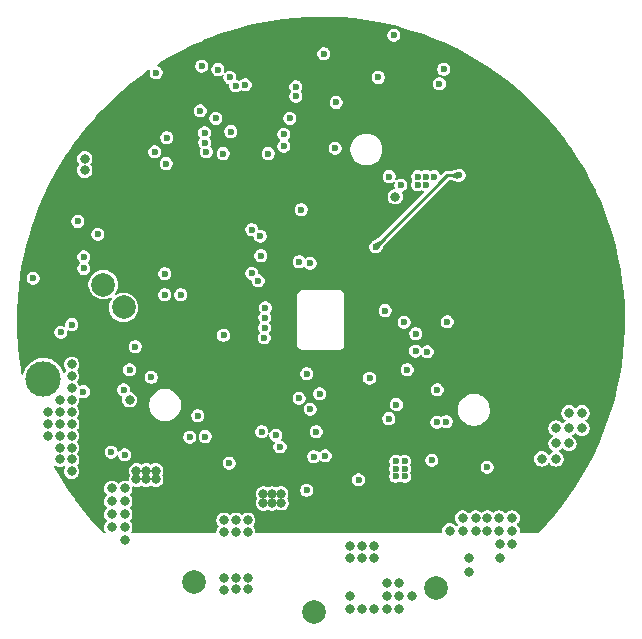
<source format=gbr>
%TF.GenerationSoftware,KiCad,Pcbnew,9.0.0*%
%TF.CreationDate,2025-06-25T03:54:54+08:00*%
%TF.ProjectId,CAPSTONE_MC,43415053-544f-44e4-955f-4d432e6b6963,Ver. 1.0.0*%
%TF.SameCoordinates,Original*%
%TF.FileFunction,Copper,L2,Inr*%
%TF.FilePolarity,Positive*%
%FSLAX46Y46*%
G04 Gerber Fmt 4.6, Leading zero omitted, Abs format (unit mm)*
G04 Created by KiCad (PCBNEW 9.0.0) date 2025-06-25 03:54:54*
%MOMM*%
%LPD*%
G01*
G04 APERTURE LIST*
%TA.AperFunction,ComponentPad*%
%ADD10C,2.000000*%
%TD*%
%TA.AperFunction,ComponentPad*%
%ADD11C,3.000000*%
%TD*%
%TA.AperFunction,ViaPad*%
%ADD12C,0.800000*%
%TD*%
%TA.AperFunction,ViaPad*%
%ADD13C,0.600000*%
%TD*%
%TA.AperFunction,Conductor*%
%ADD14C,0.254000*%
%TD*%
G04 APERTURE END LIST*
D10*
%TO.N,/CANL*%
%TO.C,TP16*%
X84295000Y-57885000D03*
%TD*%
%TO.N,/CANH*%
%TO.C,TP13*%
X82575000Y-55955000D03*
%TD*%
D11*
%TO.N,GND*%
%TO.C,TP2*%
X82245000Y-61265000D03*
%TD*%
%TO.N,/HVBUS*%
%TO.C,TP1*%
X77505000Y-63925000D03*
%TD*%
D10*
%TO.N,/HS2*%
%TO.C,TP4*%
X100415000Y-83665000D03*
%TD*%
%TO.N,/HS3*%
%TO.C,TP5*%
X110775000Y-81655000D03*
%TD*%
%TO.N,/HS1*%
%TO.C,TP3*%
X90235000Y-81165000D03*
%TD*%
D12*
%TO.N,GND*%
X80540000Y-57000000D03*
D13*
%TO.N,/LED_GREEN*%
X79900000Y-59330000D03*
D12*
%TO.N,GND*%
X112300000Y-52500000D03*
X93900000Y-72900000D03*
X91500000Y-38600000D03*
X92400000Y-39000000D03*
X115120000Y-73580000D03*
D13*
X98200000Y-70400000D03*
D12*
X92800000Y-72900000D03*
X102300000Y-75900000D03*
D13*
X103200000Y-55600000D03*
D12*
X105830000Y-48505000D03*
X85800000Y-38900000D03*
X104370001Y-67305331D03*
X91785000Y-73805000D03*
X103112653Y-48012653D03*
D13*
X109400000Y-67470000D03*
D12*
X116120000Y-73580000D03*
X96700000Y-34400000D03*
X114120000Y-73580000D03*
X89800000Y-64300000D03*
X116710000Y-47710000D03*
D13*
X106100000Y-60700000D03*
D12*
X99225000Y-51912653D03*
X117800000Y-72600000D03*
X85900000Y-51600000D03*
X103300000Y-75900000D03*
X116720000Y-48730000D03*
D13*
X98845558Y-69664442D03*
D12*
X99690000Y-75440000D03*
D13*
X109580000Y-71330000D03*
X98775000Y-73295000D03*
D12*
X93885000Y-73805000D03*
X96300000Y-63700000D03*
X88900000Y-67900000D03*
X113110000Y-73580000D03*
X81100000Y-58000000D03*
X84900000Y-48600000D03*
X87100000Y-67900000D03*
D13*
X84470000Y-68270000D03*
X86100000Y-42200000D03*
X108970000Y-70700000D03*
X98775000Y-74434250D03*
D12*
X103300000Y-74900000D03*
D13*
X108980000Y-71940000D03*
D12*
X89800000Y-63200000D03*
X83900000Y-52600000D03*
X112300000Y-63300000D03*
X109500000Y-41300000D03*
X104200000Y-42000000D03*
X110900000Y-57900000D03*
X114120000Y-72580000D03*
X105500000Y-75900000D03*
X125000000Y-51000000D03*
X90750000Y-73830000D03*
X92785000Y-73805000D03*
X116120000Y-72580000D03*
X110500000Y-42300000D03*
X90750000Y-70980000D03*
X83393674Y-45481021D03*
X117100000Y-73500000D03*
X85900000Y-52600000D03*
X97100000Y-63700000D03*
X86400000Y-70200000D03*
X105285000Y-50155000D03*
X114540000Y-45580000D03*
D13*
X109595000Y-71947000D03*
X98845558Y-70400000D03*
D12*
X82000000Y-58000000D03*
D13*
X106200000Y-56500000D03*
X106800000Y-60100000D03*
D12*
X110000000Y-68000000D03*
X119200000Y-67800000D03*
X106000000Y-69200000D03*
X105300000Y-42000000D03*
X85900000Y-49600000D03*
X112110000Y-73580000D03*
X85900000Y-48600000D03*
X88000000Y-67900000D03*
X94900000Y-72900000D03*
X83900000Y-49600000D03*
X110900000Y-57200000D03*
X91600000Y-70970000D03*
X112300000Y-62200000D03*
X104400000Y-74900000D03*
X94900000Y-34400000D03*
X114600000Y-44600000D03*
X105400000Y-34600000D03*
X99907322Y-51217984D03*
X112110000Y-72580000D03*
D13*
X108970000Y-71320000D03*
D12*
X86200000Y-67900000D03*
X106000000Y-68200000D03*
X76900000Y-56800000D03*
X94900000Y-70900000D03*
X118600000Y-71700000D03*
X113500000Y-43600000D03*
X109500000Y-42300000D03*
X84900000Y-49600000D03*
X104400000Y-75900000D03*
X83900000Y-48600000D03*
X118200000Y-67800000D03*
D13*
X108670000Y-67310000D03*
D12*
X85300000Y-67900000D03*
X109200000Y-53000000D03*
X122800000Y-51000000D03*
X94905000Y-71765000D03*
D13*
X107500000Y-55700000D03*
D12*
X104400000Y-73900000D03*
X98790000Y-75440000D03*
X83900000Y-51600000D03*
D13*
X106200000Y-57200000D03*
X98780000Y-73850000D03*
X96800000Y-57200000D03*
D12*
X90765000Y-72925000D03*
X105300000Y-51100000D03*
X123900000Y-51000000D03*
X113110000Y-72580000D03*
X84900000Y-51600000D03*
X76000000Y-56800000D03*
X94885000Y-73805000D03*
X88700000Y-64300000D03*
X85900000Y-50600000D03*
X105300000Y-49200000D03*
X85500000Y-64800000D03*
X95800000Y-34400000D03*
D13*
X99500000Y-70400000D03*
D12*
X108600000Y-36700000D03*
X87900000Y-39000000D03*
X117100000Y-67800000D03*
D13*
X81965000Y-46255000D03*
D12*
X84900000Y-50600000D03*
X105500000Y-74900000D03*
X91800000Y-72900000D03*
D13*
X81965000Y-45285000D03*
D12*
X84200000Y-40200000D03*
X83900000Y-50600000D03*
X84900000Y-52600000D03*
X86200000Y-67000000D03*
X115120000Y-72580000D03*
D13*
%TO.N,+3V3*%
X87050000Y-38000000D03*
X90900000Y-37450000D03*
X101250000Y-36400000D03*
X99350000Y-49600000D03*
X76650000Y-55400000D03*
%TO.N,+3.3VA*%
X86950000Y-44700000D03*
X95931147Y-53500000D03*
X106800000Y-46800000D03*
X100100000Y-66500000D03*
X84300000Y-64850000D03*
X107775000Y-47535000D03*
X110000000Y-61650000D03*
%TO.N,GNDA*%
X87900000Y-45700000D03*
X107400000Y-66100000D03*
D12*
X84800000Y-65700000D03*
D13*
X96000000Y-68400000D03*
X95877210Y-51846955D03*
X91150000Y-43100000D03*
D12*
X107300000Y-48500000D03*
D13*
X97200000Y-68700000D03*
X100900000Y-65200000D03*
X83259054Y-70127764D03*
X109035000Y-60100000D03*
X109013370Y-61586630D03*
X111700000Y-59105000D03*
X84800000Y-63175000D03*
D12*
%TO.N,/HVBUS*%
X79900000Y-68750000D03*
X79900000Y-66750000D03*
X84400000Y-74300000D03*
X114100000Y-75700000D03*
X94800000Y-75900000D03*
X106600000Y-83400000D03*
X83300000Y-76500000D03*
X104500000Y-78100000D03*
X104500000Y-83400000D03*
X113500000Y-79100000D03*
X84400000Y-76500000D03*
X79900000Y-64700000D03*
X83300000Y-75400000D03*
X94800000Y-80800000D03*
X92800000Y-75900000D03*
X92800000Y-81800000D03*
X117200000Y-76800000D03*
X83300000Y-74300000D03*
X113500000Y-80300000D03*
X111900000Y-76800000D03*
X123100000Y-68100000D03*
X116135000Y-79095000D03*
X78895000Y-65700000D03*
X105500000Y-78100000D03*
X116150000Y-77915000D03*
X106600000Y-81200000D03*
X116100000Y-76800000D03*
X120900000Y-69400000D03*
X92800000Y-76900000D03*
X105500000Y-79100000D03*
X122000000Y-69400000D03*
X116100000Y-75700000D03*
X122000000Y-66800000D03*
X105500000Y-83400000D03*
X120900000Y-70700000D03*
X103500000Y-79100000D03*
X104500000Y-79100000D03*
X113000000Y-75700000D03*
X119700000Y-70700000D03*
X84400000Y-75400000D03*
X78905000Y-69750000D03*
X77905000Y-67750000D03*
X79900000Y-62700000D03*
X79905000Y-70750000D03*
X115100000Y-75700000D03*
X114100000Y-76800000D03*
X94800000Y-81700000D03*
X92800000Y-80800000D03*
X84400000Y-73200000D03*
X79900000Y-69750000D03*
X107600000Y-83400000D03*
X93800000Y-81700000D03*
X117200000Y-77900000D03*
X78900000Y-68750000D03*
X79895000Y-65700000D03*
X103500000Y-83400000D03*
X113000000Y-76800000D03*
X94800000Y-76900000D03*
X106600000Y-82300000D03*
X93800000Y-80800000D03*
X93800000Y-75900000D03*
X84400000Y-77600000D03*
X122000000Y-68100000D03*
X93800000Y-76900000D03*
X78905000Y-70750000D03*
X79900000Y-63700000D03*
X107600000Y-81200000D03*
X117200000Y-75700000D03*
X120900000Y-68100000D03*
X103500000Y-82300000D03*
D13*
X80900000Y-65000000D03*
D12*
X79900000Y-71750000D03*
X79905000Y-67750000D03*
X115100000Y-76800000D03*
X77900000Y-68750000D03*
X77905000Y-66750000D03*
X83300000Y-73200000D03*
D13*
X85300000Y-61200000D03*
D12*
X123100000Y-66800000D03*
X78905000Y-66750000D03*
X107600000Y-82300000D03*
X103500000Y-78100000D03*
X78905000Y-67750000D03*
X108700000Y-82300000D03*
D13*
%TO.N,+3V8*%
X109200000Y-47500000D03*
X112700000Y-46700000D03*
D12*
X81005000Y-45285000D03*
D13*
X109900000Y-47500000D03*
X105655000Y-52745000D03*
X110600000Y-46800000D03*
X109200000Y-46800000D03*
D12*
X81005000Y-46255000D03*
D13*
X109900000Y-46800000D03*
%TO.N,/HS2*%
X104186750Y-72490000D03*
%TO.N,/HS3*%
X115080000Y-71410000D03*
%TO.N,/HS1*%
X93245000Y-71055000D03*
%TO.N,/CURRENT_3*%
X108300000Y-63150000D03*
X93360000Y-42990000D03*
%TO.N,/CURRENT_2*%
X92112064Y-41880692D03*
X99150000Y-65580000D03*
%TO.N,/CURRENT_1*%
X86650000Y-63800000D03*
X90780000Y-41238000D03*
%TO.N,/ADC_TEMP*%
X92758058Y-60241942D03*
X99820000Y-63490000D03*
%TO.N,/TEMP_MOTOR*%
X95160000Y-51295000D03*
%TO.N,/CANH*%
X111397921Y-37724796D03*
X87800000Y-55025000D03*
%TO.N,/CANL*%
X87800000Y-56800000D03*
X111041942Y-38941942D03*
%TO.N,/U1_RX_FAULT*%
X80435000Y-50605000D03*
X93801000Y-39130000D03*
%TO.N,/U1_TX_SERVO*%
X94595342Y-39035000D03*
X82125000Y-51695000D03*
%TO.N,/LED_RED*%
X95691117Y-55625000D03*
X100100000Y-54150000D03*
X78990000Y-59990001D03*
%TO.N,/LED_GREEN*%
X99150000Y-54000000D03*
X95150000Y-55000000D03*
%TO.N,Net-(U4-VS)*%
X107330000Y-71550000D03*
X108100000Y-72190000D03*
X107330000Y-72190000D03*
X108110000Y-71550000D03*
X107340000Y-70900000D03*
X108100000Y-70900000D03*
X106750000Y-67290000D03*
D12*
%TO.N,Net-(U3-VS)*%
X97620000Y-74420000D03*
X96140000Y-74430000D03*
X96860000Y-74430000D03*
X96140000Y-73670000D03*
D13*
X97540000Y-69690000D03*
D12*
X97600000Y-73670000D03*
X96860000Y-73670000D03*
%TO.N,Net-(U2-VS)*%
X86200000Y-72430000D03*
X87020000Y-72430000D03*
X87020000Y-71710000D03*
D13*
X84400000Y-70360000D03*
D12*
X86200000Y-71710000D03*
X85380000Y-72420000D03*
X85390000Y-71710000D03*
D13*
%TO.N,/AN_IN*%
X87950000Y-43500000D03*
X89150000Y-56800000D03*
%TO.N,/VOLTAGE_1*%
X90590000Y-67040000D03*
X91161930Y-43925300D03*
%TO.N,/VOLTAGE_2*%
X91302298Y-44712892D03*
X99795000Y-73365000D03*
%TO.N,/VOLTAGE_3*%
X110395000Y-70815000D03*
X92733000Y-44850000D03*
%TO.N,/USB_DM*%
X98880000Y-40000003D03*
X80930000Y-54585000D03*
%TO.N,/USB_DP*%
X98880000Y-39200000D03*
X80935000Y-53595000D03*
%TO.N,/L1*%
X89890000Y-68860000D03*
X96556147Y-44850000D03*
%TO.N,/TX_SCL_MOSI*%
X96306149Y-57906149D03*
%TO.N,/H1*%
X91215000Y-68810000D03*
X97875000Y-43225000D03*
%TO.N,/L3*%
X102215000Y-44395822D03*
X110826707Y-67615293D03*
%TO.N,/L2*%
X100385001Y-70508771D03*
X97875000Y-44230000D03*
%TO.N,/H3*%
X111623799Y-67547109D03*
X102290000Y-40530000D03*
%TO.N,/MISO_ADC_EXT2*%
X96258058Y-58741942D03*
%TO.N,/H2*%
X98383058Y-41883058D03*
X101370000Y-70440000D03*
%TO.N,/SCK_ADC_EXT*%
X96240750Y-59608519D03*
%TO.N,/CAN_RX*%
X105870000Y-38410000D03*
X93293161Y-38410000D03*
%TO.N,/CAN_TX*%
X92290000Y-37736902D03*
X107180000Y-34840000D03*
%TO.N,/RX_SDA_NSS*%
X96208242Y-60459895D03*
%TO.N,/Vref*%
X108050000Y-59150000D03*
X100600000Y-68400000D03*
X106444669Y-58144669D03*
X105121942Y-63878058D03*
X110850000Y-64850000D03*
%TD*%
D14*
%TO.N,+3V8*%
X111700000Y-46700000D02*
X112700000Y-46700000D01*
X105655000Y-52745000D02*
X111700000Y-46700000D01*
%TD*%
%TA.AperFunction,Conductor*%
%TO.N,GND*%
G36*
X101807327Y-33266949D02*
G01*
X101810179Y-33267039D01*
X102814422Y-33318300D01*
X102817277Y-33318502D01*
X103818758Y-33409052D01*
X103821586Y-33409363D01*
X104818794Y-33539068D01*
X104821613Y-33539491D01*
X105812931Y-33708142D01*
X105815797Y-33708689D01*
X106799711Y-33916023D01*
X106802514Y-33916672D01*
X107491894Y-34090394D01*
X107777543Y-34162377D01*
X107780377Y-34163150D01*
X107904195Y-34199564D01*
X108745056Y-34446856D01*
X108747823Y-34447729D01*
X109700641Y-34768992D01*
X109703379Y-34769975D01*
X110076990Y-34912472D01*
X110642862Y-35128298D01*
X110645586Y-35129398D01*
X111570339Y-35524245D01*
X111573018Y-35525452D01*
X112481599Y-35956212D01*
X112484153Y-35957485D01*
X113375216Y-36423522D01*
X113377718Y-36424894D01*
X114249831Y-36925459D01*
X114252316Y-36926951D01*
X115047619Y-37425821D01*
X115104140Y-37461275D01*
X115106595Y-37462884D01*
X115885658Y-37995186D01*
X115936780Y-38030115D01*
X115939163Y-38031811D01*
X116746547Y-38631156D01*
X116748862Y-38632946D01*
X117512323Y-39247486D01*
X117532128Y-39263428D01*
X117534378Y-39265312D01*
X118010711Y-39680498D01*
X118292381Y-39926009D01*
X118294557Y-39927983D01*
X119026071Y-40617826D01*
X119028168Y-40619883D01*
X119732092Y-41337829D01*
X119734105Y-41339963D01*
X119761398Y-41370073D01*
X120409415Y-42084973D01*
X120411345Y-42087188D01*
X120798533Y-42549501D01*
X120989495Y-42777515D01*
X121056953Y-42858061D01*
X121058787Y-42860342D01*
X121673704Y-43655898D01*
X121675429Y-43658221D01*
X121931309Y-44017516D01*
X122258725Y-44477258D01*
X122260382Y-44479683D01*
X122811151Y-45320927D01*
X122812712Y-45323416D01*
X123330113Y-46185579D01*
X123331572Y-46188122D01*
X123428297Y-46364616D01*
X123814817Y-47069897D01*
X123816178Y-47072501D01*
X124264508Y-47972496D01*
X124265765Y-47975148D01*
X124307553Y-48067976D01*
X124678516Y-48892036D01*
X124679669Y-48894738D01*
X125056185Y-49827057D01*
X125057232Y-49829802D01*
X125396960Y-50776186D01*
X125397898Y-50778970D01*
X125700300Y-51737916D01*
X125701128Y-51740734D01*
X125965738Y-52710767D01*
X125966456Y-52713616D01*
X126192884Y-53693307D01*
X126193489Y-53696182D01*
X126381372Y-54683964D01*
X126381864Y-54686860D01*
X126530918Y-55681226D01*
X126531297Y-55684139D01*
X126641299Y-56683616D01*
X126641563Y-56686542D01*
X126712340Y-57689548D01*
X126712489Y-57692482D01*
X126743930Y-58697459D01*
X126743965Y-58700396D01*
X126736025Y-59705884D01*
X126735944Y-59708821D01*
X126688635Y-60713205D01*
X126688439Y-60716136D01*
X126601836Y-61717879D01*
X126601526Y-61720800D01*
X126475756Y-62718393D01*
X126475332Y-62721300D01*
X126310589Y-63713221D01*
X126310051Y-63716109D01*
X126106591Y-64700809D01*
X126105940Y-64703674D01*
X125864079Y-65679632D01*
X125863317Y-65682469D01*
X125583413Y-66648233D01*
X125582540Y-66651038D01*
X125265034Y-67605088D01*
X125264052Y-67607857D01*
X124909429Y-68548735D01*
X124908339Y-68551463D01*
X124517136Y-69477747D01*
X124515940Y-69480430D01*
X124088767Y-70390673D01*
X124087467Y-70393307D01*
X123624983Y-71286109D01*
X123623581Y-71288691D01*
X123126471Y-72162723D01*
X123124969Y-72165247D01*
X122594024Y-73019127D01*
X122592424Y-73021591D01*
X122028451Y-73854014D01*
X122026756Y-73856414D01*
X121430610Y-74666121D01*
X121428823Y-74668452D01*
X120801409Y-75454214D01*
X120799531Y-75456473D01*
X120141845Y-76217038D01*
X120139880Y-76219222D01*
X119452919Y-76953444D01*
X119450872Y-76955548D01*
X119427804Y-76978345D01*
X119381180Y-76999752D01*
X119375085Y-77000000D01*
X117914849Y-77000000D01*
X117866640Y-76982453D01*
X117840988Y-76938024D01*
X117841289Y-76910369D01*
X117850500Y-76864069D01*
X117850500Y-76735931D01*
X117825501Y-76610256D01*
X117776465Y-76491873D01*
X117705276Y-76385331D01*
X117622978Y-76303033D01*
X117601296Y-76256537D01*
X117614575Y-76206982D01*
X117622978Y-76196967D01*
X117645446Y-76174499D01*
X117705276Y-76114669D01*
X117776465Y-76008127D01*
X117825501Y-75889744D01*
X117850500Y-75764069D01*
X117850500Y-75635931D01*
X117825501Y-75510256D01*
X117776465Y-75391873D01*
X117705276Y-75285331D01*
X117614669Y-75194724D01*
X117508127Y-75123535D01*
X117431688Y-75091873D01*
X117389744Y-75074499D01*
X117264070Y-75049500D01*
X117264069Y-75049500D01*
X117135931Y-75049500D01*
X117135930Y-75049500D01*
X117010255Y-75074499D01*
X116891874Y-75123534D01*
X116785331Y-75194724D01*
X116785328Y-75194726D01*
X116703033Y-75277022D01*
X116656537Y-75298704D01*
X116606982Y-75285425D01*
X116596967Y-75277022D01*
X116514671Y-75194726D01*
X116514669Y-75194724D01*
X116408127Y-75123535D01*
X116331688Y-75091873D01*
X116289744Y-75074499D01*
X116164070Y-75049500D01*
X116164069Y-75049500D01*
X116035931Y-75049500D01*
X116035930Y-75049500D01*
X115910255Y-75074499D01*
X115791874Y-75123534D01*
X115685331Y-75194724D01*
X115685328Y-75194726D01*
X115653033Y-75227022D01*
X115606537Y-75248704D01*
X115556982Y-75235425D01*
X115546967Y-75227022D01*
X115514671Y-75194726D01*
X115514669Y-75194724D01*
X115408127Y-75123535D01*
X115331688Y-75091873D01*
X115289744Y-75074499D01*
X115164070Y-75049500D01*
X115164069Y-75049500D01*
X115035931Y-75049500D01*
X115035930Y-75049500D01*
X114910255Y-75074499D01*
X114791874Y-75123534D01*
X114685331Y-75194724D01*
X114685328Y-75194726D01*
X114653033Y-75227022D01*
X114606537Y-75248704D01*
X114556982Y-75235425D01*
X114546967Y-75227022D01*
X114514671Y-75194726D01*
X114514669Y-75194724D01*
X114408127Y-75123535D01*
X114331688Y-75091873D01*
X114289744Y-75074499D01*
X114164070Y-75049500D01*
X114164069Y-75049500D01*
X114035931Y-75049500D01*
X114035930Y-75049500D01*
X113910255Y-75074499D01*
X113791874Y-75123534D01*
X113685331Y-75194724D01*
X113685328Y-75194726D01*
X113603033Y-75277022D01*
X113556537Y-75298704D01*
X113506982Y-75285425D01*
X113496967Y-75277022D01*
X113414671Y-75194726D01*
X113414669Y-75194724D01*
X113308127Y-75123535D01*
X113231688Y-75091873D01*
X113189744Y-75074499D01*
X113064070Y-75049500D01*
X113064069Y-75049500D01*
X112935931Y-75049500D01*
X112935930Y-75049500D01*
X112810255Y-75074499D01*
X112691874Y-75123534D01*
X112585331Y-75194724D01*
X112585328Y-75194726D01*
X112494726Y-75285328D01*
X112494724Y-75285331D01*
X112423534Y-75391874D01*
X112374499Y-75510255D01*
X112349500Y-75635930D01*
X112349500Y-75764069D01*
X112374499Y-75889744D01*
X112417276Y-75993018D01*
X112423535Y-76008127D01*
X112494724Y-76114669D01*
X112494726Y-76114671D01*
X112577022Y-76196967D01*
X112585258Y-76214630D01*
X112596433Y-76230589D01*
X112595843Y-76237328D01*
X112598704Y-76243463D01*
X112593660Y-76262286D01*
X112591962Y-76281696D01*
X112586287Y-76289800D01*
X112585425Y-76293018D01*
X112577022Y-76303033D01*
X112503033Y-76377022D01*
X112456537Y-76398704D01*
X112406982Y-76385425D01*
X112396967Y-76377022D01*
X112314671Y-76294726D01*
X112314669Y-76294724D01*
X112208127Y-76223535D01*
X112195114Y-76218145D01*
X112089744Y-76174499D01*
X111964070Y-76149500D01*
X111964069Y-76149500D01*
X111835931Y-76149500D01*
X111835930Y-76149500D01*
X111710255Y-76174499D01*
X111591874Y-76223534D01*
X111485331Y-76294724D01*
X111485328Y-76294726D01*
X111394726Y-76385328D01*
X111394724Y-76385331D01*
X111323534Y-76491874D01*
X111282113Y-76591874D01*
X111274499Y-76610256D01*
X111249500Y-76735931D01*
X111249500Y-76864069D01*
X111258709Y-76910368D01*
X111250906Y-76961073D01*
X111212335Y-76994900D01*
X111185151Y-77000000D01*
X95525500Y-77000000D01*
X95477291Y-76982453D01*
X95451639Y-76938024D01*
X95450500Y-76925000D01*
X95450500Y-76835930D01*
X95430608Y-76735931D01*
X95425501Y-76710256D01*
X95376465Y-76591873D01*
X95305276Y-76485331D01*
X95272978Y-76453033D01*
X95251296Y-76406537D01*
X95264575Y-76356982D01*
X95272978Y-76346967D01*
X95305276Y-76314669D01*
X95376465Y-76208127D01*
X95425501Y-76089744D01*
X95450500Y-75964069D01*
X95450500Y-75835931D01*
X95425501Y-75710256D01*
X95376465Y-75591873D01*
X95305276Y-75485331D01*
X95214669Y-75394724D01*
X95108127Y-75323535D01*
X95015887Y-75285328D01*
X94989744Y-75274499D01*
X94864070Y-75249500D01*
X94864069Y-75249500D01*
X94735931Y-75249500D01*
X94735930Y-75249500D01*
X94610255Y-75274499D01*
X94491874Y-75323534D01*
X94385331Y-75394724D01*
X94385328Y-75394726D01*
X94353033Y-75427022D01*
X94306537Y-75448704D01*
X94256982Y-75435425D01*
X94246967Y-75427022D01*
X94214671Y-75394726D01*
X94214669Y-75394724D01*
X94108127Y-75323535D01*
X94015887Y-75285328D01*
X93989744Y-75274499D01*
X93864070Y-75249500D01*
X93864069Y-75249500D01*
X93735931Y-75249500D01*
X93735930Y-75249500D01*
X93610255Y-75274499D01*
X93491874Y-75323534D01*
X93385331Y-75394724D01*
X93385328Y-75394726D01*
X93353033Y-75427022D01*
X93306537Y-75448704D01*
X93256982Y-75435425D01*
X93246967Y-75427022D01*
X93214671Y-75394726D01*
X93214669Y-75394724D01*
X93108127Y-75323535D01*
X93015887Y-75285328D01*
X92989744Y-75274499D01*
X92864070Y-75249500D01*
X92864069Y-75249500D01*
X92735931Y-75249500D01*
X92735930Y-75249500D01*
X92610255Y-75274499D01*
X92491874Y-75323534D01*
X92385331Y-75394724D01*
X92385328Y-75394726D01*
X92294726Y-75485328D01*
X92294724Y-75485331D01*
X92223534Y-75591874D01*
X92174499Y-75710255D01*
X92153730Y-75814668D01*
X92149500Y-75835931D01*
X92149500Y-75964069D01*
X92174499Y-76089744D01*
X92223535Y-76208127D01*
X92294724Y-76314669D01*
X92294726Y-76314671D01*
X92327022Y-76346967D01*
X92348704Y-76393463D01*
X92335425Y-76443018D01*
X92327022Y-76453033D01*
X92294726Y-76485328D01*
X92294724Y-76485331D01*
X92223534Y-76591874D01*
X92174499Y-76710255D01*
X92149500Y-76835930D01*
X92149500Y-76925000D01*
X92131953Y-76973209D01*
X92087524Y-76998861D01*
X92074500Y-77000000D01*
X84988574Y-77000000D01*
X84940365Y-76982453D01*
X84914713Y-76938024D01*
X84923622Y-76887500D01*
X84926204Y-76883346D01*
X84976465Y-76808127D01*
X85025501Y-76689744D01*
X85050500Y-76564069D01*
X85050500Y-76435931D01*
X85025501Y-76310256D01*
X84976465Y-76191873D01*
X84905276Y-76085331D01*
X84822978Y-76003033D01*
X84801296Y-75956537D01*
X84814575Y-75906982D01*
X84822978Y-75896967D01*
X84830201Y-75889744D01*
X84905276Y-75814669D01*
X84976465Y-75708127D01*
X85025501Y-75589744D01*
X85050500Y-75464069D01*
X85050500Y-75335931D01*
X85025501Y-75210256D01*
X84976465Y-75091873D01*
X84905276Y-74985331D01*
X84822978Y-74903033D01*
X84801296Y-74856537D01*
X84814575Y-74806982D01*
X84822978Y-74796967D01*
X84835077Y-74784868D01*
X84905276Y-74714669D01*
X84976465Y-74608127D01*
X85025501Y-74489744D01*
X85050500Y-74364069D01*
X85050500Y-74235931D01*
X85025501Y-74110256D01*
X84976465Y-73991873D01*
X84905276Y-73885331D01*
X84822978Y-73803033D01*
X84801296Y-73756537D01*
X84814575Y-73706982D01*
X84822978Y-73696967D01*
X84905276Y-73614669D01*
X84911115Y-73605930D01*
X95489500Y-73605930D01*
X95489500Y-73734069D01*
X95514499Y-73859744D01*
X95556969Y-73962277D01*
X95563535Y-73978127D01*
X95578241Y-74000136D01*
X95583718Y-74008334D01*
X95595910Y-74058168D01*
X95583718Y-74091666D01*
X95563533Y-74121876D01*
X95514499Y-74240255D01*
X95514499Y-74240256D01*
X95489500Y-74365931D01*
X95489500Y-74494069D01*
X95514499Y-74619744D01*
X95563535Y-74738127D01*
X95634724Y-74844669D01*
X95725331Y-74935276D01*
X95831873Y-75006465D01*
X95950256Y-75055501D01*
X96045763Y-75074499D01*
X96075930Y-75080500D01*
X96075931Y-75080500D01*
X96204070Y-75080500D01*
X96234237Y-75074499D01*
X96329744Y-75055501D01*
X96448127Y-75006465D01*
X96458331Y-74999646D01*
X96508163Y-74987452D01*
X96541668Y-74999646D01*
X96551873Y-75006465D01*
X96670256Y-75055501D01*
X96765763Y-75074499D01*
X96795930Y-75080500D01*
X96795931Y-75080500D01*
X96924070Y-75080500D01*
X96954237Y-75074499D01*
X97049744Y-75055501D01*
X97168127Y-75006465D01*
X97205816Y-74981281D01*
X97255648Y-74969088D01*
X97289148Y-74981281D01*
X97311873Y-74996465D01*
X97430256Y-75045501D01*
X97530931Y-75065527D01*
X97555930Y-75070500D01*
X97555931Y-75070500D01*
X97684070Y-75070500D01*
X97704921Y-75066352D01*
X97809744Y-75045501D01*
X97928127Y-74996465D01*
X98034669Y-74925276D01*
X98125276Y-74834669D01*
X98196465Y-74728127D01*
X98245501Y-74609744D01*
X98270500Y-74484069D01*
X98270500Y-74355931D01*
X98245501Y-74230256D01*
X98196465Y-74111873D01*
X98169622Y-74071700D01*
X98157429Y-74021869D01*
X98169625Y-73988363D01*
X98176465Y-73978127D01*
X98225501Y-73859744D01*
X98250500Y-73734069D01*
X98250500Y-73605931D01*
X98225501Y-73480256D01*
X98176465Y-73361873D01*
X98176464Y-73361871D01*
X98154687Y-73329279D01*
X98154685Y-73329277D01*
X98130130Y-73292527D01*
X99244500Y-73292527D01*
X99244500Y-73437472D01*
X99244501Y-73437480D01*
X99282015Y-73577483D01*
X99282016Y-73577486D01*
X99303484Y-73614669D01*
X99354491Y-73703015D01*
X99456985Y-73805509D01*
X99582515Y-73877984D01*
X99722525Y-73915500D01*
X99722527Y-73915500D01*
X99867473Y-73915500D01*
X99867475Y-73915500D01*
X100007485Y-73877984D01*
X100133015Y-73805509D01*
X100235509Y-73703015D01*
X100307984Y-73577485D01*
X100345500Y-73437475D01*
X100345500Y-73292525D01*
X100307984Y-73152515D01*
X100235509Y-73026985D01*
X100133015Y-72924491D01*
X100076521Y-72891874D01*
X100007486Y-72852016D01*
X100007483Y-72852015D01*
X99867480Y-72814501D01*
X99867477Y-72814500D01*
X99867475Y-72814500D01*
X99722525Y-72814500D01*
X99722523Y-72814500D01*
X99722519Y-72814501D01*
X99582516Y-72852015D01*
X99582513Y-72852016D01*
X99456984Y-72924491D01*
X99354491Y-73026984D01*
X99282016Y-73152513D01*
X99282015Y-73152516D01*
X99244501Y-73292519D01*
X99244500Y-73292527D01*
X98130130Y-73292527D01*
X98105276Y-73255331D01*
X98014671Y-73164726D01*
X98014669Y-73164724D01*
X97908127Y-73093535D01*
X97789744Y-73044499D01*
X97769630Y-73040498D01*
X97664070Y-73019500D01*
X97664069Y-73019500D01*
X97535931Y-73019500D01*
X97535930Y-73019500D01*
X97410255Y-73044499D01*
X97291872Y-73093535D01*
X97271666Y-73107036D01*
X97221833Y-73119229D01*
X97188334Y-73107036D01*
X97168127Y-73093535D01*
X97049744Y-73044499D01*
X96924070Y-73019500D01*
X96924069Y-73019500D01*
X96795931Y-73019500D01*
X96795930Y-73019500D01*
X96670255Y-73044499D01*
X96551874Y-73093534D01*
X96541668Y-73100354D01*
X96491835Y-73112548D01*
X96458332Y-73100354D01*
X96448127Y-73093535D01*
X96329744Y-73044499D01*
X96309630Y-73040498D01*
X96204070Y-73019500D01*
X96204069Y-73019500D01*
X96075931Y-73019500D01*
X96075930Y-73019500D01*
X95950255Y-73044499D01*
X95831874Y-73093534D01*
X95725331Y-73164724D01*
X95725328Y-73164726D01*
X95634726Y-73255328D01*
X95634724Y-73255331D01*
X95563534Y-73361874D01*
X95514499Y-73480255D01*
X95489500Y-73605930D01*
X84911115Y-73605930D01*
X84976465Y-73508127D01*
X85025501Y-73389744D01*
X85050500Y-73264069D01*
X85050500Y-73135931D01*
X85045722Y-73111912D01*
X85053526Y-73061208D01*
X85092097Y-73027381D01*
X85143387Y-73026261D01*
X85147959Y-73027981D01*
X85190256Y-73045501D01*
X85240523Y-73055500D01*
X85315930Y-73070500D01*
X85315931Y-73070500D01*
X85444070Y-73070500D01*
X85464921Y-73066352D01*
X85569744Y-73045501D01*
X85688127Y-72996465D01*
X85740849Y-72961236D01*
X85790679Y-72949042D01*
X85824181Y-72961235D01*
X85891873Y-73006465D01*
X86010256Y-73055501D01*
X86110931Y-73075527D01*
X86135930Y-73080500D01*
X86135931Y-73080500D01*
X86264070Y-73080500D01*
X86284921Y-73076352D01*
X86389744Y-73055501D01*
X86508127Y-73006465D01*
X86568334Y-72966235D01*
X86618164Y-72954042D01*
X86651664Y-72966234D01*
X86711873Y-73006465D01*
X86830256Y-73055501D01*
X86930931Y-73075527D01*
X86955930Y-73080500D01*
X86955931Y-73080500D01*
X87084070Y-73080500D01*
X87104921Y-73076352D01*
X87209744Y-73055501D01*
X87328127Y-73006465D01*
X87434669Y-72935276D01*
X87525276Y-72844669D01*
X87596465Y-72738127D01*
X87645501Y-72619744D01*
X87670500Y-72494069D01*
X87670500Y-72417527D01*
X103636250Y-72417527D01*
X103636250Y-72562472D01*
X103636251Y-72562480D01*
X103673765Y-72702483D01*
X103673766Y-72702486D01*
X103729318Y-72798704D01*
X103746241Y-72828015D01*
X103848735Y-72930509D01*
X103910616Y-72966236D01*
X103962975Y-72996466D01*
X103974265Y-73002984D01*
X104114275Y-73040500D01*
X104114277Y-73040500D01*
X104259223Y-73040500D01*
X104259225Y-73040500D01*
X104399235Y-73002984D01*
X104524765Y-72930509D01*
X104627259Y-72828015D01*
X104699734Y-72702485D01*
X104737250Y-72562475D01*
X104737250Y-72417525D01*
X104699734Y-72277515D01*
X104627259Y-72151985D01*
X104524765Y-72049491D01*
X104488113Y-72028330D01*
X104399236Y-71977016D01*
X104399233Y-71977015D01*
X104259230Y-71939501D01*
X104259227Y-71939500D01*
X104259225Y-71939500D01*
X104114275Y-71939500D01*
X104114273Y-71939500D01*
X104114269Y-71939501D01*
X103974266Y-71977015D01*
X103974263Y-71977016D01*
X103848734Y-72049491D01*
X103746241Y-72151984D01*
X103673766Y-72277513D01*
X103673765Y-72277516D01*
X103636251Y-72417519D01*
X103636250Y-72417527D01*
X87670500Y-72417527D01*
X87670500Y-72365931D01*
X87645501Y-72240256D01*
X87596465Y-72121873D01*
X87589646Y-72111668D01*
X87577452Y-72061837D01*
X87589647Y-72028330D01*
X87593695Y-72022272D01*
X87596465Y-72018127D01*
X87645501Y-71899744D01*
X87670500Y-71774069D01*
X87670500Y-71645931D01*
X87645501Y-71520256D01*
X87596465Y-71401873D01*
X87525276Y-71295331D01*
X87434669Y-71204724D01*
X87328127Y-71133535D01*
X87282585Y-71114671D01*
X87209744Y-71084499D01*
X87084070Y-71059500D01*
X87084069Y-71059500D01*
X86955931Y-71059500D01*
X86955930Y-71059500D01*
X86830255Y-71084499D01*
X86726510Y-71127472D01*
X86711873Y-71133535D01*
X86682719Y-71153015D01*
X86651667Y-71173763D01*
X86601834Y-71185956D01*
X86568333Y-71173763D01*
X86560559Y-71168569D01*
X86508127Y-71133535D01*
X86389744Y-71084499D01*
X86326829Y-71071984D01*
X86264070Y-71059500D01*
X86264069Y-71059500D01*
X86135931Y-71059500D01*
X86135930Y-71059500D01*
X86010255Y-71084499D01*
X85906510Y-71127472D01*
X85891873Y-71133535D01*
X85862719Y-71153015D01*
X85836667Y-71170422D01*
X85786834Y-71182615D01*
X85753333Y-71170422D01*
X85727281Y-71153015D01*
X85698127Y-71133535D01*
X85579744Y-71084499D01*
X85516829Y-71071984D01*
X85454070Y-71059500D01*
X85454069Y-71059500D01*
X85325931Y-71059500D01*
X85325930Y-71059500D01*
X85200255Y-71084499D01*
X85081874Y-71133534D01*
X84975331Y-71204724D01*
X84975328Y-71204726D01*
X84884726Y-71295328D01*
X84884724Y-71295331D01*
X84813534Y-71401874D01*
X84764499Y-71520255D01*
X84739500Y-71645930D01*
X84739500Y-71774069D01*
X84764499Y-71899744D01*
X84813535Y-72018128D01*
X84815271Y-72021375D01*
X84813592Y-72022272D01*
X84824202Y-72065715D01*
X84812015Y-72099180D01*
X84803535Y-72111872D01*
X84754499Y-72230255D01*
X84729500Y-72355930D01*
X84729500Y-72484070D01*
X84734277Y-72508087D01*
X84726472Y-72558792D01*
X84687900Y-72592619D01*
X84636610Y-72593738D01*
X84632017Y-72592009D01*
X84589744Y-72574499D01*
X84464070Y-72549500D01*
X84464069Y-72549500D01*
X84335931Y-72549500D01*
X84335930Y-72549500D01*
X84210255Y-72574499D01*
X84091874Y-72623534D01*
X83985331Y-72694724D01*
X83985328Y-72694726D01*
X83903033Y-72777022D01*
X83856537Y-72798704D01*
X83806982Y-72785425D01*
X83796967Y-72777022D01*
X83714671Y-72694726D01*
X83714669Y-72694724D01*
X83608127Y-72623535D01*
X83585257Y-72614062D01*
X83489744Y-72574499D01*
X83364070Y-72549500D01*
X83364069Y-72549500D01*
X83235931Y-72549500D01*
X83235930Y-72549500D01*
X83110255Y-72574499D01*
X82991874Y-72623534D01*
X82885331Y-72694724D01*
X82885328Y-72694726D01*
X82794726Y-72785328D01*
X82794724Y-72785331D01*
X82723534Y-72891874D01*
X82674499Y-73010255D01*
X82649710Y-73134877D01*
X82649500Y-73135931D01*
X82649500Y-73264069D01*
X82674499Y-73389744D01*
X82723535Y-73508127D01*
X82794724Y-73614669D01*
X82794726Y-73614671D01*
X82877022Y-73696967D01*
X82898704Y-73743463D01*
X82885425Y-73793018D01*
X82877022Y-73803033D01*
X82794726Y-73885328D01*
X82794724Y-73885331D01*
X82723534Y-73991874D01*
X82674499Y-74110255D01*
X82672188Y-74121876D01*
X82649500Y-74235931D01*
X82649500Y-74364069D01*
X82674499Y-74489744D01*
X82723535Y-74608127D01*
X82794724Y-74714669D01*
X82794726Y-74714671D01*
X82877022Y-74796967D01*
X82898704Y-74843463D01*
X82885425Y-74893018D01*
X82877022Y-74903033D01*
X82794726Y-74985328D01*
X82794724Y-74985331D01*
X82723534Y-75091874D01*
X82674499Y-75210255D01*
X82659547Y-75285425D01*
X82649500Y-75335931D01*
X82649500Y-75464069D01*
X82674499Y-75589744D01*
X82723535Y-75708127D01*
X82794724Y-75814669D01*
X82794726Y-75814671D01*
X82877022Y-75896967D01*
X82898704Y-75943463D01*
X82885425Y-75993018D01*
X82877022Y-76003033D01*
X82794726Y-76085328D01*
X82794724Y-76085331D01*
X82723534Y-76191874D01*
X82674499Y-76310255D01*
X82657948Y-76393463D01*
X82649500Y-76435931D01*
X82649500Y-76564069D01*
X82674499Y-76689744D01*
X82723535Y-76808127D01*
X82773786Y-76883333D01*
X82777491Y-76898473D01*
X82785287Y-76911976D01*
X82783405Y-76922644D01*
X82785980Y-76933165D01*
X82779085Y-76947146D01*
X82776378Y-76962500D01*
X82768080Y-76969462D01*
X82763290Y-76979177D01*
X82749021Y-76985455D01*
X82737078Y-76995477D01*
X82719000Y-76998664D01*
X82716331Y-76999839D01*
X82711426Y-77000000D01*
X82630598Y-77000000D01*
X82582389Y-76982453D01*
X82576633Y-76977085D01*
X82343879Y-76735930D01*
X82129746Y-76514068D01*
X82127780Y-76511948D01*
X81458340Y-75761641D01*
X81456490Y-75759485D01*
X80816925Y-74983509D01*
X80815121Y-74981230D01*
X80339610Y-74355931D01*
X80206475Y-74180858D01*
X80204751Y-74178496D01*
X80156956Y-74110255D01*
X79627904Y-73354884D01*
X79626294Y-73352486D01*
X79082145Y-72506918D01*
X79080607Y-72504422D01*
X79068610Y-72484070D01*
X78569996Y-71638203D01*
X78568561Y-71635656D01*
X78561477Y-71622486D01*
X78506492Y-71520255D01*
X78435699Y-71388633D01*
X78428316Y-71337864D01*
X78455295Y-71294227D01*
X78504010Y-71278141D01*
X78543415Y-71290745D01*
X78596873Y-71326465D01*
X78715256Y-71375501D01*
X78815931Y-71395527D01*
X78840930Y-71400500D01*
X78840931Y-71400500D01*
X78969070Y-71400500D01*
X78989921Y-71396352D01*
X79094744Y-71375501D01*
X79213127Y-71326465D01*
X79238392Y-71309583D01*
X79288222Y-71297390D01*
X79334235Y-71320080D01*
X79354897Y-71367038D01*
X79342419Y-71413611D01*
X79323534Y-71441875D01*
X79274499Y-71560255D01*
X79254059Y-71663014D01*
X79249500Y-71685931D01*
X79249500Y-71814069D01*
X79274499Y-71939744D01*
X79323535Y-72058127D01*
X79394724Y-72164669D01*
X79485331Y-72255276D01*
X79591873Y-72326465D01*
X79710256Y-72375501D01*
X79810931Y-72395527D01*
X79835930Y-72400500D01*
X79835931Y-72400500D01*
X79964070Y-72400500D01*
X79984921Y-72396352D01*
X80089744Y-72375501D01*
X80208127Y-72326465D01*
X80314669Y-72255276D01*
X80405276Y-72164669D01*
X80476465Y-72058127D01*
X80525501Y-71939744D01*
X80550500Y-71814069D01*
X80550500Y-71685931D01*
X80525501Y-71560256D01*
X80476465Y-71441873D01*
X80405276Y-71335331D01*
X80375478Y-71305533D01*
X80353796Y-71259037D01*
X80367075Y-71209482D01*
X80375478Y-71199467D01*
X80392330Y-71182615D01*
X80410276Y-71164669D01*
X80481465Y-71058127D01*
X80512780Y-70982527D01*
X92694500Y-70982527D01*
X92694500Y-71127472D01*
X92694501Y-71127480D01*
X92732015Y-71267483D01*
X92732016Y-71267486D01*
X92772455Y-71337527D01*
X92804491Y-71393015D01*
X92906985Y-71495509D01*
X93032515Y-71567984D01*
X93172525Y-71605500D01*
X93172527Y-71605500D01*
X93317473Y-71605500D01*
X93317475Y-71605500D01*
X93457485Y-71567984D01*
X93583015Y-71495509D01*
X93600997Y-71477527D01*
X106779500Y-71477527D01*
X106779500Y-71622472D01*
X106779501Y-71622480D01*
X106817015Y-71762483D01*
X106817016Y-71762486D01*
X106857439Y-71832500D01*
X106866348Y-71883024D01*
X106857439Y-71907500D01*
X106817016Y-71977513D01*
X106817015Y-71977516D01*
X106779501Y-72117519D01*
X106779500Y-72117527D01*
X106779500Y-72262472D01*
X106779501Y-72262480D01*
X106817015Y-72402483D01*
X106817016Y-72402486D01*
X106889491Y-72528015D01*
X106991985Y-72630509D01*
X107063250Y-72671654D01*
X107116650Y-72702485D01*
X107117515Y-72702984D01*
X107257525Y-72740500D01*
X107257527Y-72740500D01*
X107402473Y-72740500D01*
X107402475Y-72740500D01*
X107542485Y-72702984D01*
X107668015Y-72630509D01*
X107668019Y-72630504D01*
X107669340Y-72629492D01*
X107670301Y-72629188D01*
X107672272Y-72628051D01*
X107672524Y-72628487D01*
X107718268Y-72614062D01*
X107757549Y-72628359D01*
X107757728Y-72628051D01*
X107759479Y-72629062D01*
X107760660Y-72629492D01*
X107761984Y-72630508D01*
X107761985Y-72630509D01*
X107833250Y-72671654D01*
X107886650Y-72702485D01*
X107887515Y-72702984D01*
X108027525Y-72740500D01*
X108027527Y-72740500D01*
X108172473Y-72740500D01*
X108172475Y-72740500D01*
X108312485Y-72702984D01*
X108438015Y-72630509D01*
X108540509Y-72528015D01*
X108612984Y-72402485D01*
X108650500Y-72262475D01*
X108650500Y-72117525D01*
X108612984Y-71977515D01*
X108577559Y-71916159D01*
X108568651Y-71865637D01*
X108577558Y-71841162D01*
X108622984Y-71762485D01*
X108660500Y-71622475D01*
X108660500Y-71477525D01*
X108622984Y-71337515D01*
X108574672Y-71253837D01*
X108565764Y-71203316D01*
X108574674Y-71178839D01*
X108612984Y-71112485D01*
X108650500Y-70972475D01*
X108650500Y-70827525D01*
X108648194Y-70818919D01*
X108631609Y-70757020D01*
X108627725Y-70742527D01*
X109844500Y-70742527D01*
X109844500Y-70887472D01*
X109844501Y-70887480D01*
X109882015Y-71027483D01*
X109882016Y-71027486D01*
X109932351Y-71114668D01*
X109954491Y-71153015D01*
X110056985Y-71255509D01*
X110125959Y-71295331D01*
X110178212Y-71325500D01*
X110182515Y-71327984D01*
X110322525Y-71365500D01*
X110322527Y-71365500D01*
X110467473Y-71365500D01*
X110467475Y-71365500D01*
X110571870Y-71337527D01*
X114529500Y-71337527D01*
X114529500Y-71482472D01*
X114529501Y-71482480D01*
X114567015Y-71622483D01*
X114567016Y-71622486D01*
X114639491Y-71748015D01*
X114741985Y-71850509D01*
X114867515Y-71922984D01*
X115007525Y-71960500D01*
X115007527Y-71960500D01*
X115152473Y-71960500D01*
X115152475Y-71960500D01*
X115292485Y-71922984D01*
X115418015Y-71850509D01*
X115520509Y-71748015D01*
X115592984Y-71622485D01*
X115630500Y-71482475D01*
X115630500Y-71337525D01*
X115592984Y-71197515D01*
X115584381Y-71182615D01*
X115552546Y-71127475D01*
X115520509Y-71071985D01*
X115418015Y-70969491D01*
X115389424Y-70952984D01*
X115292486Y-70897016D01*
X115292483Y-70897015D01*
X115152480Y-70859501D01*
X115152477Y-70859500D01*
X115152475Y-70859500D01*
X115007525Y-70859500D01*
X115007523Y-70859500D01*
X115007519Y-70859501D01*
X114867516Y-70897015D01*
X114867513Y-70897016D01*
X114741984Y-70969491D01*
X114639491Y-71071984D01*
X114567016Y-71197513D01*
X114567015Y-71197516D01*
X114529501Y-71337519D01*
X114529500Y-71337527D01*
X110571870Y-71337527D01*
X110607485Y-71327984D01*
X110733015Y-71255509D01*
X110835509Y-71153015D01*
X110907984Y-71027485D01*
X110945500Y-70887475D01*
X110945500Y-70742525D01*
X110918228Y-70640747D01*
X110916937Y-70635930D01*
X119049500Y-70635930D01*
X119049500Y-70764069D01*
X119074499Y-70889744D01*
X119116233Y-70990500D01*
X119123535Y-71008127D01*
X119194724Y-71114669D01*
X119285331Y-71205276D01*
X119391873Y-71276465D01*
X119510256Y-71325501D01*
X119610931Y-71345527D01*
X119635930Y-71350500D01*
X119635931Y-71350500D01*
X119764070Y-71350500D01*
X119784921Y-71346352D01*
X119889744Y-71325501D01*
X120008127Y-71276465D01*
X120114669Y-71205276D01*
X120205276Y-71114669D01*
X120237641Y-71066231D01*
X120279013Y-71035896D01*
X120330206Y-71039252D01*
X120362358Y-71066230D01*
X120394724Y-71114669D01*
X120485331Y-71205276D01*
X120591873Y-71276465D01*
X120710256Y-71325501D01*
X120810931Y-71345527D01*
X120835930Y-71350500D01*
X120835931Y-71350500D01*
X120964070Y-71350500D01*
X120984921Y-71346352D01*
X121089744Y-71325501D01*
X121208127Y-71276465D01*
X121314669Y-71205276D01*
X121405276Y-71114669D01*
X121476465Y-71008127D01*
X121525501Y-70889744D01*
X121550500Y-70764069D01*
X121550500Y-70635931D01*
X121525501Y-70510256D01*
X121476465Y-70391873D01*
X121405276Y-70285331D01*
X121314669Y-70194724D01*
X121208127Y-70123535D01*
X121208122Y-70123533D01*
X121197881Y-70119291D01*
X121160056Y-70084631D01*
X121153360Y-70033767D01*
X121180925Y-69990499D01*
X121197881Y-69980709D01*
X121208127Y-69976465D01*
X121314669Y-69905276D01*
X121396967Y-69822978D01*
X121443463Y-69801296D01*
X121493018Y-69814575D01*
X121503033Y-69822978D01*
X121585331Y-69905276D01*
X121691873Y-69976465D01*
X121810256Y-70025501D01*
X121910931Y-70045527D01*
X121935930Y-70050500D01*
X121935931Y-70050500D01*
X122064070Y-70050500D01*
X122084921Y-70046352D01*
X122189744Y-70025501D01*
X122308127Y-69976465D01*
X122414669Y-69905276D01*
X122505276Y-69814669D01*
X122576465Y-69708127D01*
X122625501Y-69589744D01*
X122650500Y-69464069D01*
X122650500Y-69335931D01*
X122647924Y-69322983D01*
X122633508Y-69250509D01*
X122625501Y-69210256D01*
X122576465Y-69091873D01*
X122505276Y-68985331D01*
X122414669Y-68894724D01*
X122308127Y-68823535D01*
X122308122Y-68823533D01*
X122297881Y-68819291D01*
X122260056Y-68784631D01*
X122253360Y-68733767D01*
X122280925Y-68690499D01*
X122297881Y-68680709D01*
X122308127Y-68676465D01*
X122414669Y-68605276D01*
X122496967Y-68522978D01*
X122543463Y-68501296D01*
X122593018Y-68514575D01*
X122603033Y-68522978D01*
X122685331Y-68605276D01*
X122791873Y-68676465D01*
X122910256Y-68725501D01*
X123010931Y-68745527D01*
X123035930Y-68750500D01*
X123035931Y-68750500D01*
X123164070Y-68750500D01*
X123184921Y-68746352D01*
X123289744Y-68725501D01*
X123408127Y-68676465D01*
X123514669Y-68605276D01*
X123605276Y-68514669D01*
X123676465Y-68408127D01*
X123725501Y-68289744D01*
X123750500Y-68164069D01*
X123750500Y-68035931D01*
X123725501Y-67910256D01*
X123676465Y-67791873D01*
X123605276Y-67685331D01*
X123514669Y-67594724D01*
X123408127Y-67523535D01*
X123408122Y-67523533D01*
X123397881Y-67519291D01*
X123360056Y-67484631D01*
X123353360Y-67433767D01*
X123380925Y-67390499D01*
X123397881Y-67380709D01*
X123408127Y-67376465D01*
X123514669Y-67305276D01*
X123605276Y-67214669D01*
X123676465Y-67108127D01*
X123725501Y-66989744D01*
X123750500Y-66864069D01*
X123750500Y-66735931D01*
X123725501Y-66610256D01*
X123676465Y-66491873D01*
X123605276Y-66385331D01*
X123514669Y-66294724D01*
X123408127Y-66223535D01*
X123289744Y-66174499D01*
X123226829Y-66161984D01*
X123164070Y-66149500D01*
X123164069Y-66149500D01*
X123035931Y-66149500D01*
X123035930Y-66149500D01*
X122910255Y-66174499D01*
X122791874Y-66223534D01*
X122685331Y-66294724D01*
X122685328Y-66294726D01*
X122603033Y-66377022D01*
X122556537Y-66398704D01*
X122506982Y-66385425D01*
X122496967Y-66377022D01*
X122414671Y-66294726D01*
X122414669Y-66294724D01*
X122308127Y-66223535D01*
X122189744Y-66174499D01*
X122126829Y-66161984D01*
X122064070Y-66149500D01*
X122064069Y-66149500D01*
X121935931Y-66149500D01*
X121935930Y-66149500D01*
X121810255Y-66174499D01*
X121691874Y-66223534D01*
X121585331Y-66294724D01*
X121585328Y-66294726D01*
X121494726Y-66385328D01*
X121494724Y-66385331D01*
X121423534Y-66491874D01*
X121374499Y-66610255D01*
X121349500Y-66735930D01*
X121349500Y-66864069D01*
X121374499Y-66989744D01*
X121407081Y-67068405D01*
X121423535Y-67108127D01*
X121494724Y-67214669D01*
X121585331Y-67305276D01*
X121691873Y-67376465D01*
X121691874Y-67376465D01*
X121691875Y-67376466D01*
X121702120Y-67380710D01*
X121739944Y-67415371D01*
X121746639Y-67466235D01*
X121719073Y-67509503D01*
X121702120Y-67519290D01*
X121691875Y-67523533D01*
X121585331Y-67594724D01*
X121585328Y-67594726D01*
X121503033Y-67677022D01*
X121456537Y-67698704D01*
X121406982Y-67685425D01*
X121396967Y-67677022D01*
X121314671Y-67594726D01*
X121314669Y-67594724D01*
X121208127Y-67523535D01*
X121208122Y-67523533D01*
X121089744Y-67474499D01*
X120964070Y-67449500D01*
X120964069Y-67449500D01*
X120835931Y-67449500D01*
X120835930Y-67449500D01*
X120710255Y-67474499D01*
X120591874Y-67523534D01*
X120485331Y-67594724D01*
X120485328Y-67594726D01*
X120394726Y-67685328D01*
X120394724Y-67685331D01*
X120323534Y-67791874D01*
X120274499Y-67910255D01*
X120249500Y-68035930D01*
X120249500Y-68164069D01*
X120274499Y-68289744D01*
X120298221Y-68347015D01*
X120323535Y-68408127D01*
X120394724Y-68514669D01*
X120485331Y-68605276D01*
X120591873Y-68676465D01*
X120591874Y-68676465D01*
X120591875Y-68676466D01*
X120602120Y-68680710D01*
X120639944Y-68715371D01*
X120646639Y-68766235D01*
X120619073Y-68809503D01*
X120602120Y-68819290D01*
X120591875Y-68823533D01*
X120485331Y-68894724D01*
X120485328Y-68894726D01*
X120394726Y-68985328D01*
X120394724Y-68985331D01*
X120323534Y-69091874D01*
X120274499Y-69210255D01*
X120249500Y-69335930D01*
X120249500Y-69464069D01*
X120274499Y-69589744D01*
X120314889Y-69687255D01*
X120323535Y-69708127D01*
X120394724Y-69814669D01*
X120485331Y-69905276D01*
X120591873Y-69976465D01*
X120591874Y-69976465D01*
X120591875Y-69976466D01*
X120602120Y-69980710D01*
X120639944Y-70015371D01*
X120646639Y-70066235D01*
X120619073Y-70109503D01*
X120602120Y-70119290D01*
X120591875Y-70123533D01*
X120485331Y-70194724D01*
X120485328Y-70194726D01*
X120394723Y-70285331D01*
X120362360Y-70333767D01*
X120320987Y-70364103D01*
X120269794Y-70360747D01*
X120237640Y-70333767D01*
X120205276Y-70285331D01*
X120114671Y-70194726D01*
X120114669Y-70194724D01*
X120008127Y-70123535D01*
X120008122Y-70123533D01*
X119889744Y-70074499D01*
X119764070Y-70049500D01*
X119764069Y-70049500D01*
X119635931Y-70049500D01*
X119635930Y-70049500D01*
X119510255Y-70074499D01*
X119391874Y-70123534D01*
X119285331Y-70194724D01*
X119285328Y-70194726D01*
X119194726Y-70285328D01*
X119194724Y-70285331D01*
X119123534Y-70391874D01*
X119074499Y-70510255D01*
X119049500Y-70635930D01*
X110916937Y-70635930D01*
X110907985Y-70602518D01*
X110907983Y-70602513D01*
X110854718Y-70510256D01*
X110835509Y-70476985D01*
X110733015Y-70374491D01*
X110709210Y-70360747D01*
X110607486Y-70302016D01*
X110607483Y-70302015D01*
X110467480Y-70264501D01*
X110467477Y-70264500D01*
X110467475Y-70264500D01*
X110322525Y-70264500D01*
X110322523Y-70264500D01*
X110322519Y-70264501D01*
X110182516Y-70302015D01*
X110182513Y-70302016D01*
X110056984Y-70374491D01*
X109954491Y-70476984D01*
X109882016Y-70602513D01*
X109882015Y-70602516D01*
X109844501Y-70742519D01*
X109844500Y-70742527D01*
X108627725Y-70742527D01*
X108612984Y-70687516D01*
X108612983Y-70687513D01*
X108563911Y-70602518D01*
X108540509Y-70561985D01*
X108438015Y-70459491D01*
X108397844Y-70436298D01*
X108312486Y-70387016D01*
X108312483Y-70387015D01*
X108172480Y-70349501D01*
X108172477Y-70349500D01*
X108172475Y-70349500D01*
X108027525Y-70349500D01*
X108027523Y-70349500D01*
X108027519Y-70349501D01*
X107887516Y-70387015D01*
X107887513Y-70387016D01*
X107757728Y-70461949D01*
X107756393Y-70459637D01*
X107716532Y-70472091D01*
X107683382Y-70460025D01*
X107682272Y-70461949D01*
X107552486Y-70387016D01*
X107552483Y-70387015D01*
X107412480Y-70349501D01*
X107412477Y-70349500D01*
X107412475Y-70349500D01*
X107267525Y-70349500D01*
X107267523Y-70349500D01*
X107267519Y-70349501D01*
X107127516Y-70387015D01*
X107127513Y-70387016D01*
X107001984Y-70459491D01*
X106899491Y-70561984D01*
X106827016Y-70687513D01*
X106827015Y-70687516D01*
X106789501Y-70827519D01*
X106789500Y-70827527D01*
X106789500Y-70972472D01*
X106789501Y-70972480D01*
X106827015Y-71112483D01*
X106827016Y-71112486D01*
X106865325Y-71178839D01*
X106874234Y-71229363D01*
X106865325Y-71253838D01*
X106817018Y-71337509D01*
X106817015Y-71337516D01*
X106779501Y-71477519D01*
X106779500Y-71477527D01*
X93600997Y-71477527D01*
X93685509Y-71393015D01*
X93757984Y-71267485D01*
X93795500Y-71127475D01*
X93795500Y-70982525D01*
X93757984Y-70842515D01*
X93749504Y-70827828D01*
X93708623Y-70757020D01*
X93685509Y-70716985D01*
X93583015Y-70614491D01*
X93525442Y-70581251D01*
X93457486Y-70542016D01*
X93457483Y-70542015D01*
X93317480Y-70504501D01*
X93317477Y-70504500D01*
X93317475Y-70504500D01*
X93172525Y-70504500D01*
X93172523Y-70504500D01*
X93172519Y-70504501D01*
X93032516Y-70542015D01*
X93032513Y-70542016D01*
X92906984Y-70614491D01*
X92804491Y-70716984D01*
X92732016Y-70842513D01*
X92732015Y-70842516D01*
X92694501Y-70982519D01*
X92694500Y-70982527D01*
X80512780Y-70982527D01*
X80530501Y-70939744D01*
X80555500Y-70814069D01*
X80555500Y-70685931D01*
X80553974Y-70678262D01*
X80541289Y-70614491D01*
X80530501Y-70560256D01*
X80481465Y-70441873D01*
X80410276Y-70335331D01*
X80375478Y-70300533D01*
X80353796Y-70254037D01*
X80367075Y-70204482D01*
X80375478Y-70194467D01*
X80405276Y-70164669D01*
X80476465Y-70058127D01*
X80477640Y-70055291D01*
X82708554Y-70055291D01*
X82708554Y-70200236D01*
X82708555Y-70200244D01*
X82746069Y-70340247D01*
X82746070Y-70340250D01*
X82775946Y-70391996D01*
X82818545Y-70465779D01*
X82921039Y-70568273D01*
X83046569Y-70640748D01*
X83186579Y-70678264D01*
X83186581Y-70678264D01*
X83331527Y-70678264D01*
X83331529Y-70678264D01*
X83471539Y-70640748D01*
X83597069Y-70568273D01*
X83699563Y-70465779D01*
X83717535Y-70434650D01*
X83756832Y-70401676D01*
X83808135Y-70401675D01*
X83847436Y-70434651D01*
X83854929Y-70452740D01*
X83887015Y-70572483D01*
X83887016Y-70572486D01*
X83948088Y-70678264D01*
X83959491Y-70698015D01*
X84061985Y-70800509D01*
X84187515Y-70872984D01*
X84327525Y-70910500D01*
X84327527Y-70910500D01*
X84472473Y-70910500D01*
X84472475Y-70910500D01*
X84484150Y-70907371D01*
X84492387Y-70905165D01*
X84548244Y-70890197D01*
X84612485Y-70872984D01*
X84738015Y-70800509D01*
X84840509Y-70698015D01*
X84912984Y-70572485D01*
X84949476Y-70436298D01*
X99834501Y-70436298D01*
X99834501Y-70581243D01*
X99834502Y-70581251D01*
X99872016Y-70721254D01*
X99872017Y-70721257D01*
X99942025Y-70842513D01*
X99944492Y-70846786D01*
X100046986Y-70949280D01*
X100172516Y-71021755D01*
X100312526Y-71059271D01*
X100312528Y-71059271D01*
X100457474Y-71059271D01*
X100457476Y-71059271D01*
X100597486Y-71021755D01*
X100723016Y-70949280D01*
X100825510Y-70846786D01*
X100839871Y-70821910D01*
X100879169Y-70788936D01*
X100930472Y-70788935D01*
X100957855Y-70806379D01*
X101031985Y-70880509D01*
X101083931Y-70910500D01*
X101151099Y-70949280D01*
X101157515Y-70952984D01*
X101297525Y-70990500D01*
X101297527Y-70990500D01*
X101442473Y-70990500D01*
X101442475Y-70990500D01*
X101582485Y-70952984D01*
X101708015Y-70880509D01*
X101810509Y-70778015D01*
X101882984Y-70652485D01*
X101920500Y-70512475D01*
X101920500Y-70367525D01*
X101882984Y-70227515D01*
X101810509Y-70101985D01*
X101708015Y-69999491D01*
X101701598Y-69995786D01*
X101582486Y-69927016D01*
X101582483Y-69927015D01*
X101442480Y-69889501D01*
X101442477Y-69889500D01*
X101442475Y-69889500D01*
X101297525Y-69889500D01*
X101297523Y-69889500D01*
X101297519Y-69889501D01*
X101157516Y-69927015D01*
X101157513Y-69927016D01*
X101031984Y-69999491D01*
X100929488Y-70101987D01*
X100915127Y-70126860D01*
X100875825Y-70159835D01*
X100824522Y-70159833D01*
X100797144Y-70142390D01*
X100723016Y-70068262D01*
X100597487Y-69995787D01*
X100597484Y-69995786D01*
X100457481Y-69958272D01*
X100457478Y-69958271D01*
X100457476Y-69958271D01*
X100312526Y-69958271D01*
X100312524Y-69958271D01*
X100312520Y-69958272D01*
X100172517Y-69995786D01*
X100172514Y-69995787D01*
X100046985Y-70068262D01*
X99944492Y-70170755D01*
X99872017Y-70296284D01*
X99872016Y-70296287D01*
X99834502Y-70436290D01*
X99834501Y-70436298D01*
X84949476Y-70436298D01*
X84950500Y-70432475D01*
X84950500Y-70287525D01*
X84912984Y-70147515D01*
X84840509Y-70021985D01*
X84738015Y-69919491D01*
X84708560Y-69902485D01*
X84612486Y-69847016D01*
X84612483Y-69847015D01*
X84472480Y-69809501D01*
X84472477Y-69809500D01*
X84472475Y-69809500D01*
X84327525Y-69809500D01*
X84327523Y-69809500D01*
X84327519Y-69809501D01*
X84187516Y-69847015D01*
X84187513Y-69847016D01*
X84061984Y-69919491D01*
X83959490Y-70021985D01*
X83941519Y-70053112D01*
X83902219Y-70086088D01*
X83850916Y-70086088D01*
X83811616Y-70053110D01*
X83804124Y-70035023D01*
X83775183Y-69927016D01*
X83772038Y-69915279D01*
X83699563Y-69789749D01*
X83597069Y-69687255D01*
X83594774Y-69685930D01*
X83471540Y-69614780D01*
X83471537Y-69614779D01*
X83331534Y-69577265D01*
X83331531Y-69577264D01*
X83331529Y-69577264D01*
X83186579Y-69577264D01*
X83186577Y-69577264D01*
X83186573Y-69577265D01*
X83046570Y-69614779D01*
X83046567Y-69614780D01*
X82921038Y-69687255D01*
X82818545Y-69789748D01*
X82746070Y-69915277D01*
X82746069Y-69915280D01*
X82708555Y-70055283D01*
X82708554Y-70055291D01*
X80477640Y-70055291D01*
X80525501Y-69939744D01*
X80550500Y-69814069D01*
X80550500Y-69685931D01*
X80525501Y-69560256D01*
X80476465Y-69441873D01*
X80405276Y-69335331D01*
X80372978Y-69303033D01*
X80351296Y-69256537D01*
X80364575Y-69206982D01*
X80372978Y-69196967D01*
X80405276Y-69164669D01*
X80476465Y-69058127D01*
X80525501Y-68939744D01*
X80550500Y-68814069D01*
X80550500Y-68787527D01*
X89339500Y-68787527D01*
X89339500Y-68932472D01*
X89339501Y-68932480D01*
X89377015Y-69072483D01*
X89377016Y-69072486D01*
X89430240Y-69164671D01*
X89449491Y-69198015D01*
X89551985Y-69300509D01*
X89677515Y-69372984D01*
X89817525Y-69410500D01*
X89817527Y-69410500D01*
X89962473Y-69410500D01*
X89962475Y-69410500D01*
X90102485Y-69372984D01*
X90228015Y-69300509D01*
X90330509Y-69198015D01*
X90402984Y-69072485D01*
X90440500Y-68932475D01*
X90440500Y-68787525D01*
X90427103Y-68737527D01*
X90664500Y-68737527D01*
X90664500Y-68882472D01*
X90664501Y-68882480D01*
X90702015Y-69022483D01*
X90702016Y-69022486D01*
X90730884Y-69072486D01*
X90774491Y-69148015D01*
X90876985Y-69250509D01*
X91002515Y-69322984D01*
X91142525Y-69360500D01*
X91142527Y-69360500D01*
X91287473Y-69360500D01*
X91287475Y-69360500D01*
X91427485Y-69322984D01*
X91553015Y-69250509D01*
X91655509Y-69148015D01*
X91727984Y-69022485D01*
X91765500Y-68882475D01*
X91765500Y-68737525D01*
X91727984Y-68597515D01*
X91721023Y-68585459D01*
X91684950Y-68522978D01*
X91655509Y-68471985D01*
X91553015Y-68369491D01*
X91540013Y-68361984D01*
X91480332Y-68327527D01*
X95449500Y-68327527D01*
X95449500Y-68472472D01*
X95449501Y-68472480D01*
X95487015Y-68612483D01*
X95487016Y-68612486D01*
X95546417Y-68715371D01*
X95559491Y-68738015D01*
X95661985Y-68840509D01*
X95734667Y-68882472D01*
X95786650Y-68912485D01*
X95787515Y-68912984D01*
X95927525Y-68950500D01*
X95927527Y-68950500D01*
X96072473Y-68950500D01*
X96072475Y-68950500D01*
X96212485Y-68912984D01*
X96338015Y-68840509D01*
X96440509Y-68738015D01*
X96509548Y-68618435D01*
X96548849Y-68585459D01*
X96600152Y-68585459D01*
X96639452Y-68618436D01*
X96649500Y-68655936D01*
X96649500Y-68772472D01*
X96649501Y-68772480D01*
X96687015Y-68912483D01*
X96687016Y-68912486D01*
X96750525Y-69022485D01*
X96759491Y-69038015D01*
X96861985Y-69140509D01*
X96987515Y-69212984D01*
X96987516Y-69212984D01*
X96987518Y-69212985D01*
X97060442Y-69232525D01*
X97102467Y-69261951D01*
X97115746Y-69311505D01*
X97101715Y-69347593D01*
X97101949Y-69347728D01*
X97101072Y-69349245D01*
X97100540Y-69350616D01*
X97099495Y-69351978D01*
X97027016Y-69477513D01*
X97027015Y-69477516D01*
X96989501Y-69617519D01*
X96989500Y-69617527D01*
X96989500Y-69762472D01*
X96989501Y-69762480D01*
X97027015Y-69902483D01*
X97027016Y-69902486D01*
X97092191Y-70015371D01*
X97099491Y-70028015D01*
X97201985Y-70130509D01*
X97231442Y-70147516D01*
X97322760Y-70200239D01*
X97327515Y-70202984D01*
X97467525Y-70240500D01*
X97467527Y-70240500D01*
X97612473Y-70240500D01*
X97612475Y-70240500D01*
X97752485Y-70202984D01*
X97878015Y-70130509D01*
X97980509Y-70028015D01*
X98052984Y-69902485D01*
X98090500Y-69762475D01*
X98090500Y-69617525D01*
X98052984Y-69477515D01*
X97980509Y-69351985D01*
X97878015Y-69249491D01*
X97752486Y-69177016D01*
X97752483Y-69177015D01*
X97679556Y-69157474D01*
X97637531Y-69128048D01*
X97624253Y-69078493D01*
X97638287Y-69042408D01*
X97638051Y-69042272D01*
X97638937Y-69040736D01*
X97639469Y-69039370D01*
X97640504Y-69038019D01*
X97640509Y-69038015D01*
X97712984Y-68912485D01*
X97750500Y-68772475D01*
X97750500Y-68627525D01*
X97712984Y-68487515D01*
X97686632Y-68441873D01*
X97640509Y-68361985D01*
X97606051Y-68327527D01*
X100049500Y-68327527D01*
X100049500Y-68472472D01*
X100049501Y-68472480D01*
X100087015Y-68612483D01*
X100087016Y-68612486D01*
X100146417Y-68715371D01*
X100159491Y-68738015D01*
X100261985Y-68840509D01*
X100334667Y-68882472D01*
X100386650Y-68912485D01*
X100387515Y-68912984D01*
X100527525Y-68950500D01*
X100527527Y-68950500D01*
X100672473Y-68950500D01*
X100672475Y-68950500D01*
X100812485Y-68912984D01*
X100938015Y-68840509D01*
X101040509Y-68738015D01*
X101112984Y-68612485D01*
X101150500Y-68472475D01*
X101150500Y-68327525D01*
X101112984Y-68187515D01*
X101040509Y-68061985D01*
X100938015Y-67959491D01*
X100927306Y-67953308D01*
X100812486Y-67887016D01*
X100812483Y-67887015D01*
X100672480Y-67849501D01*
X100672477Y-67849500D01*
X100672475Y-67849500D01*
X100527525Y-67849500D01*
X100527523Y-67849500D01*
X100527519Y-67849501D01*
X100387516Y-67887015D01*
X100387513Y-67887016D01*
X100261984Y-67959491D01*
X100159491Y-68061984D01*
X100087016Y-68187513D01*
X100087015Y-68187516D01*
X100049501Y-68327519D01*
X100049500Y-68327527D01*
X97606051Y-68327527D01*
X97538015Y-68259491D01*
X97412486Y-68187016D01*
X97412483Y-68187015D01*
X97272480Y-68149501D01*
X97272477Y-68149500D01*
X97272475Y-68149500D01*
X97127525Y-68149500D01*
X97127523Y-68149500D01*
X97127519Y-68149501D01*
X96987516Y-68187015D01*
X96987513Y-68187016D01*
X96861984Y-68259491D01*
X96759491Y-68361984D01*
X96690452Y-68481563D01*
X96651151Y-68514540D01*
X96599848Y-68514540D01*
X96560548Y-68481563D01*
X96550500Y-68444063D01*
X96550500Y-68327527D01*
X96550498Y-68327519D01*
X96542324Y-68297015D01*
X96512984Y-68187515D01*
X96440509Y-68061985D01*
X96338015Y-67959491D01*
X96327306Y-67953308D01*
X96212486Y-67887016D01*
X96212483Y-67887015D01*
X96072480Y-67849501D01*
X96072477Y-67849500D01*
X96072475Y-67849500D01*
X95927525Y-67849500D01*
X95927523Y-67849500D01*
X95927519Y-67849501D01*
X95787516Y-67887015D01*
X95787513Y-67887016D01*
X95661984Y-67959491D01*
X95559491Y-68061984D01*
X95487016Y-68187513D01*
X95487015Y-68187516D01*
X95449501Y-68327519D01*
X95449500Y-68327527D01*
X91480332Y-68327527D01*
X91427486Y-68297016D01*
X91427483Y-68297015D01*
X91287480Y-68259501D01*
X91287477Y-68259500D01*
X91287475Y-68259500D01*
X91142525Y-68259500D01*
X91142523Y-68259500D01*
X91142519Y-68259501D01*
X91002516Y-68297015D01*
X91002513Y-68297016D01*
X90876984Y-68369491D01*
X90774491Y-68471984D01*
X90702016Y-68597513D01*
X90702015Y-68597516D01*
X90664501Y-68737519D01*
X90664500Y-68737527D01*
X90427103Y-68737527D01*
X90427102Y-68737525D01*
X90402984Y-68647516D01*
X90402983Y-68647513D01*
X90347528Y-68551463D01*
X90330509Y-68521985D01*
X90228015Y-68419491D01*
X90141413Y-68369491D01*
X90102486Y-68347016D01*
X90102483Y-68347015D01*
X89962480Y-68309501D01*
X89962477Y-68309500D01*
X89962475Y-68309500D01*
X89817525Y-68309500D01*
X89817523Y-68309500D01*
X89817519Y-68309501D01*
X89677516Y-68347015D01*
X89677513Y-68347016D01*
X89551984Y-68419491D01*
X89449491Y-68521984D01*
X89377016Y-68647513D01*
X89377015Y-68647516D01*
X89339501Y-68787519D01*
X89339500Y-68787527D01*
X80550500Y-68787527D01*
X80550500Y-68685931D01*
X80549461Y-68680710D01*
X80544533Y-68655936D01*
X80525501Y-68560256D01*
X80476465Y-68441873D01*
X80405276Y-68335331D01*
X80375478Y-68305533D01*
X80353796Y-68259037D01*
X80367075Y-68209482D01*
X80375478Y-68199467D01*
X80387930Y-68187015D01*
X80410276Y-68164669D01*
X80481465Y-68058127D01*
X80530501Y-67939744D01*
X80555500Y-67814069D01*
X80555500Y-67685931D01*
X80555399Y-67685425D01*
X80542302Y-67619584D01*
X80530501Y-67560256D01*
X80481465Y-67441873D01*
X80410276Y-67335331D01*
X80375478Y-67300533D01*
X80353796Y-67254037D01*
X80367075Y-67204482D01*
X80375478Y-67194467D01*
X80376748Y-67193197D01*
X80405276Y-67164669D01*
X80476465Y-67058127D01*
X80525501Y-66939744D01*
X80550500Y-66814069D01*
X80550500Y-66685931D01*
X80525501Y-66560256D01*
X80476465Y-66441873D01*
X80405276Y-66335331D01*
X80345478Y-66275533D01*
X80323796Y-66229037D01*
X80337075Y-66179482D01*
X80345478Y-66169467D01*
X80365445Y-66149500D01*
X80400276Y-66114669D01*
X80471465Y-66008127D01*
X80520501Y-65889744D01*
X80545500Y-65764069D01*
X80545500Y-65635931D01*
X80531738Y-65566748D01*
X80539542Y-65516045D01*
X80578113Y-65482218D01*
X80629404Y-65481098D01*
X80642797Y-65487166D01*
X80687515Y-65512984D01*
X80827525Y-65550500D01*
X80827527Y-65550500D01*
X80972473Y-65550500D01*
X80972475Y-65550500D01*
X81112485Y-65512984D01*
X81238015Y-65440509D01*
X81340509Y-65338015D01*
X81412984Y-65212485D01*
X81450500Y-65072475D01*
X81450500Y-64927525D01*
X81412984Y-64787515D01*
X81407217Y-64777527D01*
X83749500Y-64777527D01*
X83749500Y-64922472D01*
X83749501Y-64922480D01*
X83787015Y-65062483D01*
X83787016Y-65062486D01*
X83834254Y-65144303D01*
X83859491Y-65188015D01*
X83961985Y-65290509D01*
X84087515Y-65362984D01*
X84138110Y-65376540D01*
X84180134Y-65405965D01*
X84193413Y-65455519D01*
X84187990Y-65477683D01*
X84174499Y-65510255D01*
X84149500Y-65635930D01*
X84149500Y-65764069D01*
X84174499Y-65889744D01*
X84221023Y-66002064D01*
X84223535Y-66008127D01*
X84294724Y-66114669D01*
X84385331Y-66205276D01*
X84491873Y-66276465D01*
X84610256Y-66325501D01*
X84710931Y-66345527D01*
X84735930Y-66350500D01*
X84735931Y-66350500D01*
X84864070Y-66350500D01*
X84884921Y-66346352D01*
X84989744Y-66325501D01*
X85108127Y-66276465D01*
X85214669Y-66205276D01*
X85305276Y-66114669D01*
X85359369Y-66033713D01*
X86459500Y-66033713D01*
X86459500Y-66246286D01*
X86492754Y-66456247D01*
X86558440Y-66658405D01*
X86558442Y-66658408D01*
X86558443Y-66658412D01*
X86580644Y-66701984D01*
X86644605Y-66827516D01*
X86654949Y-66847816D01*
X86779896Y-67019792D01*
X86930208Y-67170104D01*
X87102184Y-67295051D01*
X87291588Y-67391557D01*
X87291593Y-67391558D01*
X87291594Y-67391559D01*
X87493752Y-67457245D01*
X87493755Y-67457245D01*
X87493757Y-67457246D01*
X87703713Y-67490500D01*
X87916287Y-67490500D01*
X88126243Y-67457246D01*
X88126245Y-67457245D01*
X88126247Y-67457245D01*
X88293791Y-67402806D01*
X88328412Y-67391557D01*
X88517816Y-67295051D01*
X88689792Y-67170104D01*
X88840104Y-67019792D01*
X88878076Y-66967527D01*
X90039500Y-66967527D01*
X90039500Y-67112472D01*
X90039501Y-67112480D01*
X90077015Y-67252483D01*
X90077016Y-67252486D01*
X90124847Y-67335331D01*
X90149491Y-67378015D01*
X90251985Y-67480509D01*
X90377515Y-67552984D01*
X90517525Y-67590500D01*
X90517527Y-67590500D01*
X90662473Y-67590500D01*
X90662475Y-67590500D01*
X90802485Y-67552984D01*
X90928015Y-67480509D01*
X91030509Y-67378015D01*
X91102984Y-67252485D01*
X91110195Y-67225571D01*
X91112351Y-67217527D01*
X106199500Y-67217527D01*
X106199500Y-67362472D01*
X106199501Y-67362480D01*
X106237015Y-67502483D01*
X106237016Y-67502486D01*
X106297853Y-67607857D01*
X106309491Y-67628015D01*
X106411985Y-67730509D01*
X106537515Y-67802984D01*
X106677525Y-67840500D01*
X106677527Y-67840500D01*
X106822473Y-67840500D01*
X106822475Y-67840500D01*
X106962485Y-67802984D01*
X107088015Y-67730509D01*
X107190509Y-67628015D01*
X107239697Y-67542820D01*
X110276207Y-67542820D01*
X110276207Y-67687765D01*
X110276208Y-67687773D01*
X110313722Y-67827776D01*
X110313723Y-67827779D01*
X110347924Y-67887016D01*
X110386198Y-67953308D01*
X110488692Y-68055802D01*
X110614222Y-68128277D01*
X110754232Y-68165793D01*
X110754234Y-68165793D01*
X110899180Y-68165793D01*
X110899182Y-68165793D01*
X111039192Y-68128277D01*
X111164722Y-68055802D01*
X111211567Y-68008956D01*
X111258063Y-67987274D01*
X111302096Y-67997035D01*
X111411314Y-68060093D01*
X111551324Y-68097609D01*
X111551326Y-68097609D01*
X111696272Y-68097609D01*
X111696274Y-68097609D01*
X111836284Y-68060093D01*
X111961814Y-67987618D01*
X112064308Y-67885124D01*
X112136783Y-67759594D01*
X112174299Y-67619584D01*
X112174299Y-67474634D01*
X112136783Y-67334624D01*
X112064308Y-67209094D01*
X111961814Y-67106600D01*
X111954380Y-67102308D01*
X111836285Y-67034125D01*
X111836282Y-67034124D01*
X111696279Y-66996610D01*
X111696276Y-66996609D01*
X111696274Y-66996609D01*
X111551324Y-66996609D01*
X111551322Y-66996609D01*
X111551318Y-66996610D01*
X111411315Y-67034124D01*
X111411312Y-67034125D01*
X111285783Y-67106600D01*
X111238937Y-67153446D01*
X111192441Y-67175127D01*
X111148406Y-67165364D01*
X111039192Y-67102309D01*
X111039190Y-67102308D01*
X110899187Y-67064794D01*
X110899184Y-67064793D01*
X110899182Y-67064793D01*
X110754232Y-67064793D01*
X110754230Y-67064793D01*
X110754226Y-67064794D01*
X110614223Y-67102308D01*
X110614220Y-67102309D01*
X110488691Y-67174784D01*
X110386198Y-67277277D01*
X110313723Y-67402806D01*
X110313722Y-67402809D01*
X110276208Y-67542812D01*
X110276207Y-67542820D01*
X107239697Y-67542820D01*
X107262984Y-67502485D01*
X107300500Y-67362475D01*
X107300500Y-67217525D01*
X107262984Y-67077515D01*
X107190509Y-66951985D01*
X107088015Y-66849491D01*
X107068138Y-66838015D01*
X106962486Y-66777016D01*
X106962483Y-66777015D01*
X106822480Y-66739501D01*
X106822477Y-66739500D01*
X106822475Y-66739500D01*
X106677525Y-66739500D01*
X106677523Y-66739500D01*
X106677519Y-66739501D01*
X106537516Y-66777015D01*
X106537513Y-66777016D01*
X106411984Y-66849491D01*
X106309491Y-66951984D01*
X106237016Y-67077513D01*
X106237015Y-67077516D01*
X106199501Y-67217519D01*
X106199500Y-67217527D01*
X91112351Y-67217527D01*
X91118871Y-67193197D01*
X91131052Y-67147734D01*
X91140500Y-67112475D01*
X91140500Y-66967525D01*
X91102984Y-66827515D01*
X91030509Y-66701985D01*
X90928015Y-66599491D01*
X90881217Y-66572472D01*
X90802486Y-66527016D01*
X90802483Y-66527015D01*
X90683201Y-66495053D01*
X90683200Y-66495052D01*
X90662482Y-66489501D01*
X90662476Y-66489500D01*
X90662475Y-66489500D01*
X90517525Y-66489500D01*
X90517523Y-66489500D01*
X90517519Y-66489501D01*
X90377516Y-66527015D01*
X90377513Y-66527016D01*
X90251984Y-66599491D01*
X90149491Y-66701984D01*
X90077016Y-66827513D01*
X90077015Y-66827516D01*
X90039501Y-66967519D01*
X90039500Y-66967527D01*
X88878076Y-66967527D01*
X88965051Y-66847816D01*
X89061557Y-66658412D01*
X89127246Y-66456243D01*
X89131794Y-66427527D01*
X99549500Y-66427527D01*
X99549500Y-66572472D01*
X99549501Y-66572480D01*
X99587015Y-66712483D01*
X99587016Y-66712486D01*
X99624273Y-66777016D01*
X99659491Y-66838015D01*
X99761985Y-66940509D01*
X99887515Y-67012984D01*
X100027525Y-67050500D01*
X100027527Y-67050500D01*
X100172473Y-67050500D01*
X100172475Y-67050500D01*
X100312485Y-67012984D01*
X100438015Y-66940509D01*
X100540509Y-66838015D01*
X100612984Y-66712485D01*
X100650500Y-66572475D01*
X100650500Y-66427525D01*
X100612984Y-66287515D01*
X100540509Y-66161985D01*
X100438015Y-66059491D01*
X100382652Y-66027527D01*
X106849500Y-66027527D01*
X106849500Y-66172472D01*
X106849501Y-66172480D01*
X106887015Y-66312483D01*
X106887016Y-66312486D01*
X106953431Y-66427519D01*
X106959491Y-66438015D01*
X107061985Y-66540509D01*
X107153876Y-66593563D01*
X107164144Y-66599491D01*
X107187515Y-66612984D01*
X107327525Y-66650500D01*
X107327527Y-66650500D01*
X107472473Y-66650500D01*
X107472475Y-66650500D01*
X107612485Y-66612984D01*
X107738015Y-66540509D01*
X107834811Y-66443713D01*
X112609500Y-66443713D01*
X112609500Y-66656287D01*
X112609837Y-66658412D01*
X112642754Y-66866247D01*
X112708440Y-67068405D01*
X112708442Y-67068408D01*
X112708443Y-67068412D01*
X112730897Y-67112480D01*
X112804948Y-67257815D01*
X112832002Y-67295051D01*
X112929896Y-67429792D01*
X113080208Y-67580104D01*
X113252184Y-67705051D01*
X113441588Y-67801557D01*
X113441593Y-67801558D01*
X113441594Y-67801559D01*
X113643752Y-67867245D01*
X113643755Y-67867245D01*
X113643757Y-67867246D01*
X113853713Y-67900500D01*
X114066287Y-67900500D01*
X114276243Y-67867246D01*
X114276245Y-67867245D01*
X114276247Y-67867245D01*
X114397712Y-67827778D01*
X114478412Y-67801557D01*
X114667816Y-67705051D01*
X114839792Y-67580104D01*
X114990104Y-67429792D01*
X115115051Y-67257816D01*
X115211557Y-67068412D01*
X115253364Y-66939744D01*
X115277245Y-66866247D01*
X115280165Y-66847816D01*
X115310500Y-66656287D01*
X115310500Y-66443713D01*
X115277246Y-66233757D01*
X115277245Y-66233755D01*
X115277245Y-66233752D01*
X115211559Y-66031594D01*
X115211558Y-66031593D01*
X115211557Y-66031588D01*
X115115051Y-65842184D01*
X114990104Y-65670208D01*
X114839792Y-65519896D01*
X114691954Y-65412486D01*
X114667815Y-65394948D01*
X114579936Y-65350172D01*
X114478412Y-65298443D01*
X114478408Y-65298442D01*
X114478405Y-65298440D01*
X114276247Y-65232754D01*
X114066287Y-65199500D01*
X113853713Y-65199500D01*
X113643752Y-65232754D01*
X113441594Y-65298440D01*
X113252184Y-65394948D01*
X113080209Y-65519895D01*
X113080207Y-65519896D01*
X112929896Y-65670207D01*
X112929895Y-65670209D01*
X112804948Y-65842184D01*
X112708440Y-66031594D01*
X112642754Y-66233752D01*
X112620063Y-66377022D01*
X112609500Y-66443713D01*
X107834811Y-66443713D01*
X107840509Y-66438015D01*
X107912984Y-66312485D01*
X107950500Y-66172475D01*
X107950500Y-66027525D01*
X107912984Y-65887515D01*
X107840509Y-65761985D01*
X107738015Y-65659491D01*
X107713860Y-65645545D01*
X107612486Y-65587016D01*
X107612483Y-65587015D01*
X107472480Y-65549501D01*
X107472477Y-65549500D01*
X107472475Y-65549500D01*
X107327525Y-65549500D01*
X107327523Y-65549500D01*
X107327519Y-65549501D01*
X107187516Y-65587015D01*
X107187513Y-65587016D01*
X107061984Y-65659491D01*
X106959491Y-65761984D01*
X106887016Y-65887513D01*
X106887015Y-65887516D01*
X106849501Y-66027519D01*
X106849500Y-66027527D01*
X100382652Y-66027527D01*
X100312486Y-65987016D01*
X100312483Y-65987015D01*
X100172480Y-65949501D01*
X100172477Y-65949500D01*
X100172475Y-65949500D01*
X100027525Y-65949500D01*
X100027523Y-65949500D01*
X100027519Y-65949501D01*
X99887516Y-65987015D01*
X99887513Y-65987016D01*
X99761984Y-66059491D01*
X99659491Y-66161984D01*
X99587016Y-66287513D01*
X99587015Y-66287516D01*
X99549501Y-66427519D01*
X99549500Y-66427527D01*
X89131794Y-66427527D01*
X89160500Y-66246287D01*
X89160500Y-66033713D01*
X89127246Y-65823757D01*
X89127245Y-65823755D01*
X89127245Y-65823752D01*
X89061559Y-65621594D01*
X89061558Y-65621593D01*
X89061557Y-65621588D01*
X89003440Y-65507527D01*
X98599500Y-65507527D01*
X98599500Y-65652472D01*
X98599501Y-65652480D01*
X98637015Y-65792483D01*
X98637016Y-65792486D01*
X98691882Y-65887515D01*
X98709491Y-65918015D01*
X98811985Y-66020509D01*
X98937515Y-66092984D01*
X99077525Y-66130500D01*
X99077527Y-66130500D01*
X99222473Y-66130500D01*
X99222475Y-66130500D01*
X99362485Y-66092984D01*
X99488015Y-66020509D01*
X99590509Y-65918015D01*
X99662984Y-65792485D01*
X99700500Y-65652475D01*
X99700500Y-65507525D01*
X99662984Y-65367515D01*
X99660367Y-65362983D01*
X99608112Y-65272475D01*
X99590509Y-65241985D01*
X99488015Y-65139491D01*
X99467293Y-65127527D01*
X100349500Y-65127527D01*
X100349500Y-65272472D01*
X100349501Y-65272480D01*
X100387015Y-65412483D01*
X100387016Y-65412486D01*
X100449029Y-65519895D01*
X100459491Y-65538015D01*
X100561985Y-65640509D01*
X100613425Y-65670208D01*
X100684123Y-65711026D01*
X100687515Y-65712984D01*
X100827525Y-65750500D01*
X100827527Y-65750500D01*
X100972473Y-65750500D01*
X100972475Y-65750500D01*
X101112485Y-65712984D01*
X101238015Y-65640509D01*
X101340509Y-65538015D01*
X101412984Y-65412485D01*
X101450500Y-65272475D01*
X101450500Y-65127525D01*
X101412984Y-64987515D01*
X101407934Y-64978769D01*
X101362232Y-64899611D01*
X101340509Y-64861985D01*
X101256051Y-64777527D01*
X110299500Y-64777527D01*
X110299500Y-64922472D01*
X110299501Y-64922480D01*
X110337015Y-65062483D01*
X110337016Y-65062486D01*
X110384254Y-65144303D01*
X110409491Y-65188015D01*
X110511985Y-65290509D01*
X110637515Y-65362984D01*
X110777525Y-65400500D01*
X110777527Y-65400500D01*
X110922473Y-65400500D01*
X110922475Y-65400500D01*
X111062485Y-65362984D01*
X111188015Y-65290509D01*
X111290509Y-65188015D01*
X111362984Y-65062485D01*
X111400500Y-64922475D01*
X111400500Y-64777525D01*
X111362984Y-64637515D01*
X111362069Y-64635931D01*
X111330789Y-64581752D01*
X111290509Y-64511985D01*
X111188015Y-64409491D01*
X111157500Y-64391873D01*
X111062486Y-64337016D01*
X111062483Y-64337015D01*
X110922480Y-64299501D01*
X110922477Y-64299500D01*
X110922475Y-64299500D01*
X110777525Y-64299500D01*
X110777523Y-64299500D01*
X110777519Y-64299501D01*
X110637516Y-64337015D01*
X110637513Y-64337016D01*
X110511984Y-64409491D01*
X110409491Y-64511984D01*
X110337016Y-64637513D01*
X110337015Y-64637516D01*
X110299501Y-64777519D01*
X110299500Y-64777527D01*
X101256051Y-64777527D01*
X101238015Y-64759491D01*
X101178518Y-64725140D01*
X101112486Y-64687016D01*
X101112483Y-64687015D01*
X100972480Y-64649501D01*
X100972477Y-64649500D01*
X100972475Y-64649500D01*
X100827525Y-64649500D01*
X100827523Y-64649500D01*
X100827519Y-64649501D01*
X100687516Y-64687015D01*
X100687513Y-64687016D01*
X100561984Y-64759491D01*
X100459491Y-64861984D01*
X100387016Y-64987513D01*
X100387015Y-64987516D01*
X100349501Y-65127519D01*
X100349500Y-65127527D01*
X99467293Y-65127527D01*
X99362486Y-65067016D01*
X99362483Y-65067015D01*
X99222480Y-65029501D01*
X99222477Y-65029500D01*
X99222475Y-65029500D01*
X99077525Y-65029500D01*
X99077523Y-65029500D01*
X99077519Y-65029501D01*
X98937516Y-65067015D01*
X98937513Y-65067016D01*
X98811984Y-65139491D01*
X98709491Y-65241984D01*
X98637016Y-65367513D01*
X98637015Y-65367516D01*
X98599501Y-65507519D01*
X98599500Y-65507527D01*
X89003440Y-65507527D01*
X88965051Y-65432184D01*
X88840104Y-65260208D01*
X88689792Y-65109896D01*
X88549715Y-65008125D01*
X88517815Y-64984948D01*
X88395213Y-64922480D01*
X88328412Y-64888443D01*
X88328408Y-64888442D01*
X88328405Y-64888440D01*
X88126247Y-64822754D01*
X87916287Y-64789500D01*
X87703713Y-64789500D01*
X87493752Y-64822754D01*
X87291594Y-64888440D01*
X87102184Y-64984948D01*
X86930209Y-65109895D01*
X86930207Y-65109896D01*
X86779896Y-65260207D01*
X86779895Y-65260209D01*
X86654948Y-65432184D01*
X86558440Y-65621594D01*
X86492754Y-65823752D01*
X86459500Y-66033713D01*
X85359369Y-66033713D01*
X85376465Y-66008127D01*
X85425501Y-65889744D01*
X85450500Y-65764069D01*
X85450500Y-65635931D01*
X85450498Y-65635923D01*
X85440600Y-65586161D01*
X85425501Y-65510256D01*
X85376465Y-65391873D01*
X85305276Y-65285331D01*
X85214669Y-65194724D01*
X85108127Y-65123535D01*
X85075197Y-65109895D01*
X84989744Y-65074499D01*
X84897410Y-65056132D01*
X84853550Y-65029517D01*
X84837060Y-64980936D01*
X84839598Y-64963160D01*
X84850499Y-64922480D01*
X84850500Y-64922475D01*
X84850500Y-64777525D01*
X84812984Y-64637515D01*
X84812069Y-64635931D01*
X84780789Y-64581752D01*
X84740509Y-64511985D01*
X84638015Y-64409491D01*
X84607500Y-64391873D01*
X84512486Y-64337016D01*
X84512483Y-64337015D01*
X84372480Y-64299501D01*
X84372477Y-64299500D01*
X84372475Y-64299500D01*
X84227525Y-64299500D01*
X84227523Y-64299500D01*
X84227519Y-64299501D01*
X84087516Y-64337015D01*
X84087513Y-64337016D01*
X83961984Y-64409491D01*
X83859491Y-64511984D01*
X83787016Y-64637513D01*
X83787015Y-64637516D01*
X83749501Y-64777519D01*
X83749500Y-64777527D01*
X81407217Y-64777527D01*
X81362972Y-64700892D01*
X81340509Y-64661985D01*
X81238015Y-64559491D01*
X81182304Y-64527326D01*
X81112486Y-64487016D01*
X81112483Y-64487015D01*
X80972480Y-64449501D01*
X80972477Y-64449500D01*
X80972475Y-64449500D01*
X80827525Y-64449500D01*
X80827523Y-64449500D01*
X80827519Y-64449501D01*
X80687516Y-64487015D01*
X80687513Y-64487016D01*
X80623063Y-64524227D01*
X80572539Y-64533136D01*
X80528110Y-64507484D01*
X80516272Y-64487976D01*
X80476465Y-64391873D01*
X80405276Y-64285331D01*
X80372978Y-64253033D01*
X80351296Y-64206537D01*
X80364575Y-64156982D01*
X80372978Y-64146967D01*
X80381930Y-64138015D01*
X80405276Y-64114669D01*
X80476465Y-64008127D01*
X80525501Y-63889744D01*
X80550500Y-63764069D01*
X80550500Y-63727527D01*
X86099500Y-63727527D01*
X86099500Y-63872472D01*
X86099501Y-63872480D01*
X86137015Y-64012483D01*
X86137016Y-64012486D01*
X86196012Y-64114669D01*
X86209491Y-64138015D01*
X86311985Y-64240509D01*
X86437515Y-64312984D01*
X86577525Y-64350500D01*
X86577527Y-64350500D01*
X86722473Y-64350500D01*
X86722475Y-64350500D01*
X86862485Y-64312984D01*
X86988015Y-64240509D01*
X87090509Y-64138015D01*
X87162984Y-64012485D01*
X87200500Y-63872475D01*
X87200500Y-63727525D01*
X87162984Y-63587515D01*
X87090509Y-63461985D01*
X87046051Y-63417527D01*
X99269500Y-63417527D01*
X99269500Y-63562472D01*
X99269501Y-63562480D01*
X99307015Y-63702483D01*
X99307016Y-63702486D01*
X99379491Y-63828015D01*
X99481985Y-63930509D01*
X99607515Y-64002984D01*
X99747525Y-64040500D01*
X99747527Y-64040500D01*
X99892473Y-64040500D01*
X99892475Y-64040500D01*
X100032485Y-64002984D01*
X100158015Y-63930509D01*
X100260509Y-63828015D01*
X100273459Y-63805585D01*
X104571442Y-63805585D01*
X104571442Y-63950530D01*
X104571443Y-63950538D01*
X104608957Y-64090541D01*
X104608958Y-64090544D01*
X104672153Y-64200000D01*
X104681433Y-64216073D01*
X104783927Y-64318567D01*
X104909457Y-64391042D01*
X105049467Y-64428558D01*
X105049469Y-64428558D01*
X105194415Y-64428558D01*
X105194417Y-64428558D01*
X105334427Y-64391042D01*
X105459957Y-64318567D01*
X105562451Y-64216073D01*
X105634926Y-64090543D01*
X105672442Y-63950533D01*
X105672442Y-63805583D01*
X105634926Y-63665573D01*
X105562451Y-63540043D01*
X105459957Y-63437549D01*
X105425264Y-63417519D01*
X105334428Y-63365074D01*
X105334425Y-63365073D01*
X105194422Y-63327559D01*
X105194419Y-63327558D01*
X105194417Y-63327558D01*
X105049467Y-63327558D01*
X105049465Y-63327558D01*
X105049461Y-63327559D01*
X104909458Y-63365073D01*
X104909455Y-63365074D01*
X104783926Y-63437549D01*
X104681433Y-63540042D01*
X104608958Y-63665571D01*
X104608957Y-63665574D01*
X104571443Y-63805577D01*
X104571442Y-63805585D01*
X100273459Y-63805585D01*
X100332984Y-63702485D01*
X100370500Y-63562475D01*
X100370500Y-63417525D01*
X100332984Y-63277515D01*
X100316809Y-63249500D01*
X100310838Y-63239157D01*
X100260509Y-63151985D01*
X100186051Y-63077527D01*
X107749500Y-63077527D01*
X107749500Y-63222472D01*
X107749501Y-63222480D01*
X107787015Y-63362483D01*
X107787016Y-63362486D01*
X107859491Y-63488015D01*
X107961985Y-63590509D01*
X108087515Y-63662984D01*
X108227525Y-63700500D01*
X108227527Y-63700500D01*
X108372473Y-63700500D01*
X108372475Y-63700500D01*
X108512485Y-63662984D01*
X108638015Y-63590509D01*
X108740509Y-63488015D01*
X108812984Y-63362485D01*
X108850500Y-63222475D01*
X108850500Y-63077525D01*
X108812984Y-62937515D01*
X108740509Y-62811985D01*
X108638015Y-62709491D01*
X108512486Y-62637016D01*
X108512483Y-62637015D01*
X108372480Y-62599501D01*
X108372477Y-62599500D01*
X108372475Y-62599500D01*
X108227525Y-62599500D01*
X108227523Y-62599500D01*
X108227519Y-62599501D01*
X108087516Y-62637015D01*
X108087513Y-62637016D01*
X107961984Y-62709491D01*
X107859491Y-62811984D01*
X107787016Y-62937513D01*
X107787015Y-62937516D01*
X107749501Y-63077519D01*
X107749500Y-63077527D01*
X100186051Y-63077527D01*
X100158015Y-63049491D01*
X100086371Y-63008127D01*
X100032486Y-62977016D01*
X100032483Y-62977015D01*
X99892480Y-62939501D01*
X99892477Y-62939500D01*
X99892475Y-62939500D01*
X99747525Y-62939500D01*
X99747523Y-62939500D01*
X99747519Y-62939501D01*
X99607516Y-62977015D01*
X99607513Y-62977016D01*
X99481984Y-63049491D01*
X99379491Y-63151984D01*
X99307016Y-63277513D01*
X99307015Y-63277516D01*
X99269501Y-63417519D01*
X99269500Y-63417527D01*
X87046051Y-63417527D01*
X86988015Y-63359491D01*
X86862486Y-63287016D01*
X86862483Y-63287015D01*
X86722480Y-63249501D01*
X86722477Y-63249500D01*
X86722475Y-63249500D01*
X86577525Y-63249500D01*
X86577523Y-63249500D01*
X86577519Y-63249501D01*
X86437516Y-63287015D01*
X86437513Y-63287016D01*
X86311984Y-63359491D01*
X86209491Y-63461984D01*
X86137016Y-63587513D01*
X86137015Y-63587516D01*
X86099501Y-63727519D01*
X86099500Y-63727527D01*
X80550500Y-63727527D01*
X80550500Y-63635931D01*
X80525501Y-63510256D01*
X80476465Y-63391873D01*
X80405276Y-63285331D01*
X80372978Y-63253033D01*
X80366507Y-63239157D01*
X80356326Y-63227730D01*
X80355996Y-63216616D01*
X80351296Y-63206537D01*
X80355258Y-63191750D01*
X80354804Y-63176450D01*
X80362860Y-63163380D01*
X80364575Y-63156982D01*
X80367153Y-63153516D01*
X80369872Y-63150072D01*
X80405276Y-63114669D01*
X80413389Y-63102527D01*
X84249500Y-63102527D01*
X84249500Y-63247472D01*
X84249501Y-63247480D01*
X84287015Y-63387483D01*
X84287016Y-63387486D01*
X84357898Y-63510256D01*
X84359491Y-63513015D01*
X84461985Y-63615509D01*
X84587515Y-63687984D01*
X84727525Y-63725500D01*
X84727527Y-63725500D01*
X84872473Y-63725500D01*
X84872475Y-63725500D01*
X85012485Y-63687984D01*
X85138015Y-63615509D01*
X85240509Y-63513015D01*
X85312984Y-63387485D01*
X85350500Y-63247475D01*
X85350500Y-63102525D01*
X85312984Y-62962515D01*
X85305982Y-62950388D01*
X85293563Y-62928876D01*
X85240509Y-62836985D01*
X85138015Y-62734491D01*
X85094714Y-62709491D01*
X85012486Y-62662016D01*
X85012483Y-62662015D01*
X84872480Y-62624501D01*
X84872477Y-62624500D01*
X84872475Y-62624500D01*
X84727525Y-62624500D01*
X84727523Y-62624500D01*
X84727519Y-62624501D01*
X84587516Y-62662015D01*
X84587513Y-62662016D01*
X84461984Y-62734491D01*
X84359491Y-62836984D01*
X84287016Y-62962513D01*
X84287015Y-62962516D01*
X84249501Y-63102519D01*
X84249500Y-63102527D01*
X80413389Y-63102527D01*
X80476465Y-63008127D01*
X80525501Y-62889744D01*
X80550500Y-62764069D01*
X80550500Y-62635931D01*
X80525501Y-62510256D01*
X80476465Y-62391873D01*
X80405276Y-62285331D01*
X80314669Y-62194724D01*
X80208127Y-62123535D01*
X80190491Y-62116230D01*
X80089744Y-62074499D01*
X79964070Y-62049500D01*
X79964069Y-62049500D01*
X79835931Y-62049500D01*
X79835930Y-62049500D01*
X79710255Y-62074499D01*
X79591874Y-62123534D01*
X79485331Y-62194724D01*
X79485328Y-62194726D01*
X79394726Y-62285328D01*
X79394724Y-62285331D01*
X79323534Y-62391874D01*
X79274499Y-62510255D01*
X79249500Y-62635930D01*
X79249500Y-62764069D01*
X79274499Y-62889744D01*
X79299616Y-62950383D01*
X79323535Y-63008127D01*
X79394724Y-63114669D01*
X79394726Y-63114671D01*
X79427022Y-63146967D01*
X79448704Y-63193463D01*
X79435425Y-63243018D01*
X79427022Y-63253033D01*
X79394726Y-63285328D01*
X79394724Y-63285331D01*
X79323533Y-63391875D01*
X79317529Y-63406371D01*
X79282868Y-63444195D01*
X79232004Y-63450890D01*
X79188736Y-63423323D01*
X79175795Y-63397081D01*
X79166158Y-63361113D01*
X79078344Y-63149112D01*
X78963611Y-62950388D01*
X78963610Y-62950387D01*
X78963608Y-62950383D01*
X78823923Y-62768343D01*
X78661656Y-62606076D01*
X78479616Y-62466391D01*
X78280894Y-62351659D01*
X78280891Y-62351657D01*
X78280888Y-62351656D01*
X78120759Y-62285328D01*
X78068888Y-62263842D01*
X78068879Y-62263839D01*
X77847248Y-62204454D01*
X77847231Y-62204450D01*
X77619745Y-62174501D01*
X77619738Y-62174500D01*
X77619734Y-62174500D01*
X77390266Y-62174500D01*
X77390261Y-62174500D01*
X77390254Y-62174501D01*
X77162768Y-62204450D01*
X77162751Y-62204454D01*
X76941120Y-62263839D01*
X76941111Y-62263842D01*
X76729105Y-62351659D01*
X76530383Y-62466391D01*
X76348343Y-62606076D01*
X76348341Y-62606079D01*
X76186079Y-62768341D01*
X76186076Y-62768343D01*
X76046391Y-62950383D01*
X75931659Y-63149105D01*
X75843842Y-63361111D01*
X75843839Y-63361120D01*
X75803104Y-63513148D01*
X75773678Y-63555173D01*
X75724123Y-63568452D01*
X75677627Y-63546770D01*
X75656873Y-63507171D01*
X75640550Y-63417519D01*
X75585668Y-63116087D01*
X75585202Y-63113202D01*
X75583688Y-63102527D01*
X75443969Y-62117671D01*
X75443616Y-62114775D01*
X75441138Y-62090509D01*
X75357471Y-61271097D01*
X75343087Y-61130228D01*
X75342811Y-61127527D01*
X84749500Y-61127527D01*
X84749500Y-61272472D01*
X84749501Y-61272480D01*
X84787015Y-61412483D01*
X84787016Y-61412486D01*
X84859491Y-61538015D01*
X84961985Y-61640509D01*
X85087515Y-61712984D01*
X85227525Y-61750500D01*
X85227527Y-61750500D01*
X85372473Y-61750500D01*
X85372475Y-61750500D01*
X85512485Y-61712984D01*
X85638015Y-61640509D01*
X85740509Y-61538015D01*
X85754283Y-61514157D01*
X108462870Y-61514157D01*
X108462870Y-61659102D01*
X108462871Y-61659110D01*
X108500385Y-61799113D01*
X108500386Y-61799116D01*
X108536973Y-61862485D01*
X108572861Y-61924645D01*
X108675355Y-62027139D01*
X108800885Y-62099614D01*
X108940895Y-62137130D01*
X108940897Y-62137130D01*
X109085843Y-62137130D01*
X109085845Y-62137130D01*
X109225855Y-62099614D01*
X109351385Y-62027139D01*
X109428526Y-61949997D01*
X109475021Y-61928316D01*
X109524576Y-61941594D01*
X109546509Y-61965530D01*
X109559491Y-61988015D01*
X109661985Y-62090509D01*
X109787515Y-62162984D01*
X109927525Y-62200500D01*
X109927527Y-62200500D01*
X110072473Y-62200500D01*
X110072475Y-62200500D01*
X110212485Y-62162984D01*
X110338015Y-62090509D01*
X110440509Y-61988015D01*
X110512984Y-61862485D01*
X110550500Y-61722475D01*
X110550500Y-61577525D01*
X110512984Y-61437515D01*
X110440509Y-61311985D01*
X110338015Y-61209491D01*
X110212486Y-61137016D01*
X110212483Y-61137015D01*
X110072480Y-61099501D01*
X110072477Y-61099500D01*
X110072475Y-61099500D01*
X109927525Y-61099500D01*
X109927523Y-61099500D01*
X109927519Y-61099501D01*
X109787516Y-61137015D01*
X109787513Y-61137016D01*
X109661984Y-61209491D01*
X109584844Y-61286631D01*
X109538347Y-61308313D01*
X109488792Y-61295034D01*
X109466859Y-61271097D01*
X109453879Y-61248615D01*
X109351385Y-61146121D01*
X109225856Y-61073646D01*
X109225853Y-61073645D01*
X109085850Y-61036131D01*
X109085847Y-61036130D01*
X109085845Y-61036130D01*
X108940895Y-61036130D01*
X108940893Y-61036130D01*
X108940889Y-61036131D01*
X108800886Y-61073645D01*
X108800883Y-61073646D01*
X108675354Y-61146121D01*
X108572861Y-61248614D01*
X108500386Y-61374143D01*
X108500385Y-61374146D01*
X108462871Y-61514149D01*
X108462870Y-61514157D01*
X85754283Y-61514157D01*
X85812984Y-61412485D01*
X85850500Y-61272475D01*
X85850500Y-61127525D01*
X85812984Y-60987515D01*
X85740509Y-60861985D01*
X85638015Y-60759491D01*
X85630108Y-60754926D01*
X85512486Y-60687016D01*
X85512483Y-60687015D01*
X85372480Y-60649501D01*
X85372477Y-60649500D01*
X85372475Y-60649500D01*
X85227525Y-60649500D01*
X85227523Y-60649500D01*
X85227519Y-60649501D01*
X85087516Y-60687015D01*
X85087513Y-60687016D01*
X84961984Y-60759491D01*
X84859491Y-60861984D01*
X84787016Y-60987513D01*
X84787015Y-60987516D01*
X84749501Y-61127519D01*
X84749500Y-61127527D01*
X75342811Y-61127527D01*
X75341478Y-61114472D01*
X75341237Y-61111544D01*
X75333465Y-60987513D01*
X75278349Y-60107990D01*
X75278224Y-60105077D01*
X75277227Y-60062481D01*
X75273833Y-59917528D01*
X78439500Y-59917528D01*
X78439500Y-60062473D01*
X78439501Y-60062481D01*
X78477015Y-60202484D01*
X78477016Y-60202487D01*
X78540523Y-60312483D01*
X78549491Y-60328016D01*
X78651985Y-60430510D01*
X78777515Y-60502985D01*
X78917525Y-60540501D01*
X78917527Y-60540501D01*
X79062473Y-60540501D01*
X79062475Y-60540501D01*
X79202485Y-60502985D01*
X79328015Y-60430510D01*
X79430509Y-60328016D01*
X79502984Y-60202486D01*
X79511831Y-60169469D01*
X92207558Y-60169469D01*
X92207558Y-60314414D01*
X92207559Y-60314422D01*
X92245073Y-60454425D01*
X92245074Y-60454428D01*
X92317549Y-60579957D01*
X92420043Y-60682451D01*
X92545573Y-60754926D01*
X92685583Y-60792442D01*
X92685585Y-60792442D01*
X92830531Y-60792442D01*
X92830533Y-60792442D01*
X92970543Y-60754926D01*
X93096073Y-60682451D01*
X93198567Y-60579957D01*
X93271042Y-60454427D01*
X93288996Y-60387422D01*
X95657742Y-60387422D01*
X95657742Y-60532367D01*
X95657743Y-60532375D01*
X95695257Y-60672378D01*
X95695258Y-60672381D01*
X95742916Y-60754926D01*
X95767733Y-60797910D01*
X95870227Y-60900404D01*
X95995757Y-60972879D01*
X96135767Y-61010395D01*
X96135769Y-61010395D01*
X96280715Y-61010395D01*
X96280717Y-61010395D01*
X96420727Y-60972879D01*
X96546257Y-60900404D01*
X96648751Y-60797910D01*
X96721226Y-60672380D01*
X96758742Y-60532370D01*
X96758742Y-60387420D01*
X96721226Y-60247410D01*
X96648751Y-60121880D01*
X96630365Y-60103494D01*
X96608683Y-60056998D01*
X96621962Y-60007443D01*
X96630365Y-59997428D01*
X96681259Y-59946534D01*
X96753734Y-59821004D01*
X96791250Y-59680994D01*
X96791250Y-59536044D01*
X96753734Y-59396034D01*
X96681259Y-59270504D01*
X96647672Y-59236917D01*
X96625990Y-59190421D01*
X96639269Y-59140866D01*
X96647666Y-59130857D01*
X96698567Y-59079957D01*
X96771042Y-58954427D01*
X96808558Y-58814417D01*
X96808558Y-58669467D01*
X96771042Y-58529457D01*
X96698567Y-58403927D01*
X96695764Y-58401124D01*
X96674082Y-58354628D01*
X96687361Y-58305073D01*
X96695764Y-58295058D01*
X96697359Y-58293463D01*
X96746658Y-58244164D01*
X96819133Y-58118634D01*
X96856649Y-57978624D01*
X96856649Y-57833674D01*
X96819133Y-57693664D01*
X96746658Y-57568134D01*
X96644164Y-57465640D01*
X96518635Y-57393165D01*
X96518632Y-57393164D01*
X96378629Y-57355650D01*
X96378626Y-57355649D01*
X96378624Y-57355649D01*
X96233674Y-57355649D01*
X96233672Y-57355649D01*
X96233668Y-57355650D01*
X96093665Y-57393164D01*
X96093662Y-57393165D01*
X95968133Y-57465640D01*
X95865640Y-57568133D01*
X95793165Y-57693662D01*
X95793164Y-57693665D01*
X95755650Y-57833668D01*
X95755649Y-57833676D01*
X95755649Y-57978621D01*
X95755650Y-57978629D01*
X95793164Y-58118632D01*
X95793165Y-58118635D01*
X95865640Y-58244164D01*
X95868443Y-58246967D01*
X95890125Y-58293463D01*
X95876846Y-58343018D01*
X95868443Y-58353033D01*
X95817549Y-58403926D01*
X95745074Y-58529455D01*
X95745073Y-58529458D01*
X95707559Y-58669461D01*
X95707558Y-58669469D01*
X95707558Y-58814414D01*
X95707559Y-58814422D01*
X95745073Y-58954425D01*
X95745074Y-58954428D01*
X95817549Y-59079957D01*
X95851135Y-59113543D01*
X95872817Y-59160039D01*
X95859538Y-59209594D01*
X95851135Y-59219609D01*
X95800241Y-59270503D01*
X95727766Y-59396032D01*
X95727765Y-59396035D01*
X95690251Y-59536038D01*
X95690250Y-59536046D01*
X95690250Y-59680991D01*
X95690251Y-59680999D01*
X95727765Y-59821002D01*
X95727766Y-59821005D01*
X95800241Y-59946534D01*
X95818627Y-59964920D01*
X95840309Y-60011416D01*
X95827030Y-60060971D01*
X95818627Y-60070986D01*
X95767733Y-60121879D01*
X95695258Y-60247408D01*
X95695257Y-60247411D01*
X95657743Y-60387414D01*
X95657742Y-60387422D01*
X93288996Y-60387422D01*
X93288997Y-60387420D01*
X93295516Y-60363092D01*
X93304914Y-60328016D01*
X93308558Y-60314417D01*
X93308558Y-60169467D01*
X93271042Y-60029457D01*
X93265227Y-60019386D01*
X93223166Y-59946534D01*
X93198567Y-59903927D01*
X93096073Y-59801433D01*
X92970544Y-59728958D01*
X92970541Y-59728957D01*
X92830538Y-59691443D01*
X92830535Y-59691442D01*
X92830533Y-59691442D01*
X92685583Y-59691442D01*
X92685581Y-59691442D01*
X92685577Y-59691443D01*
X92545574Y-59728957D01*
X92545571Y-59728958D01*
X92420042Y-59801433D01*
X92317549Y-59903926D01*
X92245074Y-60029455D01*
X92245073Y-60029458D01*
X92207559Y-60169461D01*
X92207558Y-60169469D01*
X79511831Y-60169469D01*
X79511833Y-60169461D01*
X79518351Y-60145139D01*
X79518351Y-60145138D01*
X79540498Y-60062483D01*
X79540500Y-60062476D01*
X79540500Y-59917526D01*
X79536829Y-59903825D01*
X79541299Y-59852718D01*
X79577575Y-59816440D01*
X79628683Y-59811968D01*
X79646774Y-59819462D01*
X79687511Y-59842982D01*
X79687512Y-59842982D01*
X79687515Y-59842984D01*
X79827525Y-59880500D01*
X79827527Y-59880500D01*
X79972473Y-59880500D01*
X79972475Y-59880500D01*
X80112485Y-59842984D01*
X80238015Y-59770509D01*
X80340509Y-59668015D01*
X80412984Y-59542485D01*
X80450500Y-59402475D01*
X80450500Y-59257525D01*
X80412984Y-59117515D01*
X80405590Y-59104709D01*
X80389891Y-59077517D01*
X80340509Y-58991985D01*
X80238015Y-58889491D01*
X80112486Y-58817016D01*
X80112483Y-58817015D01*
X79972480Y-58779501D01*
X79972477Y-58779500D01*
X79972475Y-58779500D01*
X79827525Y-58779500D01*
X79827523Y-58779500D01*
X79827519Y-58779501D01*
X79687516Y-58817015D01*
X79687513Y-58817016D01*
X79561984Y-58889491D01*
X79459491Y-58991984D01*
X79387016Y-59117513D01*
X79387015Y-59117516D01*
X79349501Y-59257519D01*
X79349500Y-59257527D01*
X79349500Y-59402478D01*
X79353171Y-59416177D01*
X79348698Y-59467285D01*
X79312421Y-59503561D01*
X79261313Y-59508031D01*
X79243226Y-59500539D01*
X79202485Y-59477017D01*
X79202483Y-59477016D01*
X79062480Y-59439502D01*
X79062477Y-59439501D01*
X79062475Y-59439501D01*
X78917525Y-59439501D01*
X78917523Y-59439501D01*
X78917519Y-59439502D01*
X78777516Y-59477016D01*
X78777513Y-59477017D01*
X78651984Y-59549492D01*
X78549491Y-59651985D01*
X78477016Y-59777514D01*
X78477015Y-59777517D01*
X78439501Y-59917520D01*
X78439500Y-59917528D01*
X75273833Y-59917528D01*
X75254685Y-59099840D01*
X75254674Y-59096989D01*
X75270522Y-58091504D01*
X75270623Y-58088664D01*
X75325834Y-57084591D01*
X75326046Y-57081746D01*
X75420531Y-56080660D01*
X75420863Y-56077755D01*
X75437924Y-55950500D01*
X75521445Y-55327527D01*
X76099500Y-55327527D01*
X76099500Y-55472472D01*
X76099501Y-55472480D01*
X76137015Y-55612483D01*
X76137016Y-55612486D01*
X76186083Y-55697472D01*
X76209491Y-55738015D01*
X76311985Y-55840509D01*
X76437515Y-55912984D01*
X76577525Y-55950500D01*
X76577527Y-55950500D01*
X76722473Y-55950500D01*
X76722475Y-55950500D01*
X76862485Y-55912984D01*
X76960176Y-55856582D01*
X81324500Y-55856582D01*
X81324500Y-56053417D01*
X81355291Y-56247829D01*
X81416113Y-56435018D01*
X81416115Y-56435021D01*
X81416116Y-56435025D01*
X81464013Y-56529030D01*
X81505473Y-56610401D01*
X81505476Y-56610405D01*
X81621172Y-56769646D01*
X81760354Y-56908828D01*
X81919595Y-57024524D01*
X82094975Y-57113884D01*
X82094980Y-57113885D01*
X82094981Y-57113886D01*
X82282170Y-57174708D01*
X82282171Y-57174708D01*
X82282174Y-57174709D01*
X82417915Y-57196208D01*
X82476582Y-57205500D01*
X82476583Y-57205500D01*
X82673418Y-57205500D01*
X82718484Y-57198362D01*
X82867826Y-57174709D01*
X83055025Y-57113884D01*
X83180802Y-57049797D01*
X83231720Y-57043546D01*
X83274747Y-57071488D01*
X83289746Y-57120549D01*
X83275525Y-57160708D01*
X83225475Y-57229595D01*
X83136113Y-57404981D01*
X83075291Y-57592170D01*
X83044500Y-57786582D01*
X83044500Y-57983417D01*
X83075291Y-58177829D01*
X83136113Y-58365018D01*
X83136115Y-58365021D01*
X83136116Y-58365025D01*
X83184013Y-58459030D01*
X83225475Y-58540404D01*
X83235717Y-58554501D01*
X83341172Y-58699646D01*
X83480354Y-58838828D01*
X83639595Y-58954524D01*
X83814975Y-59043884D01*
X83814980Y-59043885D01*
X83814981Y-59043886D01*
X84002170Y-59104708D01*
X84002171Y-59104708D01*
X84002174Y-59104709D01*
X84137915Y-59126208D01*
X84196582Y-59135500D01*
X84196583Y-59135500D01*
X84393418Y-59135500D01*
X84438484Y-59128362D01*
X84587826Y-59104709D01*
X84775025Y-59043884D01*
X84950405Y-58954524D01*
X85109646Y-58838828D01*
X85248828Y-58699646D01*
X85364524Y-58540405D01*
X85453884Y-58365025D01*
X85514709Y-58177826D01*
X85545500Y-57983417D01*
X85545500Y-57786583D01*
X85514709Y-57592174D01*
X85473595Y-57465640D01*
X85453886Y-57404981D01*
X85453885Y-57404980D01*
X85453884Y-57404975D01*
X85364524Y-57229595D01*
X85248828Y-57070354D01*
X85109646Y-56931172D01*
X84950405Y-56815476D01*
X84950406Y-56815476D01*
X84950404Y-56815475D01*
X84912399Y-56796111D01*
X84777794Y-56727527D01*
X87249500Y-56727527D01*
X87249500Y-56872472D01*
X87249501Y-56872480D01*
X87287015Y-57012483D01*
X87287016Y-57012486D01*
X87327829Y-57083175D01*
X87359491Y-57138015D01*
X87461985Y-57240509D01*
X87587515Y-57312984D01*
X87727525Y-57350500D01*
X87727527Y-57350500D01*
X87872473Y-57350500D01*
X87872475Y-57350500D01*
X88012485Y-57312984D01*
X88138015Y-57240509D01*
X88240509Y-57138015D01*
X88312984Y-57012485D01*
X88350500Y-56872475D01*
X88350500Y-56727527D01*
X88599500Y-56727527D01*
X88599500Y-56872472D01*
X88599501Y-56872480D01*
X88637015Y-57012483D01*
X88637016Y-57012486D01*
X88677829Y-57083175D01*
X88709491Y-57138015D01*
X88811985Y-57240509D01*
X88937515Y-57312984D01*
X89077525Y-57350500D01*
X89077527Y-57350500D01*
X89222473Y-57350500D01*
X89222475Y-57350500D01*
X89362485Y-57312984D01*
X89488015Y-57240509D01*
X89590509Y-57138015D01*
X89662984Y-57012485D01*
X89693123Y-56900005D01*
X99000000Y-56900005D01*
X99000000Y-60999994D01*
X99000001Y-61000014D01*
X99017035Y-61129405D01*
X99017036Y-61129409D01*
X99066986Y-61249999D01*
X99066987Y-61250000D01*
X99146444Y-61353550D01*
X99146449Y-61353555D01*
X99249999Y-61433012D01*
X99250000Y-61433013D01*
X99370590Y-61482963D01*
X99370594Y-61482964D01*
X99493437Y-61499136D01*
X99500000Y-61500000D01*
X102499994Y-61500000D01*
X102500000Y-61500000D01*
X102540724Y-61494638D01*
X102629405Y-61482964D01*
X102629407Y-61482963D01*
X102629410Y-61482963D01*
X102695320Y-61455661D01*
X102733258Y-61439948D01*
X102739373Y-61437414D01*
X102750000Y-61433013D01*
X102853553Y-61353553D01*
X102933013Y-61250000D01*
X102982963Y-61129410D01*
X102990305Y-61073646D01*
X102999998Y-61000014D01*
X103000000Y-61000000D01*
X103000000Y-60027527D01*
X108484500Y-60027527D01*
X108484500Y-60172472D01*
X108484501Y-60172480D01*
X108522015Y-60312483D01*
X108522016Y-60312486D01*
X108551234Y-60363092D01*
X108594491Y-60438015D01*
X108696985Y-60540509D01*
X108822515Y-60612984D01*
X108962525Y-60650500D01*
X108962527Y-60650500D01*
X109107473Y-60650500D01*
X109107475Y-60650500D01*
X109247485Y-60612984D01*
X109373015Y-60540509D01*
X109475509Y-60438015D01*
X109547984Y-60312485D01*
X109585500Y-60172475D01*
X109585500Y-60027525D01*
X109547984Y-59887515D01*
X109475509Y-59761985D01*
X109373015Y-59659491D01*
X109360014Y-59651985D01*
X109247486Y-59587016D01*
X109247483Y-59587015D01*
X109107480Y-59549501D01*
X109107477Y-59549500D01*
X109107475Y-59549500D01*
X108962525Y-59549500D01*
X108962523Y-59549500D01*
X108962519Y-59549501D01*
X108822516Y-59587015D01*
X108822513Y-59587016D01*
X108696984Y-59659491D01*
X108594491Y-59761984D01*
X108522016Y-59887513D01*
X108522015Y-59887516D01*
X108484501Y-60027519D01*
X108484500Y-60027527D01*
X103000000Y-60027527D01*
X103000000Y-59077527D01*
X107499500Y-59077527D01*
X107499500Y-59222472D01*
X107499501Y-59222480D01*
X107537015Y-59362483D01*
X107537016Y-59362486D01*
X107560104Y-59402475D01*
X107609491Y-59488015D01*
X107711985Y-59590509D01*
X107837515Y-59662984D01*
X107977525Y-59700500D01*
X107977527Y-59700500D01*
X108122473Y-59700500D01*
X108122475Y-59700500D01*
X108262485Y-59662984D01*
X108388015Y-59590509D01*
X108490509Y-59488015D01*
X108562984Y-59362485D01*
X108600500Y-59222475D01*
X108600500Y-59077525D01*
X108600498Y-59077517D01*
X108592327Y-59047020D01*
X108588443Y-59032527D01*
X111149500Y-59032527D01*
X111149500Y-59177472D01*
X111149501Y-59177480D01*
X111187015Y-59317483D01*
X111187016Y-59317486D01*
X111212997Y-59362486D01*
X111259491Y-59443015D01*
X111361985Y-59545509D01*
X111487515Y-59617984D01*
X111627525Y-59655500D01*
X111627527Y-59655500D01*
X111772473Y-59655500D01*
X111772475Y-59655500D01*
X111912485Y-59617984D01*
X112038015Y-59545509D01*
X112140509Y-59443015D01*
X112212984Y-59317485D01*
X112250500Y-59177475D01*
X112250500Y-59032525D01*
X112212984Y-58892515D01*
X112140509Y-58766985D01*
X112038015Y-58664491D01*
X111990427Y-58637016D01*
X111912486Y-58592016D01*
X111912483Y-58592015D01*
X111772480Y-58554501D01*
X111772477Y-58554500D01*
X111772475Y-58554500D01*
X111627525Y-58554500D01*
X111627523Y-58554500D01*
X111627519Y-58554501D01*
X111487516Y-58592015D01*
X111487513Y-58592016D01*
X111361984Y-58664491D01*
X111259491Y-58766984D01*
X111187016Y-58892513D01*
X111187015Y-58892516D01*
X111149501Y-59032519D01*
X111149500Y-59032527D01*
X108588443Y-59032527D01*
X108562984Y-58937516D01*
X108562983Y-58937513D01*
X108506006Y-58838827D01*
X108490509Y-58811985D01*
X108388015Y-58709491D01*
X108341411Y-58682584D01*
X108262486Y-58637016D01*
X108262483Y-58637015D01*
X108122480Y-58599501D01*
X108122477Y-58599500D01*
X108122475Y-58599500D01*
X107977525Y-58599500D01*
X107977523Y-58599500D01*
X107977519Y-58599501D01*
X107837516Y-58637015D01*
X107837513Y-58637016D01*
X107711984Y-58709491D01*
X107609491Y-58811984D01*
X107537016Y-58937513D01*
X107537015Y-58937516D01*
X107499501Y-59077519D01*
X107499500Y-59077527D01*
X103000000Y-59077527D01*
X103000000Y-58072196D01*
X105894169Y-58072196D01*
X105894169Y-58217141D01*
X105894170Y-58217149D01*
X105931684Y-58357152D01*
X105931685Y-58357155D01*
X105936225Y-58365018D01*
X106004160Y-58482684D01*
X106106654Y-58585178D01*
X106232184Y-58657653D01*
X106372194Y-58695169D01*
X106372196Y-58695169D01*
X106517142Y-58695169D01*
X106517144Y-58695169D01*
X106657154Y-58657653D01*
X106782684Y-58585178D01*
X106885178Y-58482684D01*
X106957653Y-58357154D01*
X106995169Y-58217144D01*
X106995169Y-58072194D01*
X106957653Y-57932184D01*
X106885178Y-57806654D01*
X106782684Y-57704160D01*
X106764506Y-57693665D01*
X106657155Y-57631685D01*
X106657152Y-57631684D01*
X106517149Y-57594170D01*
X106517146Y-57594169D01*
X106517144Y-57594169D01*
X106372194Y-57594169D01*
X106372192Y-57594169D01*
X106372188Y-57594170D01*
X106232185Y-57631684D01*
X106232182Y-57631685D01*
X106106653Y-57704160D01*
X106004160Y-57806653D01*
X105931685Y-57932182D01*
X105931684Y-57932185D01*
X105894170Y-58072188D01*
X105894169Y-58072196D01*
X103000000Y-58072196D01*
X103000000Y-56900000D01*
X102982963Y-56770590D01*
X102933013Y-56650000D01*
X102885067Y-56587516D01*
X102853555Y-56546449D01*
X102853550Y-56546444D01*
X102750000Y-56466987D01*
X102749999Y-56466986D01*
X102629409Y-56417036D01*
X102629405Y-56417035D01*
X102500014Y-56400001D01*
X102500003Y-56400000D01*
X102500000Y-56400000D01*
X102499994Y-56400000D01*
X99500006Y-56400000D01*
X99500000Y-56400000D01*
X99499996Y-56400000D01*
X99499985Y-56400001D01*
X99370594Y-56417035D01*
X99370590Y-56417036D01*
X99250000Y-56466986D01*
X99249999Y-56466987D01*
X99146449Y-56546444D01*
X99146444Y-56546449D01*
X99066987Y-56649999D01*
X99066986Y-56650000D01*
X99017036Y-56770590D01*
X99017035Y-56770594D01*
X99000001Y-56899985D01*
X99000000Y-56900005D01*
X89693123Y-56900005D01*
X89700500Y-56872475D01*
X89700500Y-56727525D01*
X89662984Y-56587515D01*
X89590509Y-56461985D01*
X89488015Y-56359491D01*
X89362486Y-56287016D01*
X89362483Y-56287015D01*
X89222480Y-56249501D01*
X89222477Y-56249500D01*
X89222475Y-56249500D01*
X89077525Y-56249500D01*
X89077523Y-56249500D01*
X89077519Y-56249501D01*
X88937516Y-56287015D01*
X88937513Y-56287016D01*
X88811984Y-56359491D01*
X88709491Y-56461984D01*
X88637016Y-56587513D01*
X88637015Y-56587516D01*
X88599501Y-56727519D01*
X88599500Y-56727527D01*
X88350500Y-56727527D01*
X88350500Y-56727525D01*
X88312984Y-56587515D01*
X88240509Y-56461985D01*
X88138015Y-56359491D01*
X88012486Y-56287016D01*
X88012483Y-56287015D01*
X87872480Y-56249501D01*
X87872477Y-56249500D01*
X87872475Y-56249500D01*
X87727525Y-56249500D01*
X87727523Y-56249500D01*
X87727519Y-56249501D01*
X87587516Y-56287015D01*
X87587513Y-56287016D01*
X87461984Y-56359491D01*
X87359491Y-56461984D01*
X87287016Y-56587513D01*
X87287015Y-56587516D01*
X87249501Y-56727519D01*
X87249500Y-56727527D01*
X84777794Y-56727527D01*
X84775025Y-56726116D01*
X84775021Y-56726115D01*
X84775018Y-56726113D01*
X84587829Y-56665291D01*
X84393418Y-56634500D01*
X84393417Y-56634500D01*
X84196583Y-56634500D01*
X84196582Y-56634500D01*
X84002170Y-56665291D01*
X83814981Y-56726113D01*
X83814975Y-56726115D01*
X83814975Y-56726116D01*
X83812210Y-56727525D01*
X83689199Y-56790201D01*
X83638278Y-56796453D01*
X83595252Y-56768511D01*
X83580253Y-56719449D01*
X83594472Y-56679294D01*
X83644524Y-56610405D01*
X83733884Y-56435025D01*
X83794709Y-56247826D01*
X83825500Y-56053417D01*
X83825500Y-55856583D01*
X83794709Y-55662174D01*
X83778564Y-55612486D01*
X83733886Y-55474981D01*
X83733885Y-55474980D01*
X83733884Y-55474975D01*
X83644524Y-55299595D01*
X83528828Y-55140354D01*
X83389646Y-55001172D01*
X83322692Y-54952527D01*
X87249500Y-54952527D01*
X87249500Y-55097472D01*
X87249501Y-55097480D01*
X87287015Y-55237483D01*
X87287016Y-55237486D01*
X87338997Y-55327519D01*
X87359491Y-55363015D01*
X87461985Y-55465509D01*
X87587515Y-55537984D01*
X87727525Y-55575500D01*
X87727527Y-55575500D01*
X87872473Y-55575500D01*
X87872475Y-55575500D01*
X88012485Y-55537984D01*
X88138015Y-55465509D01*
X88240509Y-55363015D01*
X88312984Y-55237485D01*
X88350500Y-55097475D01*
X88350500Y-54952525D01*
X88350498Y-54952517D01*
X88347686Y-54942020D01*
X88343802Y-54927527D01*
X94599500Y-54927527D01*
X94599500Y-55072472D01*
X94599501Y-55072480D01*
X94637015Y-55212483D01*
X94637016Y-55212486D01*
X94687309Y-55299595D01*
X94709491Y-55338015D01*
X94811985Y-55440509D01*
X94937515Y-55512984D01*
X94988383Y-55526614D01*
X95082274Y-55551773D01*
X95081797Y-55553552D01*
X95120900Y-55573896D01*
X95140545Y-55621289D01*
X95140617Y-55624579D01*
X95140617Y-55697472D01*
X95140618Y-55697480D01*
X95178132Y-55837483D01*
X95178133Y-55837486D01*
X95243381Y-55950498D01*
X95250608Y-55963015D01*
X95353102Y-56065509D01*
X95478632Y-56137984D01*
X95618642Y-56175500D01*
X95618644Y-56175500D01*
X95763590Y-56175500D01*
X95763592Y-56175500D01*
X95903602Y-56137984D01*
X96029132Y-56065509D01*
X96131626Y-55963015D01*
X96204101Y-55837485D01*
X96241617Y-55697475D01*
X96241617Y-55552525D01*
X96204101Y-55412515D01*
X96131626Y-55286985D01*
X96029132Y-55184491D01*
X95903603Y-55112016D01*
X95903600Y-55112015D01*
X95758843Y-55073227D01*
X95759318Y-55071452D01*
X95720199Y-55051083D01*
X95700571Y-55003684D01*
X95700500Y-55000420D01*
X95700500Y-54927527D01*
X95700498Y-54927519D01*
X95699291Y-54923015D01*
X95662984Y-54787515D01*
X95590509Y-54661985D01*
X95488015Y-54559491D01*
X95407463Y-54512984D01*
X95362486Y-54487016D01*
X95362483Y-54487015D01*
X95222480Y-54449501D01*
X95222477Y-54449500D01*
X95222475Y-54449500D01*
X95077525Y-54449500D01*
X95077523Y-54449500D01*
X95077519Y-54449501D01*
X94937516Y-54487015D01*
X94937513Y-54487016D01*
X94811984Y-54559491D01*
X94709491Y-54661984D01*
X94637016Y-54787513D01*
X94637015Y-54787516D01*
X94599501Y-54927519D01*
X94599500Y-54927527D01*
X88343802Y-54927527D01*
X88312984Y-54812516D01*
X88312983Y-54812513D01*
X88293563Y-54778876D01*
X88240509Y-54686985D01*
X88138015Y-54584491D01*
X88094714Y-54559491D01*
X88012486Y-54512016D01*
X88012483Y-54512015D01*
X87872480Y-54474501D01*
X87872477Y-54474500D01*
X87872475Y-54474500D01*
X87727525Y-54474500D01*
X87727523Y-54474500D01*
X87727519Y-54474501D01*
X87587516Y-54512015D01*
X87587513Y-54512016D01*
X87461984Y-54584491D01*
X87359491Y-54686984D01*
X87287016Y-54812513D01*
X87287015Y-54812516D01*
X87249501Y-54952519D01*
X87249500Y-54952527D01*
X83322692Y-54952527D01*
X83232525Y-54887016D01*
X83230404Y-54885475D01*
X83149030Y-54844013D01*
X83055025Y-54796116D01*
X83055021Y-54796115D01*
X83055018Y-54796113D01*
X82867829Y-54735291D01*
X82673418Y-54704500D01*
X82673417Y-54704500D01*
X82476583Y-54704500D01*
X82476582Y-54704500D01*
X82282170Y-54735291D01*
X82094981Y-54796113D01*
X81919595Y-54885475D01*
X81760355Y-55001171D01*
X81760353Y-55001172D01*
X81621172Y-55140353D01*
X81621171Y-55140355D01*
X81505475Y-55299595D01*
X81416113Y-55474981D01*
X81355291Y-55662170D01*
X81324500Y-55856582D01*
X76960176Y-55856582D01*
X76988015Y-55840509D01*
X77090509Y-55738015D01*
X77162984Y-55612485D01*
X77200500Y-55472475D01*
X77200500Y-55327525D01*
X77162984Y-55187515D01*
X77090509Y-55061985D01*
X76988015Y-54959491D01*
X76975936Y-54952517D01*
X76862486Y-54887016D01*
X76862483Y-54887015D01*
X76722480Y-54849501D01*
X76722477Y-54849500D01*
X76722475Y-54849500D01*
X76577525Y-54849500D01*
X76577523Y-54849500D01*
X76577519Y-54849501D01*
X76437516Y-54887015D01*
X76437513Y-54887016D01*
X76311984Y-54959491D01*
X76209491Y-55061984D01*
X76137016Y-55187513D01*
X76137015Y-55187516D01*
X76099501Y-55327519D01*
X76099500Y-55327527D01*
X75521445Y-55327527D01*
X75554481Y-55081117D01*
X75554909Y-55078335D01*
X75653460Y-54512527D01*
X80379500Y-54512527D01*
X80379500Y-54657472D01*
X80379501Y-54657480D01*
X80417015Y-54797483D01*
X80417016Y-54797486D01*
X80467817Y-54885475D01*
X80489491Y-54923015D01*
X80591985Y-55025509D01*
X80717515Y-55097984D01*
X80857525Y-55135500D01*
X80857527Y-55135500D01*
X81002473Y-55135500D01*
X81002475Y-55135500D01*
X81142485Y-55097984D01*
X81268015Y-55025509D01*
X81370509Y-54923015D01*
X81442984Y-54797485D01*
X81480500Y-54657475D01*
X81480500Y-54512525D01*
X81442984Y-54372515D01*
X81370509Y-54246985D01*
X81268993Y-54145469D01*
X81247311Y-54098973D01*
X81260590Y-54049418D01*
X81270074Y-54039520D01*
X81269539Y-54038985D01*
X81295541Y-54012983D01*
X81375509Y-53933015D01*
X81447984Y-53807485D01*
X81485500Y-53667475D01*
X81485500Y-53522525D01*
X81460045Y-53427527D01*
X95380647Y-53427527D01*
X95380647Y-53572472D01*
X95380648Y-53572480D01*
X95418162Y-53712483D01*
X95418163Y-53712486D01*
X95490638Y-53838015D01*
X95593132Y-53940509D01*
X95718662Y-54012984D01*
X95858672Y-54050500D01*
X95858674Y-54050500D01*
X96003620Y-54050500D01*
X96003622Y-54050500D01*
X96143632Y-54012984D01*
X96269162Y-53940509D01*
X96282144Y-53927527D01*
X98599500Y-53927527D01*
X98599500Y-54072472D01*
X98599501Y-54072480D01*
X98637015Y-54212483D01*
X98637016Y-54212486D01*
X98709491Y-54338015D01*
X98811985Y-54440509D01*
X98827558Y-54449500D01*
X98936709Y-54512519D01*
X98937515Y-54512984D01*
X99077525Y-54550500D01*
X99077527Y-54550500D01*
X99222473Y-54550500D01*
X99222475Y-54550500D01*
X99362485Y-54512984D01*
X99488015Y-54440509D01*
X99510224Y-54418299D01*
X99556716Y-54396618D01*
X99606272Y-54409894D01*
X99628207Y-54433830D01*
X99659491Y-54488015D01*
X99761985Y-54590509D01*
X99853818Y-54643529D01*
X99885784Y-54661985D01*
X99887515Y-54662984D01*
X100027525Y-54700500D01*
X100027527Y-54700500D01*
X100172473Y-54700500D01*
X100172475Y-54700500D01*
X100312485Y-54662984D01*
X100438015Y-54590509D01*
X100540509Y-54488015D01*
X100612984Y-54362485D01*
X100650500Y-54222475D01*
X100650500Y-54077525D01*
X100612984Y-53937515D01*
X100607217Y-53927527D01*
X100540508Y-53811984D01*
X100438015Y-53709491D01*
X100312486Y-53637016D01*
X100312483Y-53637015D01*
X100172480Y-53599501D01*
X100172477Y-53599500D01*
X100172475Y-53599500D01*
X100027525Y-53599500D01*
X100027523Y-53599500D01*
X100027519Y-53599501D01*
X99887516Y-53637015D01*
X99887513Y-53637016D01*
X99761983Y-53709491D01*
X99739773Y-53731701D01*
X99693276Y-53753381D01*
X99643721Y-53740101D01*
X99621791Y-53716167D01*
X99590509Y-53661985D01*
X99488015Y-53559491D01*
X99423992Y-53522527D01*
X99362486Y-53487016D01*
X99362483Y-53487015D01*
X99222480Y-53449501D01*
X99222477Y-53449500D01*
X99222475Y-53449500D01*
X99077525Y-53449500D01*
X99077523Y-53449500D01*
X99077519Y-53449501D01*
X98937516Y-53487015D01*
X98937513Y-53487016D01*
X98811984Y-53559491D01*
X98709491Y-53661984D01*
X98637016Y-53787513D01*
X98637015Y-53787516D01*
X98599501Y-53927519D01*
X98599500Y-53927527D01*
X96282144Y-53927527D01*
X96371656Y-53838015D01*
X96444131Y-53712485D01*
X96481647Y-53572475D01*
X96481647Y-53427525D01*
X96444131Y-53287515D01*
X96371656Y-53161985D01*
X96269162Y-53059491D01*
X96243197Y-53044500D01*
X96143633Y-52987016D01*
X96143630Y-52987015D01*
X96003627Y-52949501D01*
X96003624Y-52949500D01*
X96003622Y-52949500D01*
X95858672Y-52949500D01*
X95858670Y-52949500D01*
X95858666Y-52949501D01*
X95718663Y-52987015D01*
X95718660Y-52987016D01*
X95593131Y-53059491D01*
X95490638Y-53161984D01*
X95418163Y-53287513D01*
X95418162Y-53287516D01*
X95380648Y-53427519D01*
X95380647Y-53427527D01*
X81460045Y-53427527D01*
X81447984Y-53382515D01*
X81375509Y-53256985D01*
X81273015Y-53154491D01*
X81147486Y-53082016D01*
X81147483Y-53082015D01*
X81007480Y-53044501D01*
X81007477Y-53044500D01*
X81007475Y-53044500D01*
X80862525Y-53044500D01*
X80862523Y-53044500D01*
X80862519Y-53044501D01*
X80722516Y-53082015D01*
X80722513Y-53082016D01*
X80596984Y-53154491D01*
X80494491Y-53256984D01*
X80422016Y-53382513D01*
X80422015Y-53382516D01*
X80384501Y-53522519D01*
X80384500Y-53522527D01*
X80384500Y-53667472D01*
X80384501Y-53667480D01*
X80422015Y-53807483D01*
X80422016Y-53807486D01*
X80494491Y-53933015D01*
X80596006Y-54034530D01*
X80617688Y-54081026D01*
X80604409Y-54130581D01*
X80594934Y-54140488D01*
X80595461Y-54141015D01*
X80489491Y-54246984D01*
X80417016Y-54372513D01*
X80417015Y-54372516D01*
X80379501Y-54512519D01*
X80379500Y-54512527D01*
X75653460Y-54512527D01*
X75727462Y-54087658D01*
X75728020Y-54084793D01*
X75939224Y-53101693D01*
X75939874Y-53098930D01*
X76049111Y-52672527D01*
X105104500Y-52672527D01*
X105104500Y-52817472D01*
X105104501Y-52817480D01*
X105142015Y-52957483D01*
X105142016Y-52957486D01*
X105187902Y-53036962D01*
X105214491Y-53083015D01*
X105316985Y-53185509D01*
X105408876Y-53238563D01*
X105440784Y-53256985D01*
X105442515Y-53257984D01*
X105582525Y-53295500D01*
X105582527Y-53295500D01*
X105727473Y-53295500D01*
X105727475Y-53295500D01*
X105867485Y-53257984D01*
X105993015Y-53185509D01*
X106095509Y-53083015D01*
X106119178Y-53042016D01*
X106125761Y-53032423D01*
X106136758Y-53018802D01*
X106375681Y-52563000D01*
X106389070Y-52544793D01*
X111834398Y-47099467D01*
X111849236Y-47092547D01*
X111861779Y-47082023D01*
X111877902Y-47079180D01*
X111880894Y-47077785D01*
X111887431Y-47077500D01*
X112039360Y-47077500D01*
X112061709Y-47080906D01*
X112552952Y-47234262D01*
X112552977Y-47234269D01*
X112565478Y-47237825D01*
X112566360Y-47238051D01*
X112566644Y-47238124D01*
X112579615Y-47241101D01*
X112582852Y-47241111D01*
X112602017Y-47243665D01*
X112627525Y-47250500D01*
X112627527Y-47250500D01*
X112772473Y-47250500D01*
X112772475Y-47250500D01*
X112912485Y-47212984D01*
X113038015Y-47140509D01*
X113140509Y-47038015D01*
X113212984Y-46912485D01*
X113250500Y-46772475D01*
X113250500Y-46627525D01*
X113212984Y-46487515D01*
X113140509Y-46361985D01*
X113038015Y-46259491D01*
X112957463Y-46212984D01*
X112912486Y-46187016D01*
X112912483Y-46187015D01*
X112772480Y-46149501D01*
X112772477Y-46149500D01*
X112772475Y-46149500D01*
X112627525Y-46149500D01*
X112627524Y-46149500D01*
X112581816Y-46161746D01*
X112570369Y-46163877D01*
X112552959Y-46165735D01*
X112401606Y-46212984D01*
X112164463Y-46287015D01*
X112061707Y-46319093D01*
X112039357Y-46322500D01*
X111749699Y-46322500D01*
X111650301Y-46322500D01*
X111650299Y-46322500D01*
X111650295Y-46322501D01*
X111554292Y-46348225D01*
X111554290Y-46348225D01*
X111554290Y-46348226D01*
X111534779Y-46359491D01*
X111468208Y-46397926D01*
X111239842Y-46626291D01*
X111193345Y-46647973D01*
X111143791Y-46634694D01*
X111114365Y-46592671D01*
X111112984Y-46587515D01*
X111040509Y-46461985D01*
X110938015Y-46359491D01*
X110868044Y-46319093D01*
X110812486Y-46287016D01*
X110812483Y-46287015D01*
X110672480Y-46249501D01*
X110672477Y-46249500D01*
X110672475Y-46249500D01*
X110527525Y-46249500D01*
X110527523Y-46249500D01*
X110527519Y-46249501D01*
X110387516Y-46287015D01*
X110387513Y-46287016D01*
X110287500Y-46344759D01*
X110236976Y-46353668D01*
X110212500Y-46344759D01*
X110112486Y-46287016D01*
X110112483Y-46287015D01*
X109972480Y-46249501D01*
X109972477Y-46249500D01*
X109972475Y-46249500D01*
X109827525Y-46249500D01*
X109827523Y-46249500D01*
X109827519Y-46249501D01*
X109687516Y-46287015D01*
X109687513Y-46287016D01*
X109587500Y-46344759D01*
X109536976Y-46353668D01*
X109512500Y-46344759D01*
X109412486Y-46287016D01*
X109412483Y-46287015D01*
X109272480Y-46249501D01*
X109272477Y-46249500D01*
X109272475Y-46249500D01*
X109127525Y-46249500D01*
X109127523Y-46249500D01*
X109127519Y-46249501D01*
X108987516Y-46287015D01*
X108987513Y-46287016D01*
X108861984Y-46359491D01*
X108759491Y-46461984D01*
X108687016Y-46587513D01*
X108687015Y-46587516D01*
X108649501Y-46727519D01*
X108649500Y-46727527D01*
X108649500Y-46872472D01*
X108649501Y-46872480D01*
X108687015Y-47012483D01*
X108687016Y-47012486D01*
X108744759Y-47112500D01*
X108753668Y-47163024D01*
X108744759Y-47187500D01*
X108687016Y-47287513D01*
X108687015Y-47287516D01*
X108649501Y-47427519D01*
X108649500Y-47427527D01*
X108649500Y-47572472D01*
X108649501Y-47572480D01*
X108687015Y-47712483D01*
X108687016Y-47712486D01*
X108734219Y-47794243D01*
X108759491Y-47838015D01*
X108861985Y-47940509D01*
X108987515Y-48012984D01*
X109127525Y-48050500D01*
X109127527Y-48050500D01*
X109272473Y-48050500D01*
X109272475Y-48050500D01*
X109412485Y-48012984D01*
X109512500Y-47955239D01*
X109536796Y-47950955D01*
X109560943Y-47945995D01*
X109562283Y-47946461D01*
X109563023Y-47946331D01*
X109585660Y-47954212D01*
X109586586Y-47954713D01*
X109687515Y-48012984D01*
X109701175Y-48016644D01*
X109708918Y-48020829D01*
X109720458Y-48033822D01*
X109734692Y-48043788D01*
X109737018Y-48052467D01*
X109742986Y-48059187D01*
X109743474Y-48076556D01*
X109747973Y-48093342D01*
X109744175Y-48101487D01*
X109744428Y-48110470D01*
X109733637Y-48124088D01*
X109726294Y-48139840D01*
X109726291Y-48139842D01*
X105855213Y-52010920D01*
X105837000Y-52024314D01*
X105381194Y-52263242D01*
X105369418Y-52269816D01*
X105368419Y-52270409D01*
X105357546Y-52277235D01*
X105355226Y-52279539D01*
X105339882Y-52291270D01*
X105316985Y-52304490D01*
X105214491Y-52406984D01*
X105142016Y-52532513D01*
X105142015Y-52532516D01*
X105104501Y-52672519D01*
X105104500Y-52672527D01*
X76049111Y-52672527D01*
X76189432Y-52124791D01*
X76190197Y-52122033D01*
X76339235Y-51622527D01*
X81574500Y-51622527D01*
X81574500Y-51767472D01*
X81574501Y-51767480D01*
X81612015Y-51907483D01*
X81612016Y-51907486D01*
X81618912Y-51919430D01*
X81684491Y-52033015D01*
X81786985Y-52135509D01*
X81912515Y-52207984D01*
X82052525Y-52245500D01*
X82052527Y-52245500D01*
X82197473Y-52245500D01*
X82197475Y-52245500D01*
X82337485Y-52207984D01*
X82463015Y-52135509D01*
X82565509Y-52033015D01*
X82637984Y-51907485D01*
X82675500Y-51767475D01*
X82675500Y-51622525D01*
X82637984Y-51482515D01*
X82565509Y-51356985D01*
X82463015Y-51254491D01*
X82416087Y-51227397D01*
X82407652Y-51222527D01*
X94609500Y-51222527D01*
X94609500Y-51367472D01*
X94609501Y-51367480D01*
X94647015Y-51507483D01*
X94647016Y-51507486D01*
X94713431Y-51622519D01*
X94719491Y-51633015D01*
X94821985Y-51735509D01*
X94947515Y-51807984D01*
X95087525Y-51845500D01*
X95087527Y-51845500D01*
X95232474Y-51845500D01*
X95232475Y-51845500D01*
X95232475Y-51845499D01*
X95237352Y-51844858D01*
X95237502Y-51846003D01*
X95283404Y-51850018D01*
X95319682Y-51886293D01*
X95325952Y-51914573D01*
X95326069Y-51914558D01*
X95326244Y-51915894D01*
X95326710Y-51917992D01*
X95326710Y-51919427D01*
X95326711Y-51919435D01*
X95364225Y-52059438D01*
X95364226Y-52059441D01*
X95436701Y-52184970D01*
X95539195Y-52287464D01*
X95664725Y-52359939D01*
X95804735Y-52397455D01*
X95804737Y-52397455D01*
X95949683Y-52397455D01*
X95949685Y-52397455D01*
X96089695Y-52359939D01*
X96215225Y-52287464D01*
X96317719Y-52184970D01*
X96390194Y-52059440D01*
X96427710Y-51919430D01*
X96427710Y-51774480D01*
X96390194Y-51634470D01*
X96317719Y-51508940D01*
X96215225Y-51406446D01*
X96089696Y-51333971D01*
X96089693Y-51333970D01*
X95949690Y-51296456D01*
X95949687Y-51296455D01*
X95949685Y-51296455D01*
X95804735Y-51296455D01*
X95804733Y-51296455D01*
X95799860Y-51297097D01*
X95799709Y-51295952D01*
X95753803Y-51291936D01*
X95717527Y-51255658D01*
X95711257Y-51227381D01*
X95711141Y-51227397D01*
X95710965Y-51226061D01*
X95710500Y-51223963D01*
X95710500Y-51222527D01*
X95710498Y-51222519D01*
X95699645Y-51182016D01*
X95672984Y-51082515D01*
X95600509Y-50956985D01*
X95498015Y-50854491D01*
X95433919Y-50817485D01*
X95372486Y-50782016D01*
X95372483Y-50782015D01*
X95232480Y-50744501D01*
X95232477Y-50744500D01*
X95232475Y-50744500D01*
X95087525Y-50744500D01*
X95087523Y-50744500D01*
X95087519Y-50744501D01*
X94947516Y-50782015D01*
X94947513Y-50782016D01*
X94821984Y-50854491D01*
X94719491Y-50956984D01*
X94647016Y-51082513D01*
X94647015Y-51082516D01*
X94609501Y-51222519D01*
X94609500Y-51222527D01*
X82407652Y-51222527D01*
X82337486Y-51182016D01*
X82337483Y-51182015D01*
X82197480Y-51144501D01*
X82197477Y-51144500D01*
X82197475Y-51144500D01*
X82052525Y-51144500D01*
X82052523Y-51144500D01*
X82052519Y-51144501D01*
X81912516Y-51182015D01*
X81912513Y-51182016D01*
X81786984Y-51254491D01*
X81684491Y-51356984D01*
X81612016Y-51482513D01*
X81612015Y-51482516D01*
X81574501Y-51622519D01*
X81574500Y-51622527D01*
X76339235Y-51622527D01*
X76477708Y-51158429D01*
X76478570Y-51155734D01*
X76691430Y-50532527D01*
X79884500Y-50532527D01*
X79884500Y-50677472D01*
X79884501Y-50677480D01*
X79922015Y-50817483D01*
X79922016Y-50817486D01*
X79943381Y-50854491D01*
X79994491Y-50943015D01*
X80096985Y-51045509D01*
X80222515Y-51117984D01*
X80362525Y-51155500D01*
X80362527Y-51155500D01*
X80507473Y-51155500D01*
X80507475Y-51155500D01*
X80647485Y-51117984D01*
X80773015Y-51045509D01*
X80875509Y-50943015D01*
X80947984Y-50817485D01*
X80985500Y-50677475D01*
X80985500Y-50532525D01*
X80947984Y-50392515D01*
X80875509Y-50266985D01*
X80773015Y-50164491D01*
X80748782Y-50150500D01*
X80647486Y-50092016D01*
X80647483Y-50092015D01*
X80507480Y-50054501D01*
X80507477Y-50054500D01*
X80507475Y-50054500D01*
X80362525Y-50054500D01*
X80362523Y-50054500D01*
X80362519Y-50054501D01*
X80222516Y-50092015D01*
X80222513Y-50092016D01*
X80096984Y-50164491D01*
X79994491Y-50266984D01*
X79922016Y-50392513D01*
X79922015Y-50392516D01*
X79884501Y-50532519D01*
X79884500Y-50532527D01*
X76691430Y-50532527D01*
X76803596Y-50204130D01*
X76804580Y-50201425D01*
X77064646Y-49527527D01*
X98799500Y-49527527D01*
X98799500Y-49672472D01*
X98799501Y-49672480D01*
X98837015Y-49812483D01*
X98837016Y-49812486D01*
X98845429Y-49827057D01*
X98909491Y-49938015D01*
X99011985Y-50040509D01*
X99137515Y-50112984D01*
X99277525Y-50150500D01*
X99277527Y-50150500D01*
X99422473Y-50150500D01*
X99422475Y-50150500D01*
X99562485Y-50112984D01*
X99688015Y-50040509D01*
X99790509Y-49938015D01*
X99862984Y-49812485D01*
X99900500Y-49672475D01*
X99900500Y-49527525D01*
X99862984Y-49387515D01*
X99790509Y-49261985D01*
X99688015Y-49159491D01*
X99629143Y-49125501D01*
X99562486Y-49087016D01*
X99562483Y-49087015D01*
X99422480Y-49049501D01*
X99422477Y-49049500D01*
X99422475Y-49049500D01*
X99277525Y-49049500D01*
X99277523Y-49049500D01*
X99277519Y-49049501D01*
X99137516Y-49087015D01*
X99137513Y-49087016D01*
X99011984Y-49159491D01*
X98909491Y-49261984D01*
X98837016Y-49387513D01*
X98837015Y-49387516D01*
X98799501Y-49527519D01*
X98799500Y-49527527D01*
X77064646Y-49527527D01*
X77166614Y-49263303D01*
X77167700Y-49260645D01*
X77566194Y-48337423D01*
X77567373Y-48334830D01*
X78001738Y-47427877D01*
X78003030Y-47425311D01*
X78472550Y-46536119D01*
X78473947Y-46533594D01*
X78977925Y-45663478D01*
X78979442Y-45660975D01*
X79000612Y-45627519D01*
X79257885Y-45220931D01*
X80354500Y-45220931D01*
X80354500Y-45349069D01*
X80379499Y-45474744D01*
X80428535Y-45593127D01*
X80499724Y-45699669D01*
X80499726Y-45699671D01*
X80517022Y-45716967D01*
X80538704Y-45763463D01*
X80525425Y-45813018D01*
X80517022Y-45823033D01*
X80499726Y-45840328D01*
X80499724Y-45840331D01*
X80428534Y-45946874D01*
X80379499Y-46065255D01*
X80354500Y-46190930D01*
X80354500Y-46319069D01*
X80379499Y-46444744D01*
X80397214Y-46487513D01*
X80428535Y-46563127D01*
X80499724Y-46669669D01*
X80590331Y-46760276D01*
X80696873Y-46831465D01*
X80815256Y-46880501D01*
X80915931Y-46900527D01*
X80940930Y-46905500D01*
X80940931Y-46905500D01*
X81069070Y-46905500D01*
X81089921Y-46901352D01*
X81194744Y-46880501D01*
X81313127Y-46831465D01*
X81419669Y-46760276D01*
X81452418Y-46727527D01*
X106249500Y-46727527D01*
X106249500Y-46872472D01*
X106249501Y-46872480D01*
X106287015Y-47012483D01*
X106287016Y-47012486D01*
X106327164Y-47082023D01*
X106359491Y-47138015D01*
X106461985Y-47240509D01*
X106587515Y-47312984D01*
X106727525Y-47350500D01*
X106727527Y-47350500D01*
X106872473Y-47350500D01*
X106872475Y-47350500D01*
X107012485Y-47312984D01*
X107138015Y-47240509D01*
X107141066Y-47237457D01*
X107187560Y-47215773D01*
X107237116Y-47229047D01*
X107266545Y-47271070D01*
X107263396Y-47319180D01*
X107262017Y-47322510D01*
X107224501Y-47462519D01*
X107224500Y-47462527D01*
X107224500Y-47607472D01*
X107224501Y-47607480D01*
X107262015Y-47747483D01*
X107263898Y-47752029D01*
X107261479Y-47753030D01*
X107268732Y-47794243D01*
X107243067Y-47838665D01*
X107209509Y-47854755D01*
X107110254Y-47874499D01*
X106991874Y-47923534D01*
X106885331Y-47994724D01*
X106885328Y-47994726D01*
X106794726Y-48085328D01*
X106794724Y-48085331D01*
X106723534Y-48191874D01*
X106674499Y-48310255D01*
X106669087Y-48337465D01*
X106649500Y-48435931D01*
X106649500Y-48564069D01*
X106674499Y-48689744D01*
X106723535Y-48808127D01*
X106794724Y-48914669D01*
X106885331Y-49005276D01*
X106991873Y-49076465D01*
X107110256Y-49125501D01*
X107210931Y-49145527D01*
X107235930Y-49150500D01*
X107235931Y-49150500D01*
X107364070Y-49150500D01*
X107384921Y-49146352D01*
X107489744Y-49125501D01*
X107608127Y-49076465D01*
X107714669Y-49005276D01*
X107805276Y-48914669D01*
X107876465Y-48808127D01*
X107925501Y-48689744D01*
X107950500Y-48564069D01*
X107950500Y-48435931D01*
X107925501Y-48310256D01*
X107876465Y-48191873D01*
X107869926Y-48182087D01*
X107857732Y-48132257D01*
X107880421Y-48086244D01*
X107912875Y-48067976D01*
X107987481Y-48047985D01*
X107987480Y-48047985D01*
X107987485Y-48047984D01*
X108113015Y-47975509D01*
X108215509Y-47873015D01*
X108287984Y-47747485D01*
X108325500Y-47607475D01*
X108325500Y-47462525D01*
X108287984Y-47322515D01*
X108215509Y-47196985D01*
X108113015Y-47094491D01*
X108086496Y-47079180D01*
X107987486Y-47022016D01*
X107987483Y-47022015D01*
X107847480Y-46984501D01*
X107847477Y-46984500D01*
X107847475Y-46984500D01*
X107702525Y-46984500D01*
X107702523Y-46984500D01*
X107702519Y-46984501D01*
X107562516Y-47022015D01*
X107562513Y-47022016D01*
X107436983Y-47094492D01*
X107433926Y-47097549D01*
X107387428Y-47119227D01*
X107337874Y-47105945D01*
X107308451Y-47063918D01*
X107311607Y-47015808D01*
X107312983Y-47012486D01*
X107312984Y-47012485D01*
X107350500Y-46872475D01*
X107350500Y-46727525D01*
X107312984Y-46587515D01*
X107240509Y-46461985D01*
X107138015Y-46359491D01*
X107068044Y-46319093D01*
X107012486Y-46287016D01*
X107012483Y-46287015D01*
X106872480Y-46249501D01*
X106872477Y-46249500D01*
X106872475Y-46249500D01*
X106727525Y-46249500D01*
X106727523Y-46249500D01*
X106727519Y-46249501D01*
X106587516Y-46287015D01*
X106587513Y-46287016D01*
X106461984Y-46359491D01*
X106359491Y-46461984D01*
X106287016Y-46587513D01*
X106287015Y-46587516D01*
X106249501Y-46727519D01*
X106249500Y-46727527D01*
X81452418Y-46727527D01*
X81510276Y-46669669D01*
X81581465Y-46563127D01*
X81630501Y-46444744D01*
X81655500Y-46319069D01*
X81655500Y-46190931D01*
X81654435Y-46185579D01*
X81645470Y-46140508D01*
X81630501Y-46065256D01*
X81581465Y-45946873D01*
X81510276Y-45840331D01*
X81492978Y-45823033D01*
X81471296Y-45776537D01*
X81484575Y-45726982D01*
X81492978Y-45716967D01*
X81510276Y-45699669D01*
X81558480Y-45627527D01*
X87349500Y-45627527D01*
X87349500Y-45772472D01*
X87349501Y-45772480D01*
X87387015Y-45912483D01*
X87387016Y-45912486D01*
X87459491Y-46038015D01*
X87561985Y-46140509D01*
X87687515Y-46212984D01*
X87827525Y-46250500D01*
X87827527Y-46250500D01*
X87972473Y-46250500D01*
X87972475Y-46250500D01*
X88112485Y-46212984D01*
X88238015Y-46140509D01*
X88340509Y-46038015D01*
X88412984Y-45912485D01*
X88450500Y-45772475D01*
X88450500Y-45627525D01*
X88412984Y-45487515D01*
X88405609Y-45474742D01*
X88393563Y-45453876D01*
X88340509Y-45361985D01*
X88238015Y-45259491D01*
X88222439Y-45250498D01*
X88112486Y-45187016D01*
X88112483Y-45187015D01*
X87972480Y-45149501D01*
X87972477Y-45149500D01*
X87972475Y-45149500D01*
X87827525Y-45149500D01*
X87827523Y-45149500D01*
X87827519Y-45149501D01*
X87687516Y-45187015D01*
X87687513Y-45187016D01*
X87561984Y-45259491D01*
X87459491Y-45361984D01*
X87387016Y-45487513D01*
X87387015Y-45487516D01*
X87349501Y-45627519D01*
X87349500Y-45627527D01*
X81558480Y-45627527D01*
X81581465Y-45593127D01*
X81630501Y-45474744D01*
X81655500Y-45349069D01*
X81655500Y-45220931D01*
X81654880Y-45217816D01*
X81648754Y-45187016D01*
X81630501Y-45095256D01*
X81581465Y-44976873D01*
X81510276Y-44870331D01*
X81419669Y-44779724D01*
X81313127Y-44708535D01*
X81272965Y-44691899D01*
X81194744Y-44659499D01*
X81069070Y-44634500D01*
X81069069Y-44634500D01*
X80940931Y-44634500D01*
X80940930Y-44634500D01*
X80815255Y-44659499D01*
X80696874Y-44708534D01*
X80590331Y-44779724D01*
X80590328Y-44779726D01*
X80499726Y-44870328D01*
X80499724Y-44870331D01*
X80428534Y-44976874D01*
X80379499Y-45095255D01*
X80355120Y-45217816D01*
X80354500Y-45220931D01*
X79257885Y-45220931D01*
X79517106Y-44811266D01*
X79518690Y-44808868D01*
X79643642Y-44627527D01*
X86399500Y-44627527D01*
X86399500Y-44772472D01*
X86399501Y-44772480D01*
X86437015Y-44912483D01*
X86437016Y-44912486D01*
X86474191Y-44976874D01*
X86509491Y-45038015D01*
X86611985Y-45140509D01*
X86627558Y-45149500D01*
X86722792Y-45204484D01*
X86737515Y-45212984D01*
X86877525Y-45250500D01*
X86877527Y-45250500D01*
X87022473Y-45250500D01*
X87022475Y-45250500D01*
X87162485Y-45212984D01*
X87288015Y-45140509D01*
X87390509Y-45038015D01*
X87462984Y-44912485D01*
X87500500Y-44772475D01*
X87500500Y-44627525D01*
X87462984Y-44487515D01*
X87451888Y-44468297D01*
X87436985Y-44442483D01*
X87390509Y-44361985D01*
X87288015Y-44259491D01*
X87162486Y-44187016D01*
X87162483Y-44187015D01*
X87022480Y-44149501D01*
X87022477Y-44149500D01*
X87022475Y-44149500D01*
X86877525Y-44149500D01*
X86877523Y-44149500D01*
X86877519Y-44149501D01*
X86737516Y-44187015D01*
X86737513Y-44187016D01*
X86611984Y-44259491D01*
X86509491Y-44361984D01*
X86437016Y-44487513D01*
X86437015Y-44487516D01*
X86399501Y-44627519D01*
X86399500Y-44627527D01*
X79643642Y-44627527D01*
X80089233Y-43980845D01*
X80090915Y-43978503D01*
X80503291Y-43427527D01*
X87399500Y-43427527D01*
X87399500Y-43572472D01*
X87399501Y-43572480D01*
X87437015Y-43712483D01*
X87437016Y-43712486D01*
X87481476Y-43789492D01*
X87509491Y-43838015D01*
X87611985Y-43940509D01*
X87737515Y-44012984D01*
X87877525Y-44050500D01*
X87877527Y-44050500D01*
X88022473Y-44050500D01*
X88022475Y-44050500D01*
X88162485Y-44012984D01*
X88288015Y-43940509D01*
X88390509Y-43838015D01*
X88462984Y-43712485D01*
X88500500Y-43572475D01*
X88500500Y-43427525D01*
X88462984Y-43287515D01*
X88446197Y-43258440D01*
X88413892Y-43202485D01*
X88390509Y-43161985D01*
X88288015Y-43059491D01*
X88232652Y-43027527D01*
X90599500Y-43027527D01*
X90599500Y-43172472D01*
X90599501Y-43172480D01*
X90637015Y-43312483D01*
X90637016Y-43312486D01*
X90709491Y-43438015D01*
X90737058Y-43465582D01*
X90758740Y-43512078D01*
X90745461Y-43561633D01*
X90737058Y-43571648D01*
X90721421Y-43587284D01*
X90648946Y-43712813D01*
X90648945Y-43712816D01*
X90611431Y-43852819D01*
X90611430Y-43852827D01*
X90611430Y-43997772D01*
X90611431Y-43997780D01*
X90648945Y-44137783D01*
X90648946Y-44137786D01*
X90721421Y-44263315D01*
X90810551Y-44352445D01*
X90832233Y-44398941D01*
X90822470Y-44442978D01*
X90789314Y-44500405D01*
X90789313Y-44500408D01*
X90751799Y-44640411D01*
X90751798Y-44640419D01*
X90751798Y-44785364D01*
X90751799Y-44785372D01*
X90789313Y-44925375D01*
X90789314Y-44925378D01*
X90819045Y-44976873D01*
X90861789Y-45050907D01*
X90964283Y-45153401D01*
X91089813Y-45225876D01*
X91229823Y-45263392D01*
X91229825Y-45263392D01*
X91374771Y-45263392D01*
X91374773Y-45263392D01*
X91514783Y-45225876D01*
X91640313Y-45153401D01*
X91742807Y-45050907D01*
X91815282Y-44925377D01*
X91852798Y-44785367D01*
X91852798Y-44777527D01*
X92182500Y-44777527D01*
X92182500Y-44922472D01*
X92182501Y-44922480D01*
X92220015Y-45062483D01*
X92220016Y-45062486D01*
X92286214Y-45177143D01*
X92292491Y-45188015D01*
X92394985Y-45290509D01*
X92486876Y-45343563D01*
X92518784Y-45361985D01*
X92520515Y-45362984D01*
X92660525Y-45400500D01*
X92660527Y-45400500D01*
X92805473Y-45400500D01*
X92805475Y-45400500D01*
X92945485Y-45362984D01*
X93071015Y-45290509D01*
X93173509Y-45188015D01*
X93245984Y-45062485D01*
X93283500Y-44922475D01*
X93283500Y-44777527D01*
X96005647Y-44777527D01*
X96005647Y-44922472D01*
X96005648Y-44922480D01*
X96043162Y-45062483D01*
X96043163Y-45062486D01*
X96109361Y-45177143D01*
X96115638Y-45188015D01*
X96218132Y-45290509D01*
X96310023Y-45343563D01*
X96341931Y-45361985D01*
X96343662Y-45362984D01*
X96483672Y-45400500D01*
X96483674Y-45400500D01*
X96628620Y-45400500D01*
X96628622Y-45400500D01*
X96768632Y-45362984D01*
X96894162Y-45290509D01*
X96996656Y-45188015D01*
X97069131Y-45062485D01*
X97106647Y-44922475D01*
X97106647Y-44777525D01*
X97069131Y-44637515D01*
X97063364Y-44627527D01*
X96996655Y-44511984D01*
X96894162Y-44409491D01*
X96768633Y-44337016D01*
X96768630Y-44337015D01*
X96628627Y-44299501D01*
X96628624Y-44299500D01*
X96628622Y-44299500D01*
X96483672Y-44299500D01*
X96483670Y-44299500D01*
X96483666Y-44299501D01*
X96343663Y-44337015D01*
X96343660Y-44337016D01*
X96218131Y-44409491D01*
X96115638Y-44511984D01*
X96043163Y-44637513D01*
X96043162Y-44637516D01*
X96005648Y-44777519D01*
X96005647Y-44777527D01*
X93283500Y-44777527D01*
X93283500Y-44777525D01*
X93245984Y-44637515D01*
X93240217Y-44627527D01*
X93173508Y-44511984D01*
X93071015Y-44409491D01*
X92945486Y-44337016D01*
X92945483Y-44337015D01*
X92805480Y-44299501D01*
X92805477Y-44299500D01*
X92805475Y-44299500D01*
X92660525Y-44299500D01*
X92660523Y-44299500D01*
X92660519Y-44299501D01*
X92520516Y-44337015D01*
X92520513Y-44337016D01*
X92394984Y-44409491D01*
X92292491Y-44511984D01*
X92220016Y-44637513D01*
X92220015Y-44637516D01*
X92182501Y-44777519D01*
X92182500Y-44777527D01*
X91852798Y-44777527D01*
X91852798Y-44640417D01*
X91815282Y-44500407D01*
X91796741Y-44468294D01*
X91762791Y-44409491D01*
X91742807Y-44374877D01*
X91653676Y-44285746D01*
X91631994Y-44239250D01*
X91641758Y-44195212D01*
X91663520Y-44157519D01*
X91674914Y-44137785D01*
X91712430Y-43997775D01*
X91712430Y-43852825D01*
X91674914Y-43712815D01*
X91674723Y-43712485D01*
X91627221Y-43630209D01*
X91602439Y-43587285D01*
X91574872Y-43559718D01*
X91553190Y-43513222D01*
X91566469Y-43463667D01*
X91574872Y-43453652D01*
X91590509Y-43438015D01*
X91662984Y-43312485D01*
X91700500Y-43172475D01*
X91700500Y-43027525D01*
X91687548Y-42979187D01*
X91674910Y-42932021D01*
X91671026Y-42917527D01*
X92809500Y-42917527D01*
X92809500Y-43062472D01*
X92809501Y-43062480D01*
X92847015Y-43202483D01*
X92847016Y-43202486D01*
X92910525Y-43312485D01*
X92919491Y-43328015D01*
X93021985Y-43430509D01*
X93147515Y-43502984D01*
X93287525Y-43540500D01*
X93287527Y-43540500D01*
X93432473Y-43540500D01*
X93432475Y-43540500D01*
X93572485Y-43502984D01*
X93698015Y-43430509D01*
X93800509Y-43328015D01*
X93872984Y-43202485D01*
X93886370Y-43152527D01*
X97324500Y-43152527D01*
X97324500Y-43297472D01*
X97324501Y-43297480D01*
X97362015Y-43437483D01*
X97362016Y-43437486D01*
X97434491Y-43563015D01*
X97536984Y-43665508D01*
X97540230Y-43667999D01*
X97567795Y-43711268D01*
X97561097Y-43762132D01*
X97540230Y-43787001D01*
X97536984Y-43789491D01*
X97434491Y-43891984D01*
X97362016Y-44017513D01*
X97362015Y-44017516D01*
X97324501Y-44157519D01*
X97324500Y-44157527D01*
X97324500Y-44302472D01*
X97324501Y-44302480D01*
X97362015Y-44442483D01*
X97362016Y-44442486D01*
X97395456Y-44500405D01*
X97434491Y-44568015D01*
X97536985Y-44670509D01*
X97662515Y-44742984D01*
X97802525Y-44780500D01*
X97802527Y-44780500D01*
X97947473Y-44780500D01*
X97947475Y-44780500D01*
X98087485Y-44742984D01*
X98213015Y-44670509D01*
X98315509Y-44568015D01*
X98387984Y-44442485D01*
X98419907Y-44323349D01*
X101664500Y-44323349D01*
X101664500Y-44468294D01*
X101664501Y-44468302D01*
X101702015Y-44608305D01*
X101702016Y-44608308D01*
X101759882Y-44708534D01*
X101774491Y-44733837D01*
X101876985Y-44836331D01*
X102002515Y-44908806D01*
X102142525Y-44946322D01*
X102142527Y-44946322D01*
X102287473Y-44946322D01*
X102287475Y-44946322D01*
X102427485Y-44908806D01*
X102553015Y-44836331D01*
X102655509Y-44733837D01*
X102727984Y-44608307D01*
X102765500Y-44468297D01*
X102765500Y-44403713D01*
X103499500Y-44403713D01*
X103499500Y-44616286D01*
X103532754Y-44826247D01*
X103598440Y-45028405D01*
X103598442Y-45028408D01*
X103598443Y-45028412D01*
X103603336Y-45038015D01*
X103679764Y-45188015D01*
X103694949Y-45217816D01*
X103819896Y-45389792D01*
X103970208Y-45540104D01*
X104142184Y-45665051D01*
X104331588Y-45761557D01*
X104331593Y-45761558D01*
X104331594Y-45761559D01*
X104533752Y-45827245D01*
X104533755Y-45827245D01*
X104533757Y-45827246D01*
X104743713Y-45860500D01*
X104956287Y-45860500D01*
X105166243Y-45827246D01*
X105166245Y-45827245D01*
X105166247Y-45827245D01*
X105271768Y-45792958D01*
X105368412Y-45761557D01*
X105557816Y-45665051D01*
X105729792Y-45540104D01*
X105880104Y-45389792D01*
X106005051Y-45217816D01*
X106101557Y-45028412D01*
X106167246Y-44826243D01*
X106200500Y-44616287D01*
X106200500Y-44403713D01*
X106167246Y-44193757D01*
X106167245Y-44193755D01*
X106167245Y-44193752D01*
X106101559Y-43991594D01*
X106101558Y-43991593D01*
X106101557Y-43991588D01*
X106005051Y-43802184D01*
X105880104Y-43630208D01*
X105729792Y-43479896D01*
X105557816Y-43354949D01*
X105557817Y-43354949D01*
X105557815Y-43354948D01*
X105469936Y-43310172D01*
X105368412Y-43258443D01*
X105368408Y-43258442D01*
X105368405Y-43258440D01*
X105166247Y-43192754D01*
X104956287Y-43159500D01*
X104743713Y-43159500D01*
X104533752Y-43192754D01*
X104331594Y-43258440D01*
X104142184Y-43354948D01*
X103970209Y-43479895D01*
X103970207Y-43479896D01*
X103819896Y-43630207D01*
X103819895Y-43630209D01*
X103694948Y-43802184D01*
X103598440Y-43991594D01*
X103532754Y-44193752D01*
X103499500Y-44403713D01*
X102765500Y-44403713D01*
X102765500Y-44323347D01*
X102727984Y-44183337D01*
X102655509Y-44057807D01*
X102553015Y-43955313D01*
X102527372Y-43940508D01*
X102427486Y-43882838D01*
X102427483Y-43882837D01*
X102287480Y-43845323D01*
X102287477Y-43845322D01*
X102287475Y-43845322D01*
X102142525Y-43845322D01*
X102142523Y-43845322D01*
X102142519Y-43845323D01*
X102002516Y-43882837D01*
X102002513Y-43882838D01*
X101876984Y-43955313D01*
X101774491Y-44057806D01*
X101702016Y-44183335D01*
X101702015Y-44183338D01*
X101664501Y-44323341D01*
X101664500Y-44323349D01*
X98419907Y-44323349D01*
X98425498Y-44302484D01*
X98425500Y-44302472D01*
X98425500Y-44157527D01*
X98425498Y-44157519D01*
X98423349Y-44149500D01*
X98387984Y-44017515D01*
X98385367Y-44012983D01*
X98365448Y-43978481D01*
X98315509Y-43891985D01*
X98213015Y-43789491D01*
X98213013Y-43789490D01*
X98209773Y-43787004D01*
X98182206Y-43743737D01*
X98188900Y-43692872D01*
X98209773Y-43667996D01*
X98213008Y-43665512D01*
X98213015Y-43665509D01*
X98315509Y-43563015D01*
X98387984Y-43437485D01*
X98425500Y-43297475D01*
X98425500Y-43152525D01*
X98387984Y-43012515D01*
X98315509Y-42886985D01*
X98213015Y-42784491D01*
X98174032Y-42761984D01*
X98087486Y-42712016D01*
X98087483Y-42712015D01*
X97947480Y-42674501D01*
X97947477Y-42674500D01*
X97947475Y-42674500D01*
X97802525Y-42674500D01*
X97802523Y-42674500D01*
X97802519Y-42674501D01*
X97662516Y-42712015D01*
X97662513Y-42712016D01*
X97536984Y-42784491D01*
X97434491Y-42886984D01*
X97362016Y-43012513D01*
X97362015Y-43012516D01*
X97324501Y-43152519D01*
X97324500Y-43152527D01*
X93886370Y-43152527D01*
X93910500Y-43062475D01*
X93910500Y-42917525D01*
X93872984Y-42777515D01*
X93800509Y-42651985D01*
X93698015Y-42549491D01*
X93572486Y-42477016D01*
X93572483Y-42477015D01*
X93432480Y-42439501D01*
X93432477Y-42439500D01*
X93432475Y-42439500D01*
X93287525Y-42439500D01*
X93287523Y-42439500D01*
X93287519Y-42439501D01*
X93147516Y-42477015D01*
X93147513Y-42477016D01*
X93021984Y-42549491D01*
X92919491Y-42651984D01*
X92847016Y-42777513D01*
X92847015Y-42777516D01*
X92809501Y-42917519D01*
X92809500Y-42917527D01*
X91671026Y-42917527D01*
X91662984Y-42887516D01*
X91662983Y-42887513D01*
X91590508Y-42761984D01*
X91488015Y-42659491D01*
X91362486Y-42587016D01*
X91362483Y-42587015D01*
X91222480Y-42549501D01*
X91222477Y-42549500D01*
X91222475Y-42549500D01*
X91077525Y-42549500D01*
X91077523Y-42549500D01*
X91077519Y-42549501D01*
X90937516Y-42587015D01*
X90937513Y-42587016D01*
X90811984Y-42659491D01*
X90709491Y-42761984D01*
X90637016Y-42887513D01*
X90637015Y-42887516D01*
X90599501Y-43027519D01*
X90599500Y-43027527D01*
X88232652Y-43027527D01*
X88162486Y-42987016D01*
X88162483Y-42987015D01*
X88022480Y-42949501D01*
X88022477Y-42949500D01*
X88022475Y-42949500D01*
X87877525Y-42949500D01*
X87877523Y-42949500D01*
X87877519Y-42949501D01*
X87737516Y-42987015D01*
X87737513Y-42987016D01*
X87611984Y-43059491D01*
X87509491Y-43161984D01*
X87437016Y-43287513D01*
X87437015Y-43287516D01*
X87399501Y-43427519D01*
X87399500Y-43427527D01*
X80503291Y-43427527D01*
X80693447Y-43173460D01*
X80695212Y-43171196D01*
X81328829Y-42390339D01*
X81330653Y-42388179D01*
X81840189Y-41808219D01*
X91561564Y-41808219D01*
X91561564Y-41953164D01*
X91561565Y-41953172D01*
X91599079Y-42093175D01*
X91599080Y-42093178D01*
X91653408Y-42187276D01*
X91671555Y-42218707D01*
X91774049Y-42321201D01*
X91865940Y-42374255D01*
X91893873Y-42390382D01*
X91899579Y-42393676D01*
X92039589Y-42431192D01*
X92039591Y-42431192D01*
X92184537Y-42431192D01*
X92184539Y-42431192D01*
X92324549Y-42393676D01*
X92450079Y-42321201D01*
X92552573Y-42218707D01*
X92625048Y-42093177D01*
X92662564Y-41953167D01*
X92662564Y-41810585D01*
X97832558Y-41810585D01*
X97832558Y-41955530D01*
X97832559Y-41955538D01*
X97870073Y-42095541D01*
X97870074Y-42095544D01*
X97923036Y-42187276D01*
X97942549Y-42221073D01*
X98045043Y-42323567D01*
X98136934Y-42376621D01*
X98160769Y-42390382D01*
X98170573Y-42396042D01*
X98310583Y-42433558D01*
X98310585Y-42433558D01*
X98455531Y-42433558D01*
X98455533Y-42433558D01*
X98595543Y-42396042D01*
X98721073Y-42323567D01*
X98823567Y-42221073D01*
X98896042Y-42095543D01*
X98933558Y-41955533D01*
X98933558Y-41810583D01*
X98896042Y-41670573D01*
X98823567Y-41545043D01*
X98721073Y-41442549D01*
X98682833Y-41420471D01*
X98595544Y-41370074D01*
X98595541Y-41370073D01*
X98455538Y-41332559D01*
X98455535Y-41332558D01*
X98455533Y-41332558D01*
X98310583Y-41332558D01*
X98310581Y-41332558D01*
X98310577Y-41332559D01*
X98170574Y-41370073D01*
X98170571Y-41370074D01*
X98045042Y-41442549D01*
X97942549Y-41545042D01*
X97870074Y-41670571D01*
X97870073Y-41670574D01*
X97832559Y-41810577D01*
X97832558Y-41810585D01*
X92662564Y-41810585D01*
X92662564Y-41808217D01*
X92625048Y-41668207D01*
X92552573Y-41542677D01*
X92450079Y-41440183D01*
X92415937Y-41420471D01*
X92324550Y-41367708D01*
X92324547Y-41367707D01*
X92184544Y-41330193D01*
X92184541Y-41330192D01*
X92184539Y-41330192D01*
X92039589Y-41330192D01*
X92039587Y-41330192D01*
X92039583Y-41330193D01*
X91899580Y-41367707D01*
X91899577Y-41367708D01*
X91774048Y-41440183D01*
X91671555Y-41542676D01*
X91599080Y-41668205D01*
X91599079Y-41668208D01*
X91561565Y-41808211D01*
X91561564Y-41808219D01*
X81840189Y-41808219D01*
X81994369Y-41632730D01*
X81996277Y-41630643D01*
X82438365Y-41165527D01*
X90229500Y-41165527D01*
X90229500Y-41310472D01*
X90229501Y-41310480D01*
X90267015Y-41450483D01*
X90267016Y-41450486D01*
X90320243Y-41542676D01*
X90339491Y-41576015D01*
X90441985Y-41678509D01*
X90567515Y-41750984D01*
X90707525Y-41788500D01*
X90707527Y-41788500D01*
X90852473Y-41788500D01*
X90852475Y-41788500D01*
X90992485Y-41750984D01*
X91004470Y-41744064D01*
X91014370Y-41738349D01*
X91041190Y-41722863D01*
X91118015Y-41678509D01*
X91220509Y-41576015D01*
X91292984Y-41450485D01*
X91330500Y-41310475D01*
X91330500Y-41165525D01*
X91292984Y-41025515D01*
X91220509Y-40899985D01*
X91118015Y-40797491D01*
X90992486Y-40725016D01*
X90992483Y-40725015D01*
X90852480Y-40687501D01*
X90852477Y-40687500D01*
X90852475Y-40687500D01*
X90707525Y-40687500D01*
X90707523Y-40687500D01*
X90707519Y-40687501D01*
X90567516Y-40725015D01*
X90567513Y-40725016D01*
X90441984Y-40797491D01*
X90339491Y-40899984D01*
X90267016Y-41025513D01*
X90267015Y-41025516D01*
X90229501Y-41165519D01*
X90229500Y-41165527D01*
X82438365Y-41165527D01*
X82689080Y-40901753D01*
X82691093Y-40899717D01*
X83411859Y-40198567D01*
X83413946Y-40196615D01*
X84161643Y-39524205D01*
X84163816Y-39522326D01*
X84937266Y-38879717D01*
X84939491Y-38877941D01*
X85737513Y-38266116D01*
X85739824Y-38264415D01*
X86396098Y-37800912D01*
X86445598Y-37787435D01*
X86492182Y-37808928D01*
X86514052Y-37855336D01*
X86511809Y-37881586D01*
X86499500Y-37927524D01*
X86499500Y-38072472D01*
X86499501Y-38072480D01*
X86537015Y-38212483D01*
X86537016Y-38212486D01*
X86566986Y-38264395D01*
X86609491Y-38338015D01*
X86711985Y-38440509D01*
X86837515Y-38512984D01*
X86977525Y-38550500D01*
X86977527Y-38550500D01*
X87122473Y-38550500D01*
X87122475Y-38550500D01*
X87262485Y-38512984D01*
X87388015Y-38440509D01*
X87490509Y-38338015D01*
X87562984Y-38212485D01*
X87600500Y-38072475D01*
X87600500Y-37927525D01*
X87562984Y-37787515D01*
X87490509Y-37661985D01*
X87388015Y-37559491D01*
X87327267Y-37524418D01*
X87262486Y-37487016D01*
X87262483Y-37487015D01*
X87143926Y-37455247D01*
X87126945Y-37443357D01*
X87108475Y-37433941D01*
X87106352Y-37428938D01*
X87101901Y-37425821D01*
X87096535Y-37405794D01*
X87088440Y-37386712D01*
X87090029Y-37381516D01*
X87088961Y-37377527D01*
X90349500Y-37377527D01*
X90349500Y-37522472D01*
X90349501Y-37522480D01*
X90387015Y-37662483D01*
X90387016Y-37662486D01*
X90388137Y-37664427D01*
X90459491Y-37788015D01*
X90561985Y-37890509D01*
X90687515Y-37962984D01*
X90827525Y-38000500D01*
X90827527Y-38000500D01*
X90972473Y-38000500D01*
X90972475Y-38000500D01*
X91112485Y-37962984D01*
X91238015Y-37890509D01*
X91340509Y-37788015D01*
X91411862Y-37664429D01*
X91739500Y-37664429D01*
X91739500Y-37809374D01*
X91739501Y-37809382D01*
X91777015Y-37949385D01*
X91777016Y-37949388D01*
X91811125Y-38008466D01*
X91849491Y-38074917D01*
X91951985Y-38177411D01*
X92077515Y-38249886D01*
X92217525Y-38287402D01*
X92217527Y-38287402D01*
X92362473Y-38287402D01*
X92362475Y-38287402D01*
X92502485Y-38249886D01*
X92628015Y-38177411D01*
X92645308Y-38160117D01*
X92691803Y-38138436D01*
X92741358Y-38151713D01*
X92770785Y-38193737D01*
X92770785Y-38232561D01*
X92742662Y-38337517D01*
X92742661Y-38337527D01*
X92742661Y-38482472D01*
X92742662Y-38482480D01*
X92780176Y-38622483D01*
X92780177Y-38622486D01*
X92841938Y-38729458D01*
X92852652Y-38748015D01*
X92955146Y-38850509D01*
X93080676Y-38922984D01*
X93124952Y-38934848D01*
X93200315Y-38955042D01*
X93242340Y-38984468D01*
X93255618Y-39034023D01*
X93253347Y-39046897D01*
X93250501Y-39057517D01*
X93250500Y-39057527D01*
X93250500Y-39202472D01*
X93250501Y-39202480D01*
X93288015Y-39342483D01*
X93288016Y-39342486D01*
X93328431Y-39412486D01*
X93360491Y-39468015D01*
X93462985Y-39570509D01*
X93588515Y-39642984D01*
X93728525Y-39680500D01*
X93728527Y-39680500D01*
X93873473Y-39680500D01*
X93873475Y-39680500D01*
X94013485Y-39642984D01*
X94139015Y-39570509D01*
X94201855Y-39507668D01*
X94248350Y-39485987D01*
X94292383Y-39495749D01*
X94382857Y-39547984D01*
X94522867Y-39585500D01*
X94522869Y-39585500D01*
X94667815Y-39585500D01*
X94667817Y-39585500D01*
X94807827Y-39547984D01*
X94933357Y-39475509D01*
X95035851Y-39373015D01*
X95108326Y-39247485D01*
X95140469Y-39127527D01*
X98329500Y-39127527D01*
X98329500Y-39272472D01*
X98329501Y-39272480D01*
X98367015Y-39412483D01*
X98367016Y-39412486D01*
X98439491Y-39538015D01*
X98448444Y-39546968D01*
X98470126Y-39593464D01*
X98456847Y-39643019D01*
X98448446Y-39653032D01*
X98439491Y-39661986D01*
X98367016Y-39787516D01*
X98367015Y-39787519D01*
X98329501Y-39927522D01*
X98329500Y-39927530D01*
X98329500Y-40072475D01*
X98329501Y-40072483D01*
X98367015Y-40212486D01*
X98367016Y-40212489D01*
X98427654Y-40317516D01*
X98439491Y-40338018D01*
X98541985Y-40440512D01*
X98667515Y-40512987D01*
X98807525Y-40550503D01*
X98807527Y-40550503D01*
X98952473Y-40550503D01*
X98952475Y-40550503D01*
X99092485Y-40512987D01*
X99188544Y-40457527D01*
X101739500Y-40457527D01*
X101739500Y-40602472D01*
X101739501Y-40602480D01*
X101777015Y-40742483D01*
X101777016Y-40742486D01*
X101808774Y-40797491D01*
X101849491Y-40868015D01*
X101951985Y-40970509D01*
X102077515Y-41042984D01*
X102217525Y-41080500D01*
X102217527Y-41080500D01*
X102362473Y-41080500D01*
X102362475Y-41080500D01*
X102502485Y-41042984D01*
X102628015Y-40970509D01*
X102730509Y-40868015D01*
X102802984Y-40742485D01*
X102840500Y-40602475D01*
X102840500Y-40457525D01*
X102802984Y-40317515D01*
X102730509Y-40191985D01*
X102628015Y-40089491D01*
X102502486Y-40017016D01*
X102502483Y-40017015D01*
X102362480Y-39979501D01*
X102362477Y-39979500D01*
X102362475Y-39979500D01*
X102217525Y-39979500D01*
X102217523Y-39979500D01*
X102217519Y-39979501D01*
X102077516Y-40017015D01*
X102077513Y-40017016D01*
X101951984Y-40089491D01*
X101849491Y-40191984D01*
X101777016Y-40317513D01*
X101777015Y-40317516D01*
X101739501Y-40457519D01*
X101739500Y-40457527D01*
X99188544Y-40457527D01*
X99218015Y-40440512D01*
X99320509Y-40338018D01*
X99392984Y-40212488D01*
X99430500Y-40072478D01*
X99430500Y-39927528D01*
X99392984Y-39787518D01*
X99320509Y-39661988D01*
X99311555Y-39653034D01*
X99289873Y-39606538D01*
X99303152Y-39556983D01*
X99311552Y-39546971D01*
X99320509Y-39538015D01*
X99392984Y-39412485D01*
X99430500Y-39272475D01*
X99430500Y-39127525D01*
X99392984Y-38987515D01*
X99320509Y-38861985D01*
X99218015Y-38759491D01*
X99198138Y-38748015D01*
X99092486Y-38687016D01*
X99092483Y-38687015D01*
X98952480Y-38649501D01*
X98952477Y-38649500D01*
X98952475Y-38649500D01*
X98807525Y-38649500D01*
X98807523Y-38649500D01*
X98807519Y-38649501D01*
X98667516Y-38687015D01*
X98667513Y-38687016D01*
X98541984Y-38759491D01*
X98439491Y-38861984D01*
X98367016Y-38987513D01*
X98367015Y-38987516D01*
X98329501Y-39127519D01*
X98329500Y-39127527D01*
X95140469Y-39127527D01*
X95145842Y-39107475D01*
X95145842Y-38962525D01*
X95108326Y-38822515D01*
X95035851Y-38696985D01*
X94933357Y-38594491D01*
X94857163Y-38550500D01*
X94807828Y-38522016D01*
X94807825Y-38522015D01*
X94667822Y-38484501D01*
X94667819Y-38484500D01*
X94667817Y-38484500D01*
X94522867Y-38484500D01*
X94522865Y-38484500D01*
X94522861Y-38484501D01*
X94382858Y-38522015D01*
X94382855Y-38522016D01*
X94257326Y-38594491D01*
X94194487Y-38657330D01*
X94147990Y-38679012D01*
X94103955Y-38669249D01*
X94013485Y-38617016D01*
X94013483Y-38617015D01*
X93893845Y-38584957D01*
X93851820Y-38555531D01*
X93838542Y-38505976D01*
X93840811Y-38493107D01*
X93843661Y-38482475D01*
X93843661Y-38337527D01*
X105319500Y-38337527D01*
X105319500Y-38482472D01*
X105319501Y-38482480D01*
X105357015Y-38622483D01*
X105357016Y-38622486D01*
X105418777Y-38729458D01*
X105429491Y-38748015D01*
X105531985Y-38850509D01*
X105657515Y-38922984D01*
X105797525Y-38960500D01*
X105797527Y-38960500D01*
X105942473Y-38960500D01*
X105942475Y-38960500D01*
X106082485Y-38922984D01*
X106175175Y-38869469D01*
X110491442Y-38869469D01*
X110491442Y-39014414D01*
X110491443Y-39014422D01*
X110528957Y-39154425D01*
X110528958Y-39154428D01*
X110597113Y-39272475D01*
X110601433Y-39279957D01*
X110703927Y-39382451D01*
X110829457Y-39454926D01*
X110969467Y-39492442D01*
X110969469Y-39492442D01*
X111114415Y-39492442D01*
X111114417Y-39492442D01*
X111254427Y-39454926D01*
X111379957Y-39382451D01*
X111482451Y-39279957D01*
X111554926Y-39154427D01*
X111592442Y-39014417D01*
X111592442Y-38869467D01*
X111554926Y-38729457D01*
X111482451Y-38603927D01*
X111379957Y-38501433D01*
X111350630Y-38484501D01*
X111254428Y-38428958D01*
X111254425Y-38428957D01*
X111114422Y-38391443D01*
X111114419Y-38391442D01*
X111114417Y-38391442D01*
X110969467Y-38391442D01*
X110969465Y-38391442D01*
X110969461Y-38391443D01*
X110829458Y-38428957D01*
X110829455Y-38428958D01*
X110703926Y-38501433D01*
X110601433Y-38603926D01*
X110528958Y-38729455D01*
X110528957Y-38729458D01*
X110491443Y-38869461D01*
X110491442Y-38869469D01*
X106175175Y-38869469D01*
X106208015Y-38850509D01*
X106310509Y-38748015D01*
X106382984Y-38622485D01*
X106420500Y-38482475D01*
X106420500Y-38337525D01*
X106382984Y-38197515D01*
X106310509Y-38071985D01*
X106208015Y-37969491D01*
X106173194Y-37949387D01*
X106082486Y-37897016D01*
X106082483Y-37897015D01*
X105942480Y-37859501D01*
X105942477Y-37859500D01*
X105942475Y-37859500D01*
X105797525Y-37859500D01*
X105797523Y-37859500D01*
X105797519Y-37859501D01*
X105657516Y-37897015D01*
X105657513Y-37897016D01*
X105531984Y-37969491D01*
X105429491Y-38071984D01*
X105357016Y-38197513D01*
X105357015Y-38197516D01*
X105319501Y-38337519D01*
X105319500Y-38337527D01*
X93843661Y-38337527D01*
X93843661Y-38337525D01*
X93806145Y-38197515D01*
X93733670Y-38071985D01*
X93631176Y-37969491D01*
X93596355Y-37949387D01*
X93505647Y-37897016D01*
X93505644Y-37897015D01*
X93365641Y-37859501D01*
X93365638Y-37859500D01*
X93365636Y-37859500D01*
X93220686Y-37859500D01*
X93220684Y-37859500D01*
X93220680Y-37859501D01*
X93080677Y-37897015D01*
X93080674Y-37897016D01*
X92955145Y-37969491D01*
X92937851Y-37986785D01*
X92891354Y-38008466D01*
X92841799Y-37995186D01*
X92812374Y-37953161D01*
X92812375Y-37914339D01*
X92818760Y-37890509D01*
X92840500Y-37809377D01*
X92840500Y-37664427D01*
X92837257Y-37652323D01*
X110847421Y-37652323D01*
X110847421Y-37797268D01*
X110847422Y-37797276D01*
X110884936Y-37937279D01*
X110884937Y-37937282D01*
X110922139Y-38001717D01*
X110957412Y-38062811D01*
X111059906Y-38165305D01*
X111185436Y-38237780D01*
X111325446Y-38275296D01*
X111325448Y-38275296D01*
X111470394Y-38275296D01*
X111470396Y-38275296D01*
X111610406Y-38237780D01*
X111735936Y-38165305D01*
X111838430Y-38062811D01*
X111910905Y-37937281D01*
X111948421Y-37797271D01*
X111948421Y-37652321D01*
X111910905Y-37512311D01*
X111838430Y-37386781D01*
X111735936Y-37284287D01*
X111610407Y-37211812D01*
X111610404Y-37211811D01*
X111470401Y-37174297D01*
X111470398Y-37174296D01*
X111470396Y-37174296D01*
X111325446Y-37174296D01*
X111325444Y-37174296D01*
X111325440Y-37174297D01*
X111185437Y-37211811D01*
X111185434Y-37211812D01*
X111059905Y-37284287D01*
X110957412Y-37386780D01*
X110884937Y-37512309D01*
X110884936Y-37512312D01*
X110847422Y-37652315D01*
X110847421Y-37652323D01*
X92837257Y-37652323D01*
X92802984Y-37524417D01*
X92795993Y-37512309D01*
X92766529Y-37461275D01*
X92730509Y-37398887D01*
X92628015Y-37296393D01*
X92607047Y-37284287D01*
X92502486Y-37223918D01*
X92502483Y-37223917D01*
X92362480Y-37186403D01*
X92362477Y-37186402D01*
X92362475Y-37186402D01*
X92217525Y-37186402D01*
X92217523Y-37186402D01*
X92217519Y-37186403D01*
X92077516Y-37223917D01*
X92077513Y-37223918D01*
X91951984Y-37296393D01*
X91849491Y-37398886D01*
X91777016Y-37524415D01*
X91777015Y-37524418D01*
X91739501Y-37664421D01*
X91739500Y-37664429D01*
X91411862Y-37664429D01*
X91412984Y-37662485D01*
X91450500Y-37522475D01*
X91450500Y-37377525D01*
X91412984Y-37237515D01*
X91340509Y-37111985D01*
X91238015Y-37009491D01*
X91112486Y-36937016D01*
X91112483Y-36937015D01*
X90972480Y-36899501D01*
X90972477Y-36899500D01*
X90972475Y-36899500D01*
X90827525Y-36899500D01*
X90827523Y-36899500D01*
X90827519Y-36899501D01*
X90687516Y-36937015D01*
X90687513Y-36937016D01*
X90561984Y-37009491D01*
X90459491Y-37111984D01*
X90387016Y-37237513D01*
X90387015Y-37237516D01*
X90349501Y-37377519D01*
X90349500Y-37377527D01*
X87088961Y-37377527D01*
X87088623Y-37376266D01*
X87097385Y-37357475D01*
X87103450Y-37337654D01*
X87109072Y-37332413D01*
X87110305Y-37329770D01*
X87122504Y-37319894D01*
X87407032Y-37135205D01*
X87409454Y-37133699D01*
X88273721Y-36619648D01*
X88276198Y-36618240D01*
X88811646Y-36327527D01*
X100699500Y-36327527D01*
X100699500Y-36472472D01*
X100699501Y-36472480D01*
X100737015Y-36612483D01*
X100737016Y-36612486D01*
X100809491Y-36738015D01*
X100911985Y-36840509D01*
X101037515Y-36912984D01*
X101177525Y-36950500D01*
X101177527Y-36950500D01*
X101322473Y-36950500D01*
X101322475Y-36950500D01*
X101462485Y-36912984D01*
X101588015Y-36840509D01*
X101690509Y-36738015D01*
X101762984Y-36612485D01*
X101800500Y-36472475D01*
X101800500Y-36327525D01*
X101762984Y-36187515D01*
X101690509Y-36061985D01*
X101588015Y-35959491D01*
X101582304Y-35956194D01*
X101462486Y-35887016D01*
X101462483Y-35887015D01*
X101322480Y-35849501D01*
X101322477Y-35849500D01*
X101322475Y-35849500D01*
X101177525Y-35849500D01*
X101177523Y-35849500D01*
X101177519Y-35849501D01*
X101037516Y-35887015D01*
X101037513Y-35887016D01*
X100911984Y-35959491D01*
X100809491Y-36061984D01*
X100737016Y-36187513D01*
X100737015Y-36187516D01*
X100699501Y-36327519D01*
X100699500Y-36327527D01*
X88811646Y-36327527D01*
X89159925Y-36138434D01*
X89162461Y-36137121D01*
X90064298Y-35692292D01*
X90066902Y-35691070D01*
X90985451Y-35281907D01*
X90988072Y-35280800D01*
X91921958Y-34907916D01*
X91924635Y-34906907D01*
X92317761Y-34767527D01*
X106629500Y-34767527D01*
X106629500Y-34912472D01*
X106629501Y-34912480D01*
X106667015Y-35052483D01*
X106667016Y-35052486D01*
X106711422Y-35129398D01*
X106739491Y-35178015D01*
X106841985Y-35280509D01*
X106967515Y-35352984D01*
X107107525Y-35390500D01*
X107107527Y-35390500D01*
X107252473Y-35390500D01*
X107252475Y-35390500D01*
X107392485Y-35352984D01*
X107518015Y-35280509D01*
X107620509Y-35178015D01*
X107692984Y-35052485D01*
X107730500Y-34912475D01*
X107730500Y-34767525D01*
X107692984Y-34627515D01*
X107620509Y-34501985D01*
X107518015Y-34399491D01*
X107392486Y-34327016D01*
X107392483Y-34327015D01*
X107252480Y-34289501D01*
X107252477Y-34289500D01*
X107252475Y-34289500D01*
X107107525Y-34289500D01*
X107107523Y-34289500D01*
X107107519Y-34289501D01*
X106967516Y-34327015D01*
X106967513Y-34327016D01*
X106841984Y-34399491D01*
X106739491Y-34501984D01*
X106667016Y-34627513D01*
X106667015Y-34627516D01*
X106629501Y-34767519D01*
X106629500Y-34767527D01*
X92317761Y-34767527D01*
X92872390Y-34570887D01*
X92875147Y-34569970D01*
X93835342Y-34271321D01*
X93838074Y-34270530D01*
X94809195Y-34009722D01*
X94812011Y-34009024D01*
X95792599Y-33786446D01*
X95795463Y-33785855D01*
X96784054Y-33601842D01*
X96786876Y-33601375D01*
X97781872Y-33456225D01*
X97784696Y-33455868D01*
X98784682Y-33349787D01*
X98787580Y-33349538D01*
X99790896Y-33282703D01*
X99793732Y-33282570D01*
X100798915Y-33255078D01*
X100801820Y-33255056D01*
X101807327Y-33266949D01*
G37*
%TD.AperFunction*%
%TD*%
%TA.AperFunction,Conductor*%
%TO.N,+3V8*%
G36*
X112638009Y-46410434D02*
G01*
X112643745Y-46417310D01*
X112644045Y-46418477D01*
X112700530Y-46697680D01*
X112700530Y-46702320D01*
X112644045Y-46981522D01*
X112639045Y-46988951D01*
X112630257Y-46990670D01*
X112629090Y-46990370D01*
X112113977Y-46829563D01*
X112107101Y-46823827D01*
X112105764Y-46818395D01*
X112105764Y-46581604D01*
X112109191Y-46573331D01*
X112113977Y-46570436D01*
X112629091Y-46409629D01*
X112638009Y-46410434D01*
G37*
%TD.AperFunction*%
%TD*%
%TA.AperFunction,Conductor*%
%TO.N,+3V8*%
G36*
X105991469Y-52241094D02*
G01*
X106158905Y-52408530D01*
X106162332Y-52416803D01*
X106160995Y-52422235D01*
X105910463Y-52900182D01*
X105903587Y-52905918D01*
X105894668Y-52905113D01*
X105893632Y-52904499D01*
X105656265Y-52747015D01*
X105652984Y-52743734D01*
X105495500Y-52506367D01*
X105493781Y-52497579D01*
X105498781Y-52490150D01*
X105499799Y-52489546D01*
X105977765Y-52239003D01*
X105986683Y-52238199D01*
X105991469Y-52241094D01*
G37*
%TD.AperFunction*%
%TD*%
M02*

</source>
